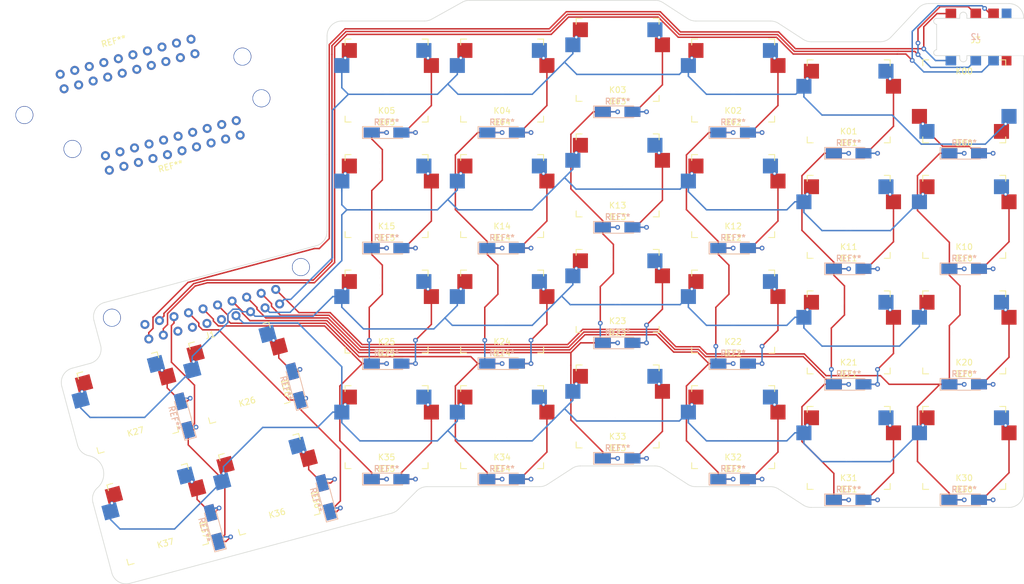
<source format=kicad_pcb>
(kicad_pcb (version 20171130) (host pcbnew "(5.1.4)-1")
  (layers (0 F.Cu signal) (31 B.Cu signal) (34 B.Paste user) (35 F.Paste user) (36 B.SilkS user) (37 F.SilkS user) (38 B.Mask user) (39 F.Mask user) (44 Edge.Cuts user))
  (net 0 "")
  (net 1 "Net-(D10-Pad2)")
  (net 2 "Net-(D11-Pad2)")
  (net 3 "Net-(D12-Pad2)")
  (net 4 "Net-(D13-Pad2)")
  (net 5 "Net-(D14-Pad2)")
  (net 6 "Net-(D15-Pad2)")
  (net 7 "Net-(D20-Pad2)")
  (net 8 "Net-(D21-Pad2)")
  (net 9 "Net-(D22-Pad2)")
  (net 10 "Net-(D23-Pad2)")
  (net 11 "Net-(D24-Pad2)")
  (net 12 "Net-(D25-Pad2)")
  (net 13 "Net-(D26-Pad2)")
  (net 14 "Net-(D27-Pad2)")
  (net 15 "Net-(D30-Pad2)")
  (net 16 "Net-(D31-Pad2)")
  (net 17 "Net-(D32-Pad2)")
  (net 18 "Net-(D33-Pad2)")
  (net 19 "Net-(D34-Pad2)")
  (net 20 "Net-(D35-Pad2)")
  (net 21 "Net-(D36-Pad2)")
  (net 22 "Net-(D37-Pad2)")
  (net 23 "Net-(D00-Pad2)")
  (net 24 "Net-(D01-Pad2)")
  (net 25 "Net-(D02-Pad2)")
  (net 26 "Net-(D03-Pad2)")
  (net 27 "Net-(D04-Pad2)")
  (net 28 "Net-(D05-Pad2)")
  (net 29 /Col0)
  (net 30 /Col1)
  (net 31 /Col2)
  (net 32 /Col3)
  (net 33 /Col4)
  (net 34 /Col5)
  (net 35 /Col6)
  (net 36 /Col7)
  (net 37 /Row0)
  (net 38 /Row1)
  (net 39 /Row2)
  (net 40 /Row3)
  (net 41 "Net-(J1-Pad11)")
  (net 42 /SDA)
  (net 43 /SCL)
  (net 44 VCC)
  (net 45 /Row7)
  (net 46 /Row6)
  (net 47 /Row5)
  (net 48 /Row4)
  (net 49 "Net-(J2-Pad1)")
  (net 50 "Net-(J3-Pad1)")
  (module SVastaCustomParts:Backplane_Connector_Hirose_PCN_20pos_Receptacle (layer F.Cu) (at 291.694012 211.950581 195)
    (fp_text reference J1 (at 1.27 0.5 15) (layer F.SilkS))
    (fp_text value Conn_02x10_Counter_Clockwise hide)
    (pad "" np_thru_hole circle (at -16.51 7.62 195) (size 3 3) (drill 2.8) (layers *.Cu *.Mask))
    (pad "" np_thru_hole circle (at 16.51 7.62 195) (size 3 3) (drill 2.8) (layers *.Cu *.Mask))
    (pad 20 thru_hole circle (at -11.43 5.08 195) (size 1.524 1.524) (drill 0.8) (layers *.Cu *.Mask) (net 29 /Col0))
    (pad 19 thru_hole circle (at -8.89 5.08 195) (size 1.524 1.524) (drill 0.8) (layers *.Cu *.Mask) (net 30 /Col1))
    (pad 18 thru_hole circle (at -6.35 5.08 195) (size 1.524 1.524) (drill 0.8) (layers *.Cu *.Mask) (net 31 /Col2))
    (pad 17 thru_hole circle (at -3.81 5.08 195) (size 1.524 1.524) (drill 0.8) (layers *.Cu *.Mask) (net 32 /Col3))
    (pad 16 thru_hole circle (at -1.27 5.08 195) (size 1.524 1.524) (drill 0.8) (layers *.Cu *.Mask) (net 33 /Col4))
    (pad 15 thru_hole circle (at 1.27 5.08 195) (size 1.524 1.524) (drill 0.8) (layers *.Cu *.Mask) (net 34 /Col5))
    (pad 14 thru_hole circle (at 3.81 5.08 195) (size 1.524 1.524) (drill 0.8) (layers *.Cu *.Mask) (net 35 /Col6))
    (pad 13 thru_hole circle (at 6.35 5.08 195) (size 1.524 1.524) (drill 0.8) (layers *.Cu *.Mask) (net 36 /Col7))
    (pad 12 thru_hole circle (at 8.89 5.08 195) (size 1.524 1.524) (drill 0.8) (layers *.Cu *.Mask) (net 42 /SDA))
    (pad 11 thru_hole circle (at 11.43 5.08 195) (size 1.524 1.524) (drill 0.8) (layers *.Cu *.Mask) (net 41 "Net-(J1-Pad11)"))
    (pad 10 thru_hole circle (at 11.43 2.54 195) (size 1.524 1.524) (drill 0.8) (layers *.Cu *.Mask) (net 43 /SCL))
    (pad 9 thru_hole circle (at 8.89 2.54 195) (size 1.524 1.524) (drill 0.8) (layers *.Cu *.Mask) (net 44 VCC))
    (pad 8 thru_hole circle (at 6.35 2.54 195) (size 1.524 1.524) (drill 0.8) (layers *.Cu *.Mask) (net 45 /Row7))
    (pad 7 thru_hole circle (at 3.81 2.54 195) (size 1.524 1.524) (drill 0.8) (layers *.Cu *.Mask) (net 46 /Row6))
    (pad 6 thru_hole circle (at 1.27 2.54 195) (size 1.524 1.524) (drill 0.8) (layers *.Cu *.Mask) (net 47 /Row5))
    (pad 5 thru_hole circle (at -1.27 2.54 195) (size 1.524 1.524) (drill 0.8) (layers *.Cu *.Mask) (net 48 /Row4))
    (pad 4 thru_hole circle (at -3.81 2.54 195) (size 1.524 1.524) (drill 0.8) (layers *.Cu *.Mask) (net 40 /Row3))
    (pad 3 thru_hole circle (at -6.35 2.54 195) (size 1.524 1.524) (drill 0.8) (layers *.Cu *.Mask) (net 39 /Row2))
    (pad 2 thru_hole circle (at -8.89 2.54 195) (size 1.524 1.524) (drill 0.8) (layers *.Cu *.Mask) (net 38 /Row1))
    (pad 1 thru_hole circle (at -11.43 2.54 195) (size 1.524 1.524) (drill 0.8) (layers *.Cu *.Mask) (net 37 /Row0))
  )
  (module SVastaCustomParts:Backplane_Connector_Hirose_PCN_20pos_Plug (layer F.Cu) (at 275.4265 162.359335 195)
    (fp_text reference REF** (at 1.27 0.5 15) (layer F.SilkS))
    (fp_text value Backplane_Connector_Hirose_PCN_20pos_Plug hide)
    (pad 20 thru_hole circle (at -11.43 -5.08 15) (size 1.524 1.524) (drill 0.8) (layers *.Cu *.Mask))
    (pad 19 thru_hole circle (at -8.89 -5.08 15) (size 1.524 1.524) (drill 0.8) (layers *.Cu *.Mask))
    (pad 18 thru_hole circle (at -6.35 -5.08 15) (size 1.524 1.524) (drill 0.8) (layers *.Cu *.Mask))
    (pad 17 thru_hole circle (at -3.81 -5.08 15) (size 1.524 1.524) (drill 0.8) (layers *.Cu *.Mask))
    (pad 16 thru_hole circle (at -1.27 -5.08 15) (size 1.524 1.524) (drill 0.8) (layers *.Cu *.Mask))
    (pad 15 thru_hole circle (at 1.27 -5.08 15) (size 1.524 1.524) (drill 0.8) (layers *.Cu *.Mask))
    (pad 14 thru_hole circle (at 3.81 -5.08 15) (size 1.524 1.524) (drill 0.8) (layers *.Cu *.Mask))
    (pad 13 thru_hole circle (at 6.35 -5.08 15) (size 1.524 1.524) (drill 0.8) (layers *.Cu *.Mask))
    (pad 12 thru_hole circle (at 8.89 -5.08 15) (size 1.524 1.524) (drill 0.8) (layers *.Cu *.Mask))
    (pad 10 thru_hole circle (at 11.43 -2.54 15) (size 1.524 1.524) (drill 0.8) (layers *.Cu *.Mask))
    (pad 9 thru_hole circle (at 8.89 -2.54 15) (size 1.524 1.524) (drill 0.8) (layers *.Cu *.Mask))
    (pad 8 thru_hole circle (at 6.35 -2.54 15) (size 1.524 1.524) (drill 0.8) (layers *.Cu *.Mask))
    (pad 7 thru_hole circle (at 3.81 -2.54 15) (size 1.524 1.524) (drill 0.8) (layers *.Cu *.Mask))
    (pad 6 thru_hole circle (at 1.27 -2.54 15) (size 1.524 1.524) (drill 0.8) (layers *.Cu *.Mask))
    (pad 5 thru_hole circle (at -1.27 -2.54 15) (size 1.524 1.524) (drill 0.8) (layers *.Cu *.Mask))
    (pad 4 thru_hole circle (at -3.81 -2.54 15) (size 1.524 1.524) (drill 0.8) (layers *.Cu *.Mask))
    (pad 3 thru_hole circle (at -6.35 -2.54 15) (size 1.524 1.524) (drill 0.8) (layers *.Cu *.Mask))
    (pad 2 thru_hole circle (at -8.89 -2.54 15) (size 1.524 1.524) (drill 0.8) (layers *.Cu *.Mask))
    (pad "" np_thru_hole circle (at 19.05 -7.62 15) (size 3 3) (drill 2.8) (layers *.Cu *.Mask))
    (pad "" np_thru_hole circle (at -19.05 -7.62 15) (size 3 3) (drill 2.8) (layers *.Cu *.Mask))
    (pad 11 thru_hole circle (at 11.43 -5.08 15) (size 1.524 1.524) (drill 0.8) (layers *.Cu *.Mask))
    (pad 1 thru_hole circle (at -11.43 -2.54 15) (size 1.524 1.524) (drill 0.8) (layers *.Cu *.Mask))
  )
  (module SVastaCustomParts:Backplane_Connector_Hirose_PCN_20pos_Receptacle (layer F.Cu) (at 285.033715 183.46462 195)
    (fp_text reference REF** (at 1.27 0.5 15) (layer F.SilkS))
    (fp_text value Backplane_Connector_Hirose_PCN_20pos_Receptacle hide)
    (pad "" np_thru_hole circle (at -16.51 7.62 195) (size 3 3) (drill 2.8) (layers *.Cu *.Mask))
    (pad "" np_thru_hole circle (at 16.51 7.62 195) (size 3 3) (drill 2.8) (layers *.Cu *.Mask))
    (pad 20 thru_hole circle (at -11.43 5.08 195) (size 1.524 1.524) (drill 0.8) (layers *.Cu *.Mask))
    (pad 19 thru_hole circle (at -8.89 5.08 195) (size 1.524 1.524) (drill 0.8) (layers *.Cu *.Mask))
    (pad 18 thru_hole circle (at -6.35 5.08 195) (size 1.524 1.524) (drill 0.8) (layers *.Cu *.Mask))
    (pad 17 thru_hole circle (at -3.81 5.08 195) (size 1.524 1.524) (drill 0.8) (layers *.Cu *.Mask))
    (pad 16 thru_hole circle (at -1.27 5.08 195) (size 1.524 1.524) (drill 0.8) (layers *.Cu *.Mask))
    (pad 15 thru_hole circle (at 1.27 5.08 195) (size 1.524 1.524) (drill 0.8) (layers *.Cu *.Mask))
    (pad 14 thru_hole circle (at 3.81 5.08 195) (size 1.524 1.524) (drill 0.8) (layers *.Cu *.Mask))
    (pad 13 thru_hole circle (at 6.35 5.08 195) (size 1.524 1.524) (drill 0.8) (layers *.Cu *.Mask))
    (pad 12 thru_hole circle (at 8.89 5.08 195) (size 1.524 1.524) (drill 0.8) (layers *.Cu *.Mask))
    (pad 11 thru_hole circle (at 11.43 5.08 195) (size 1.524 1.524) (drill 0.8) (layers *.Cu *.Mask))
    (pad 10 thru_hole circle (at 11.43 2.54 195) (size 1.524 1.524) (drill 0.8) (layers *.Cu *.Mask))
    (pad 9 thru_hole circle (at 8.89 2.54 195) (size 1.524 1.524) (drill 0.8) (layers *.Cu *.Mask))
    (pad 8 thru_hole circle (at 6.35 2.54 195) (size 1.524 1.524) (drill 0.8) (layers *.Cu *.Mask))
    (pad 7 thru_hole circle (at 3.81 2.54 195) (size 1.524 1.524) (drill 0.8) (layers *.Cu *.Mask))
    (pad 6 thru_hole circle (at 1.27 2.54 195) (size 1.524 1.524) (drill 0.8) (layers *.Cu *.Mask))
    (pad 5 thru_hole circle (at -1.27 2.54 195) (size 1.524 1.524) (drill 0.8) (layers *.Cu *.Mask))
    (pad 4 thru_hole circle (at -3.81 2.54 195) (size 1.524 1.524) (drill 0.8) (layers *.Cu *.Mask))
    (pad 3 thru_hole circle (at -6.35 2.54 195) (size 1.524 1.524) (drill 0.8) (layers *.Cu *.Mask))
    (pad 2 thru_hole circle (at -8.89 2.54 195) (size 1.524 1.524) (drill 0.8) (layers *.Cu *.Mask))
    (pad 1 thru_hole circle (at -11.43 2.54 195) (size 1.524 1.524) (drill 0.8) (layers *.Cu *.Mask))
  )
  (module SVastaCustomParts:3.5mm_Cut_out (layer F.Cu) (at 419.583715 161.50712 180)
    (fp_text reference J3 (at 0 -0.5 180) (layer F.SilkS))
    (fp_text value TRRS_SJ1-42514 hide)
    (pad 4 smd rect (at -3 4 180) (size 1.8 1.65) (layers F.Cu F.Paste F.Mask) (net 44 VCC))
    (pad 3 smd rect (at 0 4 180) (size 1.8 1.65) (layers F.Cu F.Paste F.Mask) (net 42 /SDA))
    (pad 2 smd rect (at 4.2 3.999999 180) (size 1.8 1.65) (layers F.Cu F.Paste F.Mask) (net 43 /SCL))
    (pad 1 smd rect (at -5.2 -3.95 180) (size 1.65 1.65) (layers F.Cu F.Paste F.Mask) (net 50 "Net-(J3-Pad1)"))
  )
  (module SVastaCustomParts:3.5mm_Cut_out (layer B.Cu) (at 419.583715 161.45712 180)
    (fp_text reference J2 (at 0 0 180) (layer B.SilkS) (effects (justify mirror)))
    (fp_text value TRRS_SJ1-42514 hide)
    (fp_arc (start 6.6 2.625) (end 6.6 2.125) (angle 180) (layer Edge.Cuts) (width 0.1))
    (fp_arc (start 2.1 -3.625) (end 1.499999 -3.625) (angle 180.0000163) (layer Edge.Cuts) (width 0.1))
    (fp_line (start 1.499999 -3.175) (end -6 -3.175) (layer Edge.Cuts) (width 0.1))
    (fp_line (start 2.7 -3.175) (end 6.6 -3.174999) (layer Edge.Cuts) (width 0.1))
    (fp_line (start 2.7 -3.625) (end 2.7 -3.175) (layer Edge.Cuts) (width 0.1))
    (fp_arc (start 6.6 -2.675) (end 6.6 -3.175) (angle 180) (layer Edge.Cuts) (width 0.1))
    (fp_arc (start 2.1 3.575) (end 2.7 3.574999) (angle 180.0000163) (layer Edge.Cuts) (width 0.1))
    (fp_line (start 2.7 3.125) (end 6.6 3.124999) (layer Edge.Cuts) (width 0.1))
    (fp_line (start 2.7 3.575) (end 2.7 3.125) (layer Edge.Cuts) (width 0.1))
    (fp_line (start 1.499999 -3.624999) (end 1.499999 -3.175) (layer Edge.Cuts) (width 0.1))
    (fp_line (start 6.6 2.125) (end 6.6 -2.175) (layer Edge.Cuts) (width 0.1))
    (fp_line (start 1.5 3.574999) (end 1.499999 3.125) (layer Edge.Cuts) (width 0.1))
    (fp_line (start 1.499999 3.125) (end -6 3.125) (layer Edge.Cuts) (width 0.1))
    (pad 4 smd rect (at -3 -4 180) (size 1.8 1.65) (layers B.Cu B.Paste B.Mask) (net 44 VCC))
    (pad 3 smd rect (at 0 -4 180) (size 1.8 1.65) (layers B.Cu B.Paste B.Mask) (net 42 /SDA))
    (pad 2 smd rect (at 4.2 -3.999999 180) (size 1.8 1.65) (layers B.Cu B.Paste B.Mask) (net 43 /SCL))
    (pad 1 smd rect (at -5.2 3.95 180) (size 1.65 1.65) (layers B.Cu B.Paste B.Mask) (net 49 "Net-(J2-Pad1)"))
  )
  (module SVastaCustomParts:Kailh_socket_reversible (layer F.Cu) (at 359.135857 204.335781)
    (fp_text reference K23 (at 0 5.08) (layer F.SilkS))
    (fp_text value KEYSW)
    (pad 1 thru_hole circle (at 6.985 -3.81) (size 0.6 0.6) (drill 0.4) (layers *.Cu *.Mask) (net 10 "Net-(D23-Pad2)"))
    (pad 2 thru_hole circle (at -6.985 -3.81 180) (size 0.6 0.6) (drill 0.4) (layers *.Cu *.Mask) (net 39 /Row2))
    (pad 1 smd rect (at 7.56 -2.54 180) (size 2.55 2.5) (layers F.Cu F.Paste F.Mask) (net 10 "Net-(D23-Pad2)"))
    (pad 2 smd rect (at -6.29 -5.08 180) (size 2.55 2.5) (layers F.Cu F.Paste F.Mask) (net 39 /Row2))
    (pad "" np_thru_hole circle (at 3.81 -2.54 180) (size 3 3) (drill 3) (layers *.Cu *.Mask))
    (pad "" np_thru_hole circle (at -2.54 -5.08 180) (size 3 3) (drill 3) (layers *.Cu *.Mask))
    (pad 2 smd rect (at -7.56 -2.54) (size 2.55 2.5) (layers B.Cu B.Paste B.Mask) (net 39 /Row2))
    (pad "" np_thru_hole circle (at -5.08 0) (size 1.7018 1.7018) (drill 1.7018) (layers *.Cu *.Mask))
    (pad "" np_thru_hole circle (at 5.08 0) (size 1.7018 1.7018) (drill 1.7018) (layers *.Cu *.Mask))
    (pad "" np_thru_hole circle (at 0 0) (size 3.9878 3.9878) (drill 3.9878) (layers *.Cu *.Mask))
    (pad "" np_thru_hole circle (at -3.81 -2.54) (size 3 3) (drill 3) (layers *.Cu *.Mask))
    (pad "" np_thru_hole circle (at 2.54 -5.08) (size 3 3) (drill 3) (layers *.Cu *.Mask))
    (pad 1 smd rect (at 6.29 -5.08) (size 2.55 2.5) (layers B.Cu B.Paste B.Mask) (net 10 "Net-(D23-Pad2)"))
  )
  (module SVastaCustomParts:Kailh_socket_reversible (layer F.Cu) (at 339.635858 227.33578)
    (fp_text reference K34 (at 0 5.08) (layer F.SilkS))
    (fp_text value KEYSW)
    (pad 1 thru_hole circle (at 6.985 -3.81) (size 0.6 0.6) (drill 0.4) (layers *.Cu *.Mask) (net 19 "Net-(D34-Pad2)"))
    (pad 2 thru_hole circle (at -6.985 -3.81 180) (size 0.6 0.6) (drill 0.4) (layers *.Cu *.Mask) (net 40 /Row3))
    (pad 1 smd rect (at 7.56 -2.54 180) (size 2.55 2.5) (layers F.Cu F.Paste F.Mask) (net 19 "Net-(D34-Pad2)"))
    (pad 2 smd rect (at -6.29 -5.08 180) (size 2.55 2.5) (layers F.Cu F.Paste F.Mask) (net 40 /Row3))
    (pad "" np_thru_hole circle (at 3.81 -2.54 180) (size 3 3) (drill 3) (layers *.Cu *.Mask))
    (pad "" np_thru_hole circle (at -2.54 -5.08 180) (size 3 3) (drill 3) (layers *.Cu *.Mask))
    (pad 2 smd rect (at -7.56 -2.54) (size 2.55 2.5) (layers B.Cu B.Paste B.Mask) (net 40 /Row3))
    (pad "" np_thru_hole circle (at -5.08 0) (size 1.7018 1.7018) (drill 1.7018) (layers *.Cu *.Mask))
    (pad "" np_thru_hole circle (at 5.08 0) (size 1.7018 1.7018) (drill 1.7018) (layers *.Cu *.Mask))
    (pad "" np_thru_hole circle (at 0 0) (size 3.9878 3.9878) (drill 3.9878) (layers *.Cu *.Mask))
    (pad "" np_thru_hole circle (at -3.81 -2.54) (size 3 3) (drill 3) (layers *.Cu *.Mask))
    (pad "" np_thru_hole circle (at 2.54 -5.08) (size 3 3) (drill 3) (layers *.Cu *.Mask))
    (pad 1 smd rect (at 6.29 -5.08) (size 2.55 2.5) (layers B.Cu B.Paste B.Mask) (net 19 "Net-(D34-Pad2)"))
  )
  (module SVastaCustomParts:D_MiniMELF_Handsoldering_Shorter_Pads_DoubleSided (layer F.Cu) (at 291.060629 244.219427 105)
    (fp_text reference D37 (at 0 -1.75 105) (layer F.SilkS))
    (fp_text value D)
    (fp_text user REF** (at 0 -1.75 105) (layer B.SilkS))
    (fp_text user REF** (at 0 -1.75 105) (layer F.SilkS))
    (pad 1 smd rect (at -2.5 0 105) (size 2.7 1.7) (layers F.Cu F.Paste F.Mask) (net 36 /Col7))
    (pad 2 smd rect (at 2.5 0 105) (size 2.7 1.7) (layers F.Cu F.Paste F.Mask) (net 22 "Net-(D37-Pad2)"))
    (pad 2 smd rect (at 2.5 0 105) (size 2.7 1.7) (layers B.Cu B.Paste B.Mask) (net 22 "Net-(D37-Pad2)"))
    (pad 1 smd rect (at -2.5 0 105) (size 2.7 1.7) (layers B.Cu B.Paste B.Mask) (net 36 /Col7))
  )
  (module SVastaCustomParts:D_MiniMELF_Handsoldering_Shorter_Pads_DoubleSided (layer F.Cu) (at 309.896183 239.172456 105)
    (fp_text reference D36 (at 0 -1.75 105) (layer F.SilkS))
    (fp_text value D)
    (fp_text user REF** (at 0 -1.75 105) (layer B.SilkS))
    (fp_text user REF** (at 0 -1.75 105) (layer F.SilkS))
    (pad 1 smd rect (at -2.5 0 105) (size 2.7 1.7) (layers F.Cu F.Paste F.Mask) (net 35 /Col6))
    (pad 2 smd rect (at 2.5 0 105) (size 2.7 1.7) (layers F.Cu F.Paste F.Mask) (net 21 "Net-(D36-Pad2)"))
    (pad 2 smd rect (at 2.5 0 105) (size 2.7 1.7) (layers B.Cu B.Paste B.Mask) (net 21 "Net-(D36-Pad2)"))
    (pad 1 smd rect (at -2.5 0 105) (size 2.7 1.7) (layers B.Cu B.Paste B.Mask) (net 35 /Col6))
  )
  (module SVastaCustomParts:D_MiniMELF_Handsoldering_Shorter_Pads_DoubleSided (layer F.Cu) (at 320.132203 236.106686)
    (fp_text reference D35 (at 0 -1.75) (layer F.SilkS))
    (fp_text value D)
    (fp_text user REF** (at 0 -1.75) (layer B.SilkS))
    (fp_text user REF** (at 0 -1.75) (layer F.SilkS))
    (pad 1 smd rect (at -2.5 0) (size 2.7 1.7) (layers F.Cu F.Paste F.Mask) (net 34 /Col5))
    (pad 2 smd rect (at 2.5 0) (size 2.7 1.7) (layers F.Cu F.Paste F.Mask) (net 20 "Net-(D35-Pad2)"))
    (pad 2 smd rect (at 2.5 0) (size 2.7 1.7) (layers B.Cu B.Paste B.Mask) (net 20 "Net-(D35-Pad2)"))
    (pad 1 smd rect (at -2.5 0) (size 2.7 1.7) (layers B.Cu B.Paste B.Mask) (net 34 /Col5))
  )
  (module SVastaCustomParts:D_MiniMELF_Handsoldering_Shorter_Pads_DoubleSided (layer F.Cu) (at 339.632204 236.106686)
    (fp_text reference D34 (at 0 -1.75) (layer F.SilkS))
    (fp_text value D)
    (fp_text user REF** (at 0 -1.75) (layer B.SilkS))
    (fp_text user REF** (at 0 -1.75) (layer F.SilkS))
    (pad 1 smd rect (at -2.5 0) (size 2.7 1.7) (layers F.Cu F.Paste F.Mask) (net 33 /Col4))
    (pad 2 smd rect (at 2.5 0) (size 2.7 1.7) (layers F.Cu F.Paste F.Mask) (net 19 "Net-(D34-Pad2)"))
    (pad 2 smd rect (at 2.5 0) (size 2.7 1.7) (layers B.Cu B.Paste B.Mask) (net 19 "Net-(D34-Pad2)"))
    (pad 1 smd rect (at -2.5 0) (size 2.7 1.7) (layers B.Cu B.Paste B.Mask) (net 33 /Col4))
  )
  (module SVastaCustomParts:D_MiniMELF_Handsoldering_Shorter_Pads_DoubleSided (layer F.Cu) (at 359.132204 232.606686)
    (fp_text reference D33 (at 0 -1.75) (layer F.SilkS))
    (fp_text value D)
    (fp_text user REF** (at 0 -1.75) (layer B.SilkS))
    (fp_text user REF** (at 0 -1.75) (layer F.SilkS))
    (pad 1 smd rect (at -2.5 0) (size 2.7 1.7) (layers F.Cu F.Paste F.Mask) (net 32 /Col3))
    (pad 2 smd rect (at 2.5 0) (size 2.7 1.7) (layers F.Cu F.Paste F.Mask) (net 18 "Net-(D33-Pad2)"))
    (pad 2 smd rect (at 2.5 0) (size 2.7 1.7) (layers B.Cu B.Paste B.Mask) (net 18 "Net-(D33-Pad2)"))
    (pad 1 smd rect (at -2.5 0) (size 2.7 1.7) (layers B.Cu B.Paste B.Mask) (net 32 /Col3))
  )
  (module SVastaCustomParts:D_MiniMELF_Handsoldering_Shorter_Pads_DoubleSided (layer F.Cu) (at 378.632203 236.106687)
    (fp_text reference D32 (at 0 -1.75) (layer F.SilkS))
    (fp_text value D)
    (fp_text user REF** (at 0 -1.75) (layer B.SilkS))
    (fp_text user REF** (at 0 -1.75) (layer F.SilkS))
    (pad 1 smd rect (at -2.5 0) (size 2.7 1.7) (layers F.Cu F.Paste F.Mask) (net 31 /Col2))
    (pad 2 smd rect (at 2.5 0) (size 2.7 1.7) (layers F.Cu F.Paste F.Mask) (net 17 "Net-(D32-Pad2)"))
    (pad 2 smd rect (at 2.5 0) (size 2.7 1.7) (layers B.Cu B.Paste B.Mask) (net 17 "Net-(D32-Pad2)"))
    (pad 1 smd rect (at -2.5 0) (size 2.7 1.7) (layers B.Cu B.Paste B.Mask) (net 31 /Col2))
  )
  (module SVastaCustomParts:D_MiniMELF_Handsoldering_Shorter_Pads_DoubleSided (layer F.Cu) (at 398.132203 239.606686)
    (fp_text reference D31 (at 0 -1.75) (layer F.SilkS))
    (fp_text value D)
    (fp_text user REF** (at 0 -1.75) (layer B.SilkS))
    (fp_text user REF** (at 0 -1.75) (layer F.SilkS))
    (pad 1 smd rect (at -2.5 0) (size 2.7 1.7) (layers F.Cu F.Paste F.Mask) (net 30 /Col1))
    (pad 2 smd rect (at 2.5 0) (size 2.7 1.7) (layers F.Cu F.Paste F.Mask) (net 16 "Net-(D31-Pad2)"))
    (pad 2 smd rect (at 2.5 0) (size 2.7 1.7) (layers B.Cu B.Paste B.Mask) (net 16 "Net-(D31-Pad2)"))
    (pad 1 smd rect (at -2.5 0) (size 2.7 1.7) (layers B.Cu B.Paste B.Mask) (net 30 /Col1))
  )
  (module SVastaCustomParts:D_MiniMELF_Handsoldering_Shorter_Pads_DoubleSided (layer F.Cu) (at 417.632203 239.606686)
    (fp_text reference D30 (at 0 -1.75) (layer F.SilkS))
    (fp_text value D)
    (fp_text user REF** (at 0 -1.75) (layer B.SilkS))
    (fp_text user REF** (at 0 -1.75) (layer F.SilkS))
    (pad 1 smd rect (at -2.5 0) (size 2.7 1.7) (layers F.Cu F.Paste F.Mask) (net 29 /Col0))
    (pad 2 smd rect (at 2.5 0) (size 2.7 1.7) (layers F.Cu F.Paste F.Mask) (net 15 "Net-(D30-Pad2)"))
    (pad 2 smd rect (at 2.5 0) (size 2.7 1.7) (layers B.Cu B.Paste B.Mask) (net 15 "Net-(D30-Pad2)"))
    (pad 1 smd rect (at -2.5 0) (size 2.7 1.7) (layers B.Cu B.Paste B.Mask) (net 29 /Col0))
  )
  (module SVastaCustomParts:D_MiniMELF_Handsoldering_Shorter_Pads_DoubleSided (layer F.Cu) (at 286.008715 225.38462 105)
    (fp_text reference D27 hide)
    (fp_text value D)
    (fp_text user REF** (at 0 -1.75 105) (layer B.SilkS))
    (fp_text user REF** (at 0 -1.75 105) (layer F.SilkS))
    (pad 1 smd rect (at -2.5 0 105) (size 2.7 1.7) (layers F.Cu F.Paste F.Mask) (net 36 /Col7))
    (pad 2 smd rect (at 2.5 0 105) (size 2.7 1.7) (layers F.Cu F.Paste F.Mask) (net 14 "Net-(D27-Pad2)"))
    (pad 2 smd rect (at 2.5 0 105) (size 2.7 1.7) (layers B.Cu B.Paste B.Mask) (net 14 "Net-(D27-Pad2)"))
    (pad 1 smd rect (at -2.5 0 105) (size 2.7 1.7) (layers B.Cu B.Paste B.Mask) (net 36 /Col7))
  )
  (module SVastaCustomParts:D_MiniMELF_Handsoldering_Shorter_Pads_DoubleSided (layer F.Cu) (at 304.849212 220.336903 105)
    (fp_text reference D26 (at 0 -1.75 105) (layer F.SilkS))
    (fp_text value D)
    (fp_text user REF** (at 0 -1.75 105) (layer B.SilkS))
    (fp_text user REF** (at 0 -1.75 105) (layer F.SilkS))
    (pad 1 smd rect (at -2.5 0 105) (size 2.7 1.7) (layers F.Cu F.Paste F.Mask) (net 35 /Col6))
    (pad 2 smd rect (at 2.5 0 105) (size 2.7 1.7) (layers F.Cu F.Paste F.Mask) (net 13 "Net-(D26-Pad2)"))
    (pad 2 smd rect (at 2.5 0 105) (size 2.7 1.7) (layers B.Cu B.Paste B.Mask) (net 13 "Net-(D26-Pad2)"))
    (pad 1 smd rect (at -2.5 0 105) (size 2.7 1.7) (layers B.Cu B.Paste B.Mask) (net 35 /Col6))
  )
  (module SVastaCustomParts:D_MiniMELF_Handsoldering_Shorter_Pads_DoubleSided (layer F.Cu) (at 320.132203 216.606686)
    (fp_text reference D25 (at 0 -1.75) (layer F.SilkS))
    (fp_text value D)
    (fp_text user REF** (at 0 -1.75) (layer B.SilkS))
    (fp_text user REF** (at 0 -1.75) (layer F.SilkS))
    (pad 1 smd rect (at -2.5 0) (size 2.7 1.7) (layers F.Cu F.Paste F.Mask) (net 34 /Col5))
    (pad 2 smd rect (at 2.5 0) (size 2.7 1.7) (layers F.Cu F.Paste F.Mask) (net 12 "Net-(D25-Pad2)"))
    (pad 2 smd rect (at 2.5 0) (size 2.7 1.7) (layers B.Cu B.Paste B.Mask) (net 12 "Net-(D25-Pad2)"))
    (pad 1 smd rect (at -2.5 0) (size 2.7 1.7) (layers B.Cu B.Paste B.Mask) (net 34 /Col5))
  )
  (module SVastaCustomParts:D_MiniMELF_Handsoldering_Shorter_Pads_DoubleSided (layer F.Cu) (at 339.632204 216.606686)
    (fp_text reference D24 (at 0 -1.75) (layer F.SilkS))
    (fp_text value D)
    (fp_text user REF** (at 0 -1.75) (layer B.SilkS))
    (fp_text user REF** (at 0 -1.75) (layer F.SilkS))
    (pad 1 smd rect (at -2.5 0) (size 2.7 1.7) (layers F.Cu F.Paste F.Mask) (net 33 /Col4))
    (pad 2 smd rect (at 2.5 0) (size 2.7 1.7) (layers F.Cu F.Paste F.Mask) (net 11 "Net-(D24-Pad2)"))
    (pad 2 smd rect (at 2.5 0) (size 2.7 1.7) (layers B.Cu B.Paste B.Mask) (net 11 "Net-(D24-Pad2)"))
    (pad 1 smd rect (at -2.5 0) (size 2.7 1.7) (layers B.Cu B.Paste B.Mask) (net 33 /Col4))
  )
  (module SVastaCustomParts:D_MiniMELF_Handsoldering_Shorter_Pads_DoubleSided (layer F.Cu) (at 359.132204 213.106687)
    (fp_text reference D23 (at 0 -1.75) (layer F.SilkS))
    (fp_text value D)
    (fp_text user REF** (at 0 -1.75) (layer B.SilkS))
    (fp_text user REF** (at 0 -1.75) (layer F.SilkS))
    (pad 1 smd rect (at -2.5 0) (size 2.7 1.7) (layers F.Cu F.Paste F.Mask) (net 32 /Col3))
    (pad 2 smd rect (at 2.5 0) (size 2.7 1.7) (layers F.Cu F.Paste F.Mask) (net 10 "Net-(D23-Pad2)"))
    (pad 2 smd rect (at 2.5 0) (size 2.7 1.7) (layers B.Cu B.Paste B.Mask) (net 10 "Net-(D23-Pad2)"))
    (pad 1 smd rect (at -2.5 0) (size 2.7 1.7) (layers B.Cu B.Paste B.Mask) (net 32 /Col3))
  )
  (module SVastaCustomParts:D_MiniMELF_Handsoldering_Shorter_Pads_DoubleSided (layer F.Cu) (at 378.632204 216.606686)
    (fp_text reference D22 (at 0 -1.75) (layer F.SilkS))
    (fp_text value D)
    (fp_text user REF** (at 0 -1.75) (layer B.SilkS))
    (fp_text user REF** (at 0 -1.75) (layer F.SilkS))
    (pad 1 smd rect (at -2.5 0) (size 2.7 1.7) (layers F.Cu F.Paste F.Mask) (net 31 /Col2))
    (pad 2 smd rect (at 2.5 0) (size 2.7 1.7) (layers F.Cu F.Paste F.Mask) (net 9 "Net-(D22-Pad2)"))
    (pad 2 smd rect (at 2.5 0) (size 2.7 1.7) (layers B.Cu B.Paste B.Mask) (net 9 "Net-(D22-Pad2)"))
    (pad 1 smd rect (at -2.5 0) (size 2.7 1.7) (layers B.Cu B.Paste B.Mask) (net 31 /Col2))
  )
  (module SVastaCustomParts:D_MiniMELF_Handsoldering_Shorter_Pads_DoubleSided (layer F.Cu) (at 398.132203 220.106686)
    (fp_text reference D21 (at 0 -1.75) (layer F.SilkS))
    (fp_text value D)
    (fp_text user REF** (at 0 -1.75) (layer B.SilkS))
    (fp_text user REF** (at 0 -1.75) (layer F.SilkS))
    (pad 1 smd rect (at -2.5 0) (size 2.7 1.7) (layers F.Cu F.Paste F.Mask) (net 30 /Col1))
    (pad 2 smd rect (at 2.5 0) (size 2.7 1.7) (layers F.Cu F.Paste F.Mask) (net 8 "Net-(D21-Pad2)"))
    (pad 2 smd rect (at 2.5 0) (size 2.7 1.7) (layers B.Cu B.Paste B.Mask) (net 8 "Net-(D21-Pad2)"))
    (pad 1 smd rect (at -2.5 0) (size 2.7 1.7) (layers B.Cu B.Paste B.Mask) (net 30 /Col1))
  )
  (module SVastaCustomParts:D_MiniMELF_Handsoldering_Shorter_Pads_DoubleSided (layer F.Cu) (at 417.632203 220.106686)
    (fp_text reference D20 (at 0 -1.75) (layer F.SilkS))
    (fp_text value D)
    (fp_text user REF** (at 0 -1.75) (layer B.SilkS))
    (fp_text user REF** (at 0 -1.75) (layer F.SilkS))
    (pad 1 smd rect (at -2.5 0) (size 2.7 1.7) (layers F.Cu F.Paste F.Mask) (net 29 /Col0))
    (pad 2 smd rect (at 2.5 0) (size 2.7 1.7) (layers F.Cu F.Paste F.Mask) (net 7 "Net-(D20-Pad2)"))
    (pad 2 smd rect (at 2.5 0) (size 2.7 1.7) (layers B.Cu B.Paste B.Mask) (net 7 "Net-(D20-Pad2)"))
    (pad 1 smd rect (at -2.5 0) (size 2.7 1.7) (layers B.Cu B.Paste B.Mask) (net 29 /Col0))
  )
  (module SVastaCustomParts:D_MiniMELF_Handsoldering_Shorter_Pads_DoubleSided (layer F.Cu) (at 320.132203 197.106686)
    (fp_text reference D15 (at 0 -1.75) (layer F.SilkS))
    (fp_text value D)
    (fp_text user REF** (at 0 -1.75) (layer B.SilkS))
    (fp_text user REF** (at 0 -1.75) (layer F.SilkS))
    (pad 1 smd rect (at -2.5 0) (size 2.7 1.7) (layers F.Cu F.Paste F.Mask) (net 34 /Col5))
    (pad 2 smd rect (at 2.5 0) (size 2.7 1.7) (layers F.Cu F.Paste F.Mask) (net 6 "Net-(D15-Pad2)"))
    (pad 2 smd rect (at 2.5 0) (size 2.7 1.7) (layers B.Cu B.Paste B.Mask) (net 6 "Net-(D15-Pad2)"))
    (pad 1 smd rect (at -2.5 0) (size 2.7 1.7) (layers B.Cu B.Paste B.Mask) (net 34 /Col5))
  )
  (module SVastaCustomParts:D_MiniMELF_Handsoldering_Shorter_Pads_DoubleSided (layer F.Cu) (at 339.632204 197.106686)
    (fp_text reference D14 (at 0 -1.75) (layer F.SilkS))
    (fp_text value D)
    (fp_text user REF** (at 0 -1.75) (layer B.SilkS))
    (fp_text user REF** (at 0 -1.75) (layer F.SilkS))
    (pad 1 smd rect (at -2.5 0) (size 2.7 1.7) (layers F.Cu F.Paste F.Mask) (net 33 /Col4))
    (pad 2 smd rect (at 2.5 0) (size 2.7 1.7) (layers F.Cu F.Paste F.Mask) (net 5 "Net-(D14-Pad2)"))
    (pad 2 smd rect (at 2.5 0) (size 2.7 1.7) (layers B.Cu B.Paste B.Mask) (net 5 "Net-(D14-Pad2)"))
    (pad 1 smd rect (at -2.5 0) (size 2.7 1.7) (layers B.Cu B.Paste B.Mask) (net 33 /Col4))
  )
  (module SVastaCustomParts:D_MiniMELF_Handsoldering_Shorter_Pads_DoubleSided (layer F.Cu) (at 359.132204 193.606687)
    (fp_text reference D13 (at 0 -1.75) (layer F.SilkS))
    (fp_text value D)
    (fp_text user REF** (at 0 -1.75) (layer B.SilkS))
    (fp_text user REF** (at 0 -1.75) (layer F.SilkS))
    (pad 1 smd rect (at -2.5 0) (size 2.7 1.7) (layers F.Cu F.Paste F.Mask) (net 32 /Col3))
    (pad 2 smd rect (at 2.5 0) (size 2.7 1.7) (layers F.Cu F.Paste F.Mask) (net 4 "Net-(D13-Pad2)"))
    (pad 2 smd rect (at 2.5 0) (size 2.7 1.7) (layers B.Cu B.Paste B.Mask) (net 4 "Net-(D13-Pad2)"))
    (pad 1 smd rect (at -2.5 0) (size 2.7 1.7) (layers B.Cu B.Paste B.Mask) (net 32 /Col3))
  )
  (module SVastaCustomParts:D_MiniMELF_Handsoldering_Shorter_Pads_DoubleSided (layer F.Cu) (at 378.632204 197.106686)
    (fp_text reference D12 (at 0 -1.75) (layer F.SilkS))
    (fp_text value D)
    (fp_text user REF** (at 0 -1.75) (layer B.SilkS))
    (fp_text user REF** (at 0 -1.75) (layer F.SilkS))
    (pad 1 smd rect (at -2.5 0) (size 2.7 1.7) (layers F.Cu F.Paste F.Mask) (net 31 /Col2))
    (pad 2 smd rect (at 2.5 0) (size 2.7 1.7) (layers F.Cu F.Paste F.Mask) (net 3 "Net-(D12-Pad2)"))
    (pad 2 smd rect (at 2.5 0) (size 2.7 1.7) (layers B.Cu B.Paste B.Mask) (net 3 "Net-(D12-Pad2)"))
    (pad 1 smd rect (at -2.5 0) (size 2.7 1.7) (layers B.Cu B.Paste B.Mask) (net 31 /Col2))
  )
  (module SVastaCustomParts:D_MiniMELF_Handsoldering_Shorter_Pads_DoubleSided (layer F.Cu) (at 398.132203 200.606686)
    (fp_text reference D11 (at 0 -1.75) (layer F.SilkS))
    (fp_text value D)
    (fp_text user REF** (at 0 -1.75) (layer B.SilkS))
    (fp_text user REF** (at 0 -1.75) (layer F.SilkS))
    (pad 1 smd rect (at -2.5 0) (size 2.7 1.7) (layers F.Cu F.Paste F.Mask) (net 30 /Col1))
    (pad 2 smd rect (at 2.5 0) (size 2.7 1.7) (layers F.Cu F.Paste F.Mask) (net 2 "Net-(D11-Pad2)"))
    (pad 2 smd rect (at 2.5 0) (size 2.7 1.7) (layers B.Cu B.Paste B.Mask) (net 2 "Net-(D11-Pad2)"))
    (pad 1 smd rect (at -2.5 0) (size 2.7 1.7) (layers B.Cu B.Paste B.Mask) (net 30 /Col1))
  )
  (module SVastaCustomParts:D_MiniMELF_Handsoldering_Shorter_Pads_DoubleSided (layer F.Cu) (at 417.632203 200.606686)
    (fp_text reference D10 (at 0 -1.75) (layer F.SilkS))
    (fp_text value D)
    (fp_text user REF** (at 0 -1.75) (layer B.SilkS))
    (fp_text user REF** (at 0 -1.75) (layer F.SilkS))
    (pad 1 smd rect (at -2.5 0) (size 2.7 1.7) (layers F.Cu F.Paste F.Mask) (net 29 /Col0))
    (pad 2 smd rect (at 2.5 0) (size 2.7 1.7) (layers F.Cu F.Paste F.Mask) (net 1 "Net-(D10-Pad2)"))
    (pad 2 smd rect (at 2.5 0) (size 2.7 1.7) (layers B.Cu B.Paste B.Mask) (net 1 "Net-(D10-Pad2)"))
    (pad 1 smd rect (at -2.5 0) (size 2.7 1.7) (layers B.Cu B.Paste B.Mask) (net 29 /Col0))
  )
  (module SVastaCustomParts:D_MiniMELF_Handsoldering_Shorter_Pads_DoubleSided (layer F.Cu) (at 320.132203 177.606686)
    (fp_text reference D05 (at 0 -1.75) (layer F.SilkS))
    (fp_text value D)
    (fp_text user REF** (at 0 -1.75) (layer B.SilkS))
    (fp_text user REF** (at 0 -1.75) (layer F.SilkS))
    (pad 1 smd rect (at -2.5 0) (size 2.7 1.7) (layers F.Cu F.Paste F.Mask) (net 34 /Col5))
    (pad 2 smd rect (at 2.5 0) (size 2.7 1.7) (layers F.Cu F.Paste F.Mask) (net 28 "Net-(D05-Pad2)"))
    (pad 2 smd rect (at 2.5 0) (size 2.7 1.7) (layers B.Cu B.Paste B.Mask) (net 28 "Net-(D05-Pad2)"))
    (pad 1 smd rect (at -2.5 0) (size 2.7 1.7) (layers B.Cu B.Paste B.Mask) (net 34 /Col5))
  )
  (module SVastaCustomParts:D_MiniMELF_Handsoldering_Shorter_Pads_DoubleSided (layer F.Cu) (at 339.632204 177.606686)
    (fp_text reference D04 (at 0 -1.75) (layer F.SilkS))
    (fp_text value D)
    (fp_text user REF** (at 0 -1.75) (layer B.SilkS))
    (fp_text user REF** (at 0 -1.75) (layer F.SilkS))
    (pad 1 smd rect (at -2.5 0) (size 2.7 1.7) (layers F.Cu F.Paste F.Mask) (net 33 /Col4))
    (pad 2 smd rect (at 2.5 0) (size 2.7 1.7) (layers F.Cu F.Paste F.Mask) (net 27 "Net-(D04-Pad2)"))
    (pad 2 smd rect (at 2.5 0) (size 2.7 1.7) (layers B.Cu B.Paste B.Mask) (net 27 "Net-(D04-Pad2)"))
    (pad 1 smd rect (at -2.5 0) (size 2.7 1.7) (layers B.Cu B.Paste B.Mask) (net 33 /Col4))
  )
  (module SVastaCustomParts:D_MiniMELF_Handsoldering_Shorter_Pads_DoubleSided (layer F.Cu) (at 359.132204 174.106686)
    (fp_text reference D03 (at 0 -1.75) (layer F.SilkS))
    (fp_text value D)
    (fp_text user REF** (at 0 -1.75) (layer B.SilkS))
    (fp_text user REF** (at 0 -1.75) (layer F.SilkS))
    (pad 1 smd rect (at -2.5 0) (size 2.7 1.7) (layers F.Cu F.Paste F.Mask) (net 32 /Col3))
    (pad 2 smd rect (at 2.5 0) (size 2.7 1.7) (layers F.Cu F.Paste F.Mask) (net 26 "Net-(D03-Pad2)"))
    (pad 2 smd rect (at 2.5 0) (size 2.7 1.7) (layers B.Cu B.Paste B.Mask) (net 26 "Net-(D03-Pad2)"))
    (pad 1 smd rect (at -2.5 0) (size 2.7 1.7) (layers B.Cu B.Paste B.Mask) (net 32 /Col3))
  )
  (module SVastaCustomParts:D_MiniMELF_Handsoldering_Shorter_Pads_DoubleSided (layer F.Cu) (at 378.632203 177.606686)
    (fp_text reference D02 (at 0 -1.75) (layer F.SilkS))
    (fp_text value D)
    (fp_text user REF** (at 0 -1.75) (layer B.SilkS))
    (fp_text user REF** (at 0 -1.75) (layer F.SilkS))
    (pad 1 smd rect (at -2.5 0) (size 2.7 1.7) (layers F.Cu F.Paste F.Mask) (net 31 /Col2))
    (pad 2 smd rect (at 2.5 0) (size 2.7 1.7) (layers F.Cu F.Paste F.Mask) (net 25 "Net-(D02-Pad2)"))
    (pad 2 smd rect (at 2.5 0) (size 2.7 1.7) (layers B.Cu B.Paste B.Mask) (net 25 "Net-(D02-Pad2)"))
    (pad 1 smd rect (at -2.5 0) (size 2.7 1.7) (layers B.Cu B.Paste B.Mask) (net 31 /Col2))
  )
  (module SVastaCustomParts:D_MiniMELF_Handsoldering_Shorter_Pads_DoubleSided (layer F.Cu) (at 398.132203 181.106687)
    (fp_text reference D01 (at 0 -1.75) (layer F.SilkS))
    (fp_text value D)
    (fp_text user REF** (at 0 -1.75) (layer B.SilkS))
    (fp_text user REF** (at 0 -1.75) (layer F.SilkS))
    (pad 1 smd rect (at -2.5 0) (size 2.7 1.7) (layers F.Cu F.Paste F.Mask) (net 30 /Col1))
    (pad 2 smd rect (at 2.5 0) (size 2.7 1.7) (layers F.Cu F.Paste F.Mask) (net 24 "Net-(D01-Pad2)"))
    (pad 2 smd rect (at 2.5 0) (size 2.7 1.7) (layers B.Cu B.Paste B.Mask) (net 24 "Net-(D01-Pad2)"))
    (pad 1 smd rect (at -2.5 0) (size 2.7 1.7) (layers B.Cu B.Paste B.Mask) (net 30 /Col1))
  )
  (module SVastaCustomParts:D_MiniMELF_Handsoldering_Shorter_Pads_DoubleSided (layer F.Cu) (at 417.632203 181.106687)
    (fp_text reference D00 (at 0 -1.75) (layer F.SilkS))
    (fp_text value D)
    (fp_text user REF** (at 0 -1.75) (layer B.SilkS))
    (fp_text user REF** (at 0 -1.75) (layer F.SilkS))
    (pad 1 smd rect (at -2.5 0) (size 2.7 1.7) (layers F.Cu F.Paste F.Mask) (net 29 /Col0))
    (pad 2 smd rect (at 2.5 0) (size 2.7 1.7) (layers F.Cu F.Paste F.Mask) (net 23 "Net-(D00-Pad2)"))
    (pad 2 smd rect (at 2.5 0) (size 2.7 1.7) (layers B.Cu B.Paste B.Mask) (net 23 "Net-(D00-Pad2)"))
    (pad 1 smd rect (at -2.5 0) (size 2.7 1.7) (layers B.Cu B.Paste B.Mask) (net 29 /Col0))
  )
  (module SVastaCustomParts:Kailh_socket_reversible (layer F.Cu) (at 281.500629 242.039427 15)
    (fp_text reference K37 (at 0 5.08 15) (layer F.SilkS))
    (fp_text value KEYSW)
    (pad 1 thru_hole circle (at 6.985 -3.81 15) (size 0.6 0.6) (drill 0.4) (layers *.Cu *.Mask) (net 22 "Net-(D37-Pad2)"))
    (pad 2 thru_hole circle (at -6.985 -3.81 195) (size 0.6 0.6) (drill 0.4) (layers *.Cu *.Mask) (net 40 /Row3))
    (pad 1 smd rect (at 7.56 -2.54 195) (size 2.55 2.5) (layers F.Cu F.Paste F.Mask) (net 22 "Net-(D37-Pad2)"))
    (pad 2 smd rect (at -6.29 -5.08 195) (size 2.55 2.5) (layers F.Cu F.Paste F.Mask) (net 40 /Row3))
    (pad "" np_thru_hole circle (at 3.81 -2.54 195) (size 3 3) (drill 3) (layers *.Cu *.Mask))
    (pad "" np_thru_hole circle (at -2.54 -5.08 195) (size 3 3) (drill 3) (layers *.Cu *.Mask))
    (pad 2 smd rect (at -7.56 -2.54 15) (size 2.55 2.5) (layers B.Cu B.Paste B.Mask) (net 40 /Row3))
    (pad "" np_thru_hole circle (at -5.08 0 15) (size 1.7018 1.7018) (drill 1.7018) (layers *.Cu *.Mask))
    (pad "" np_thru_hole circle (at 5.08 0 15) (size 1.7018 1.7018) (drill 1.7018) (layers *.Cu *.Mask))
    (pad "" np_thru_hole circle (at 0 0 15) (size 3.9878 3.9878) (drill 3.9878) (layers *.Cu *.Mask))
    (pad "" np_thru_hole circle (at -3.81 -2.54 15) (size 3 3) (drill 3) (layers *.Cu *.Mask))
    (pad "" np_thru_hole circle (at 2.54 -5.08 15) (size 3 3) (drill 3) (layers *.Cu *.Mask))
    (pad 1 smd rect (at 6.29 -5.08 15) (size 2.55 2.5) (layers B.Cu B.Paste B.Mask) (net 22 "Net-(D37-Pad2)"))
  )
  (module SVastaCustomParts:Kailh_socket_reversible (layer F.Cu) (at 300.336183 236.992456 15)
    (fp_text reference K36 (at 0 5.08 15) (layer F.SilkS))
    (fp_text value KEYSW)
    (pad 1 thru_hole circle (at 6.985 -3.81 15) (size 0.6 0.6) (drill 0.4) (layers *.Cu *.Mask) (net 21 "Net-(D36-Pad2)"))
    (pad 2 thru_hole circle (at -6.985 -3.81 195) (size 0.6 0.6) (drill 0.4) (layers *.Cu *.Mask) (net 40 /Row3))
    (pad 1 smd rect (at 7.56 -2.54 195) (size 2.55 2.5) (layers F.Cu F.Paste F.Mask) (net 21 "Net-(D36-Pad2)"))
    (pad 2 smd rect (at -6.29 -5.08 195) (size 2.55 2.5) (layers F.Cu F.Paste F.Mask) (net 40 /Row3))
    (pad "" np_thru_hole circle (at 3.81 -2.54 195) (size 3 3) (drill 3) (layers *.Cu *.Mask))
    (pad "" np_thru_hole circle (at -2.54 -5.08 195) (size 3 3) (drill 3) (layers *.Cu *.Mask))
    (pad 2 smd rect (at -7.56 -2.54 15) (size 2.55 2.5) (layers B.Cu B.Paste B.Mask) (net 40 /Row3))
    (pad "" np_thru_hole circle (at -5.08 0 15) (size 1.7018 1.7018) (drill 1.7018) (layers *.Cu *.Mask))
    (pad "" np_thru_hole circle (at 5.08 0 15) (size 1.7018 1.7018) (drill 1.7018) (layers *.Cu *.Mask))
    (pad "" np_thru_hole circle (at 0 0 15) (size 3.9878 3.9878) (drill 3.9878) (layers *.Cu *.Mask))
    (pad "" np_thru_hole circle (at -3.81 -2.54 15) (size 3 3) (drill 3) (layers *.Cu *.Mask))
    (pad "" np_thru_hole circle (at 2.54 -5.08 15) (size 3 3) (drill 3) (layers *.Cu *.Mask))
    (pad 1 smd rect (at 6.29 -5.08 15) (size 2.55 2.5) (layers B.Cu B.Paste B.Mask) (net 21 "Net-(D36-Pad2)"))
  )
  (module SVastaCustomParts:Kailh_socket_reversible (layer F.Cu) (at 320.135857 227.33578)
    (fp_text reference K35 (at 0 5.08) (layer F.SilkS))
    (fp_text value KEYSW)
    (pad 1 thru_hole circle (at 6.985 -3.81) (size 0.6 0.6) (drill 0.4) (layers *.Cu *.Mask) (net 20 "Net-(D35-Pad2)"))
    (pad 2 thru_hole circle (at -6.985 -3.81 180) (size 0.6 0.6) (drill 0.4) (layers *.Cu *.Mask) (net 40 /Row3))
    (pad 1 smd rect (at 7.56 -2.54 180) (size 2.55 2.5) (layers F.Cu F.Paste F.Mask) (net 20 "Net-(D35-Pad2)"))
    (pad 2 smd rect (at -6.29 -5.08 180) (size 2.55 2.5) (layers F.Cu F.Paste F.Mask) (net 40 /Row3))
    (pad "" np_thru_hole circle (at 3.81 -2.54 180) (size 3 3) (drill 3) (layers *.Cu *.Mask))
    (pad "" np_thru_hole circle (at -2.54 -5.08 180) (size 3 3) (drill 3) (layers *.Cu *.Mask))
    (pad 2 smd rect (at -7.56 -2.54) (size 2.55 2.5) (layers B.Cu B.Paste B.Mask) (net 40 /Row3))
    (pad "" np_thru_hole circle (at -5.08 0) (size 1.7018 1.7018) (drill 1.7018) (layers *.Cu *.Mask))
    (pad "" np_thru_hole circle (at 5.08 0) (size 1.7018 1.7018) (drill 1.7018) (layers *.Cu *.Mask))
    (pad "" np_thru_hole circle (at 0 0) (size 3.9878 3.9878) (drill 3.9878) (layers *.Cu *.Mask))
    (pad "" np_thru_hole circle (at -3.81 -2.54) (size 3 3) (drill 3) (layers *.Cu *.Mask))
    (pad "" np_thru_hole circle (at 2.54 -5.08) (size 3 3) (drill 3) (layers *.Cu *.Mask))
    (pad 1 smd rect (at 6.29 -5.08) (size 2.55 2.5) (layers B.Cu B.Paste B.Mask) (net 20 "Net-(D35-Pad2)"))
  )
  (module SVastaCustomParts:Kailh_socket_reversible (layer F.Cu) (at 359.135857 223.835781)
    (fp_text reference K33 (at 0 5.08) (layer F.SilkS))
    (fp_text value KEYSW)
    (pad 1 thru_hole circle (at 6.985 -3.81) (size 0.6 0.6) (drill 0.4) (layers *.Cu *.Mask) (net 18 "Net-(D33-Pad2)"))
    (pad 2 thru_hole circle (at -6.985 -3.81 180) (size 0.6 0.6) (drill 0.4) (layers *.Cu *.Mask) (net 40 /Row3))
    (pad 1 smd rect (at 7.56 -2.54 180) (size 2.55 2.5) (layers F.Cu F.Paste F.Mask) (net 18 "Net-(D33-Pad2)"))
    (pad 2 smd rect (at -6.29 -5.08 180) (size 2.55 2.5) (layers F.Cu F.Paste F.Mask) (net 40 /Row3))
    (pad "" np_thru_hole circle (at 3.81 -2.54 180) (size 3 3) (drill 3) (layers *.Cu *.Mask))
    (pad "" np_thru_hole circle (at -2.54 -5.08 180) (size 3 3) (drill 3) (layers *.Cu *.Mask))
    (pad 2 smd rect (at -7.56 -2.54) (size 2.55 2.5) (layers B.Cu B.Paste B.Mask) (net 40 /Row3))
    (pad "" np_thru_hole circle (at -5.08 0) (size 1.7018 1.7018) (drill 1.7018) (layers *.Cu *.Mask))
    (pad "" np_thru_hole circle (at 5.08 0) (size 1.7018 1.7018) (drill 1.7018) (layers *.Cu *.Mask))
    (pad "" np_thru_hole circle (at 0 0) (size 3.9878 3.9878) (drill 3.9878) (layers *.Cu *.Mask))
    (pad "" np_thru_hole circle (at -3.81 -2.54) (size 3 3) (drill 3) (layers *.Cu *.Mask))
    (pad "" np_thru_hole circle (at 2.54 -5.08) (size 3 3) (drill 3) (layers *.Cu *.Mask))
    (pad 1 smd rect (at 6.29 -5.08) (size 2.55 2.5) (layers B.Cu B.Paste B.Mask) (net 18 "Net-(D33-Pad2)"))
  )
  (module SVastaCustomParts:Kailh_socket_reversible (layer F.Cu) (at 378.635857 227.335781)
    (fp_text reference K32 (at 0 5.08) (layer F.SilkS))
    (fp_text value KEYSW)
    (pad 1 thru_hole circle (at 6.985 -3.81) (size 0.6 0.6) (drill 0.4) (layers *.Cu *.Mask) (net 17 "Net-(D32-Pad2)"))
    (pad 2 thru_hole circle (at -6.985 -3.81 180) (size 0.6 0.6) (drill 0.4) (layers *.Cu *.Mask) (net 40 /Row3))
    (pad 1 smd rect (at 7.56 -2.54 180) (size 2.55 2.5) (layers F.Cu F.Paste F.Mask) (net 17 "Net-(D32-Pad2)"))
    (pad 2 smd rect (at -6.29 -5.08 180) (size 2.55 2.5) (layers F.Cu F.Paste F.Mask) (net 40 /Row3))
    (pad "" np_thru_hole circle (at 3.81 -2.54 180) (size 3 3) (drill 3) (layers *.Cu *.Mask))
    (pad "" np_thru_hole circle (at -2.54 -5.08 180) (size 3 3) (drill 3) (layers *.Cu *.Mask))
    (pad 2 smd rect (at -7.56 -2.54) (size 2.55 2.5) (layers B.Cu B.Paste B.Mask) (net 40 /Row3))
    (pad "" np_thru_hole circle (at -5.08 0) (size 1.7018 1.7018) (drill 1.7018) (layers *.Cu *.Mask))
    (pad "" np_thru_hole circle (at 5.08 0) (size 1.7018 1.7018) (drill 1.7018) (layers *.Cu *.Mask))
    (pad "" np_thru_hole circle (at 0 0) (size 3.9878 3.9878) (drill 3.9878) (layers *.Cu *.Mask))
    (pad "" np_thru_hole circle (at -3.81 -2.54) (size 3 3) (drill 3) (layers *.Cu *.Mask))
    (pad "" np_thru_hole circle (at 2.54 -5.08) (size 3 3) (drill 3) (layers *.Cu *.Mask))
    (pad 1 smd rect (at 6.29 -5.08) (size 2.55 2.5) (layers B.Cu B.Paste B.Mask) (net 17 "Net-(D32-Pad2)"))
  )
  (module SVastaCustomParts:Kailh_socket_reversible (layer F.Cu) (at 398.135857 230.83578)
    (fp_text reference K31 (at 0 5.08) (layer F.SilkS))
    (fp_text value KEYSW)
    (pad 1 thru_hole circle (at 6.985 -3.81) (size 0.6 0.6) (drill 0.4) (layers *.Cu *.Mask) (net 16 "Net-(D31-Pad2)"))
    (pad 2 thru_hole circle (at -6.985 -3.81 180) (size 0.6 0.6) (drill 0.4) (layers *.Cu *.Mask) (net 40 /Row3))
    (pad 1 smd rect (at 7.56 -2.54 180) (size 2.55 2.5) (layers F.Cu F.Paste F.Mask) (net 16 "Net-(D31-Pad2)"))
    (pad 2 smd rect (at -6.29 -5.08 180) (size 2.55 2.5) (layers F.Cu F.Paste F.Mask) (net 40 /Row3))
    (pad "" np_thru_hole circle (at 3.81 -2.54 180) (size 3 3) (drill 3) (layers *.Cu *.Mask))
    (pad "" np_thru_hole circle (at -2.54 -5.08 180) (size 3 3) (drill 3) (layers *.Cu *.Mask))
    (pad 2 smd rect (at -7.56 -2.54) (size 2.55 2.5) (layers B.Cu B.Paste B.Mask) (net 40 /Row3))
    (pad "" np_thru_hole circle (at -5.08 0) (size 1.7018 1.7018) (drill 1.7018) (layers *.Cu *.Mask))
    (pad "" np_thru_hole circle (at 5.08 0) (size 1.7018 1.7018) (drill 1.7018) (layers *.Cu *.Mask))
    (pad "" np_thru_hole circle (at 0 0) (size 3.9878 3.9878) (drill 3.9878) (layers *.Cu *.Mask))
    (pad "" np_thru_hole circle (at -3.81 -2.54) (size 3 3) (drill 3) (layers *.Cu *.Mask))
    (pad "" np_thru_hole circle (at 2.54 -5.08) (size 3 3) (drill 3) (layers *.Cu *.Mask))
    (pad 1 smd rect (at 6.29 -5.08) (size 2.55 2.5) (layers B.Cu B.Paste B.Mask) (net 16 "Net-(D31-Pad2)"))
  )
  (module SVastaCustomParts:Kailh_socket_reversible (layer F.Cu) (at 417.635857 230.83578)
    (fp_text reference K30 (at 0 5.08) (layer F.SilkS))
    (fp_text value KEYSW)
    (pad 1 thru_hole circle (at 6.985 -3.81) (size 0.6 0.6) (drill 0.4) (layers *.Cu *.Mask) (net 15 "Net-(D30-Pad2)"))
    (pad 2 thru_hole circle (at -6.985 -3.81 180) (size 0.6 0.6) (drill 0.4) (layers *.Cu *.Mask) (net 40 /Row3))
    (pad 1 smd rect (at 7.56 -2.54 180) (size 2.55 2.5) (layers F.Cu F.Paste F.Mask) (net 15 "Net-(D30-Pad2)"))
    (pad 2 smd rect (at -6.29 -5.08 180) (size 2.55 2.5) (layers F.Cu F.Paste F.Mask) (net 40 /Row3))
    (pad "" np_thru_hole circle (at 3.81 -2.54 180) (size 3 3) (drill 3) (layers *.Cu *.Mask))
    (pad "" np_thru_hole circle (at -2.54 -5.08 180) (size 3 3) (drill 3) (layers *.Cu *.Mask))
    (pad 2 smd rect (at -7.56 -2.54) (size 2.55 2.5) (layers B.Cu B.Paste B.Mask) (net 40 /Row3))
    (pad "" np_thru_hole circle (at -5.08 0) (size 1.7018 1.7018) (drill 1.7018) (layers *.Cu *.Mask))
    (pad "" np_thru_hole circle (at 5.08 0) (size 1.7018 1.7018) (drill 1.7018) (layers *.Cu *.Mask))
    (pad "" np_thru_hole circle (at 0 0) (size 3.9878 3.9878) (drill 3.9878) (layers *.Cu *.Mask))
    (pad "" np_thru_hole circle (at -3.81 -2.54) (size 3 3) (drill 3) (layers *.Cu *.Mask))
    (pad "" np_thru_hole circle (at 2.54 -5.08) (size 3 3) (drill 3) (layers *.Cu *.Mask))
    (pad 1 smd rect (at 6.29 -5.08) (size 2.55 2.5) (layers B.Cu B.Paste B.Mask) (net 15 "Net-(D30-Pad2)"))
  )
  (module SVastaCustomParts:Kailh_socket_reversible (layer F.Cu) (at 276.453659 223.203874 15)
    (fp_text reference K27 (at 0 5.08 15) (layer F.SilkS))
    (fp_text value KEYSW)
    (pad 1 thru_hole circle (at 6.985 -3.81 15) (size 0.6 0.6) (drill 0.4) (layers *.Cu *.Mask) (net 14 "Net-(D27-Pad2)"))
    (pad 2 thru_hole circle (at -6.985 -3.81 195) (size 0.6 0.6) (drill 0.4) (layers *.Cu *.Mask) (net 39 /Row2))
    (pad 1 smd rect (at 7.56 -2.54 195) (size 2.55 2.5) (layers F.Cu F.Paste F.Mask) (net 14 "Net-(D27-Pad2)"))
    (pad 2 smd rect (at -6.29 -5.08 195) (size 2.55 2.5) (layers F.Cu F.Paste F.Mask) (net 39 /Row2))
    (pad "" np_thru_hole circle (at 3.81 -2.54 195) (size 3 3) (drill 3) (layers *.Cu *.Mask))
    (pad "" np_thru_hole circle (at -2.54 -5.08 195) (size 3 3) (drill 3) (layers *.Cu *.Mask))
    (pad 2 smd rect (at -7.56 -2.54 15) (size 2.55 2.5) (layers B.Cu B.Paste B.Mask) (net 39 /Row2))
    (pad "" np_thru_hole circle (at -5.08 0 15) (size 1.7018 1.7018) (drill 1.7018) (layers *.Cu *.Mask))
    (pad "" np_thru_hole circle (at 5.08 0 15) (size 1.7018 1.7018) (drill 1.7018) (layers *.Cu *.Mask))
    (pad "" np_thru_hole circle (at 0 0 15) (size 3.9878 3.9878) (drill 3.9878) (layers *.Cu *.Mask))
    (pad "" np_thru_hole circle (at -3.81 -2.54 15) (size 3 3) (drill 3) (layers *.Cu *.Mask))
    (pad "" np_thru_hole circle (at 2.54 -5.08 15) (size 3 3) (drill 3) (layers *.Cu *.Mask))
    (pad 1 smd rect (at 6.29 -5.08 15) (size 2.55 2.5) (layers B.Cu B.Paste B.Mask) (net 14 "Net-(D27-Pad2)"))
  )
  (module SVastaCustomParts:Kailh_socket_reversible (layer F.Cu) (at 295.289212 218.156903 15)
    (fp_text reference K26 (at 0 5.08 15) (layer F.SilkS))
    (fp_text value KEYSW)
    (pad 1 thru_hole circle (at 6.985 -3.81 15) (size 0.6 0.6) (drill 0.4) (layers *.Cu *.Mask) (net 13 "Net-(D26-Pad2)"))
    (pad 2 thru_hole circle (at -6.985 -3.81 195) (size 0.6 0.6) (drill 0.4) (layers *.Cu *.Mask) (net 39 /Row2))
    (pad 1 smd rect (at 7.56 -2.54 195) (size 2.55 2.5) (layers F.Cu F.Paste F.Mask) (net 13 "Net-(D26-Pad2)"))
    (pad 2 smd rect (at -6.29 -5.08 195) (size 2.55 2.5) (layers F.Cu F.Paste F.Mask) (net 39 /Row2))
    (pad "" np_thru_hole circle (at 3.81 -2.54 195) (size 3 3) (drill 3) (layers *.Cu *.Mask))
    (pad "" np_thru_hole circle (at -2.54 -5.08 195) (size 3 3) (drill 3) (layers *.Cu *.Mask))
    (pad 2 smd rect (at -7.56 -2.54 15) (size 2.55 2.5) (layers B.Cu B.Paste B.Mask) (net 39 /Row2))
    (pad "" np_thru_hole circle (at -5.08 0 15) (size 1.7018 1.7018) (drill 1.7018) (layers *.Cu *.Mask))
    (pad "" np_thru_hole circle (at 5.08 0 15) (size 1.7018 1.7018) (drill 1.7018) (layers *.Cu *.Mask))
    (pad "" np_thru_hole circle (at 0 0 15) (size 3.9878 3.9878) (drill 3.9878) (layers *.Cu *.Mask))
    (pad "" np_thru_hole circle (at -3.81 -2.54 15) (size 3 3) (drill 3) (layers *.Cu *.Mask))
    (pad "" np_thru_hole circle (at 2.54 -5.08 15) (size 3 3) (drill 3) (layers *.Cu *.Mask))
    (pad 1 smd rect (at 6.29 -5.08 15) (size 2.55 2.5) (layers B.Cu B.Paste B.Mask) (net 13 "Net-(D26-Pad2)"))
  )
  (module SVastaCustomParts:Kailh_socket_reversible (layer F.Cu) (at 320.135857 207.83578)
    (fp_text reference K25 (at 0 5.08) (layer F.SilkS))
    (fp_text value KEYSW)
    (pad 1 thru_hole circle (at 6.985 -3.81) (size 0.6 0.6) (drill 0.4) (layers *.Cu *.Mask) (net 12 "Net-(D25-Pad2)"))
    (pad 2 thru_hole circle (at -6.985 -3.81 180) (size 0.6 0.6) (drill 0.4) (layers *.Cu *.Mask) (net 39 /Row2))
    (pad 1 smd rect (at 7.56 -2.54 180) (size 2.55 2.5) (layers F.Cu F.Paste F.Mask) (net 12 "Net-(D25-Pad2)"))
    (pad 2 smd rect (at -6.29 -5.08 180) (size 2.55 2.5) (layers F.Cu F.Paste F.Mask) (net 39 /Row2))
    (pad "" np_thru_hole circle (at 3.81 -2.54 180) (size 3 3) (drill 3) (layers *.Cu *.Mask))
    (pad "" np_thru_hole circle (at -2.54 -5.08 180) (size 3 3) (drill 3) (layers *.Cu *.Mask))
    (pad 2 smd rect (at -7.56 -2.54) (size 2.55 2.5) (layers B.Cu B.Paste B.Mask) (net 39 /Row2))
    (pad "" np_thru_hole circle (at -5.08 0) (size 1.7018 1.7018) (drill 1.7018) (layers *.Cu *.Mask))
    (pad "" np_thru_hole circle (at 5.08 0) (size 1.7018 1.7018) (drill 1.7018) (layers *.Cu *.Mask))
    (pad "" np_thru_hole circle (at 0 0) (size 3.9878 3.9878) (drill 3.9878) (layers *.Cu *.Mask))
    (pad "" np_thru_hole circle (at -3.81 -2.54) (size 3 3) (drill 3) (layers *.Cu *.Mask))
    (pad "" np_thru_hole circle (at 2.54 -5.08) (size 3 3) (drill 3) (layers *.Cu *.Mask))
    (pad 1 smd rect (at 6.29 -5.08) (size 2.55 2.5) (layers B.Cu B.Paste B.Mask) (net 12 "Net-(D25-Pad2)"))
  )
  (module SVastaCustomParts:Kailh_socket_reversible (layer F.Cu) (at 339.635858 207.83578)
    (fp_text reference K24 (at 0 5.08) (layer F.SilkS))
    (fp_text value KEYSW)
    (pad 1 thru_hole circle (at 6.985 -3.81) (size 0.6 0.6) (drill 0.4) (layers *.Cu *.Mask) (net 11 "Net-(D24-Pad2)"))
    (pad 2 thru_hole circle (at -6.985 -3.81 180) (size 0.6 0.6) (drill 0.4) (layers *.Cu *.Mask) (net 39 /Row2))
    (pad 1 smd rect (at 7.56 -2.54 180) (size 2.55 2.5) (layers F.Cu F.Paste F.Mask) (net 11 "Net-(D24-Pad2)"))
    (pad 2 smd rect (at -6.29 -5.08 180) (size 2.55 2.5) (layers F.Cu F.Paste F.Mask) (net 39 /Row2))
    (pad "" np_thru_hole circle (at 3.81 -2.54 180) (size 3 3) (drill 3) (layers *.Cu *.Mask))
    (pad "" np_thru_hole circle (at -2.54 -5.08 180) (size 3 3) (drill 3) (layers *.Cu *.Mask))
    (pad 2 smd rect (at -7.56 -2.54) (size 2.55 2.5) (layers B.Cu B.Paste B.Mask) (net 39 /Row2))
    (pad "" np_thru_hole circle (at -5.08 0) (size 1.7018 1.7018) (drill 1.7018) (layers *.Cu *.Mask))
    (pad "" np_thru_hole circle (at 5.08 0) (size 1.7018 1.7018) (drill 1.7018) (layers *.Cu *.Mask))
    (pad "" np_thru_hole circle (at 0 0) (size 3.9878 3.9878) (drill 3.9878) (layers *.Cu *.Mask))
    (pad "" np_thru_hole circle (at -3.81 -2.54) (size 3 3) (drill 3) (layers *.Cu *.Mask))
    (pad "" np_thru_hole circle (at 2.54 -5.08) (size 3 3) (drill 3) (layers *.Cu *.Mask))
    (pad 1 smd rect (at 6.29 -5.08) (size 2.55 2.5) (layers B.Cu B.Paste B.Mask) (net 11 "Net-(D24-Pad2)"))
  )
  (module SVastaCustomParts:Kailh_socket_reversible (layer F.Cu) (at 378.635857 207.83578)
    (fp_text reference K22 (at 0 5.08) (layer F.SilkS))
    (fp_text value KEYSW)
    (pad 1 thru_hole circle (at 6.985 -3.81) (size 0.6 0.6) (drill 0.4) (layers *.Cu *.Mask) (net 9 "Net-(D22-Pad2)"))
    (pad 2 thru_hole circle (at -6.985 -3.81 180) (size 0.6 0.6) (drill 0.4) (layers *.Cu *.Mask) (net 39 /Row2))
    (pad 1 smd rect (at 7.56 -2.54 180) (size 2.55 2.5) (layers F.Cu F.Paste F.Mask) (net 9 "Net-(D22-Pad2)"))
    (pad 2 smd rect (at -6.29 -5.08 180) (size 2.55 2.5) (layers F.Cu F.Paste F.Mask) (net 39 /Row2))
    (pad "" np_thru_hole circle (at 3.81 -2.54 180) (size 3 3) (drill 3) (layers *.Cu *.Mask))
    (pad "" np_thru_hole circle (at -2.54 -5.08 180) (size 3 3) (drill 3) (layers *.Cu *.Mask))
    (pad 2 smd rect (at -7.56 -2.54) (size 2.55 2.5) (layers B.Cu B.Paste B.Mask) (net 39 /Row2))
    (pad "" np_thru_hole circle (at -5.08 0) (size 1.7018 1.7018) (drill 1.7018) (layers *.Cu *.Mask))
    (pad "" np_thru_hole circle (at 5.08 0) (size 1.7018 1.7018) (drill 1.7018) (layers *.Cu *.Mask))
    (pad "" np_thru_hole circle (at 0 0) (size 3.9878 3.9878) (drill 3.9878) (layers *.Cu *.Mask))
    (pad "" np_thru_hole circle (at -3.81 -2.54) (size 3 3) (drill 3) (layers *.Cu *.Mask))
    (pad "" np_thru_hole circle (at 2.54 -5.08) (size 3 3) (drill 3) (layers *.Cu *.Mask))
    (pad 1 smd rect (at 6.29 -5.08) (size 2.55 2.5) (layers B.Cu B.Paste B.Mask) (net 9 "Net-(D22-Pad2)"))
  )
  (module SVastaCustomParts:Kailh_socket_reversible (layer F.Cu) (at 398.135857 211.335781)
    (fp_text reference K21 (at 0 5.08) (layer F.SilkS))
    (fp_text value KEYSW)
    (pad 1 thru_hole circle (at 6.985 -3.81) (size 0.6 0.6) (drill 0.4) (layers *.Cu *.Mask) (net 8 "Net-(D21-Pad2)"))
    (pad 2 thru_hole circle (at -6.985 -3.81 180) (size 0.6 0.6) (drill 0.4) (layers *.Cu *.Mask) (net 39 /Row2))
    (pad 1 smd rect (at 7.56 -2.54 180) (size 2.55 2.5) (layers F.Cu F.Paste F.Mask) (net 8 "Net-(D21-Pad2)"))
    (pad 2 smd rect (at -6.29 -5.08 180) (size 2.55 2.5) (layers F.Cu F.Paste F.Mask) (net 39 /Row2))
    (pad "" np_thru_hole circle (at 3.81 -2.54 180) (size 3 3) (drill 3) (layers *.Cu *.Mask))
    (pad "" np_thru_hole circle (at -2.54 -5.08 180) (size 3 3) (drill 3) (layers *.Cu *.Mask))
    (pad 2 smd rect (at -7.56 -2.54) (size 2.55 2.5) (layers B.Cu B.Paste B.Mask) (net 39 /Row2))
    (pad "" np_thru_hole circle (at -5.08 0) (size 1.7018 1.7018) (drill 1.7018) (layers *.Cu *.Mask))
    (pad "" np_thru_hole circle (at 5.08 0) (size 1.7018 1.7018) (drill 1.7018) (layers *.Cu *.Mask))
    (pad "" np_thru_hole circle (at 0 0) (size 3.9878 3.9878) (drill 3.9878) (layers *.Cu *.Mask))
    (pad "" np_thru_hole circle (at -3.81 -2.54) (size 3 3) (drill 3) (layers *.Cu *.Mask))
    (pad "" np_thru_hole circle (at 2.54 -5.08) (size 3 3) (drill 3) (layers *.Cu *.Mask))
    (pad 1 smd rect (at 6.29 -5.08) (size 2.55 2.5) (layers B.Cu B.Paste B.Mask) (net 8 "Net-(D21-Pad2)"))
  )
  (module SVastaCustomParts:Kailh_socket_reversible (layer F.Cu) (at 417.635857 211.33578)
    (fp_text reference K20 (at 0 5.08) (layer F.SilkS))
    (fp_text value KEYSW)
    (pad 1 thru_hole circle (at 6.985 -3.81) (size 0.6 0.6) (drill 0.4) (layers *.Cu *.Mask) (net 7 "Net-(D20-Pad2)"))
    (pad 2 thru_hole circle (at -6.985 -3.81 180) (size 0.6 0.6) (drill 0.4) (layers *.Cu *.Mask) (net 39 /Row2))
    (pad 1 smd rect (at 7.56 -2.54 180) (size 2.55 2.5) (layers F.Cu F.Paste F.Mask) (net 7 "Net-(D20-Pad2)"))
    (pad 2 smd rect (at -6.29 -5.08 180) (size 2.55 2.5) (layers F.Cu F.Paste F.Mask) (net 39 /Row2))
    (pad "" np_thru_hole circle (at 3.81 -2.54 180) (size 3 3) (drill 3) (layers *.Cu *.Mask))
    (pad "" np_thru_hole circle (at -2.54 -5.08 180) (size 3 3) (drill 3) (layers *.Cu *.Mask))
    (pad 2 smd rect (at -7.56 -2.54) (size 2.55 2.5) (layers B.Cu B.Paste B.Mask) (net 39 /Row2))
    (pad "" np_thru_hole circle (at -5.08 0) (size 1.7018 1.7018) (drill 1.7018) (layers *.Cu *.Mask))
    (pad "" np_thru_hole circle (at 5.08 0) (size 1.7018 1.7018) (drill 1.7018) (layers *.Cu *.Mask))
    (pad "" np_thru_hole circle (at 0 0) (size 3.9878 3.9878) (drill 3.9878) (layers *.Cu *.Mask))
    (pad "" np_thru_hole circle (at -3.81 -2.54) (size 3 3) (drill 3) (layers *.Cu *.Mask))
    (pad "" np_thru_hole circle (at 2.54 -5.08) (size 3 3) (drill 3) (layers *.Cu *.Mask))
    (pad 1 smd rect (at 6.29 -5.08) (size 2.55 2.5) (layers B.Cu B.Paste B.Mask) (net 7 "Net-(D20-Pad2)"))
  )
  (module SVastaCustomParts:Kailh_socket_reversible (layer F.Cu) (at 320.135857 188.33578)
    (fp_text reference K15 (at 0 5.08) (layer F.SilkS))
    (fp_text value KEYSW)
    (pad 1 thru_hole circle (at 6.985 -3.81) (size 0.6 0.6) (drill 0.4) (layers *.Cu *.Mask) (net 6 "Net-(D15-Pad2)"))
    (pad 2 thru_hole circle (at -6.985 -3.81 180) (size 0.6 0.6) (drill 0.4) (layers *.Cu *.Mask) (net 38 /Row1))
    (pad 1 smd rect (at 7.56 -2.54 180) (size 2.55 2.5) (layers F.Cu F.Paste F.Mask) (net 6 "Net-(D15-Pad2)"))
    (pad 2 smd rect (at -6.29 -5.08 180) (size 2.55 2.5) (layers F.Cu F.Paste F.Mask) (net 38 /Row1))
    (pad "" np_thru_hole circle (at 3.81 -2.54 180) (size 3 3) (drill 3) (layers *.Cu *.Mask))
    (pad "" np_thru_hole circle (at -2.54 -5.08 180) (size 3 3) (drill 3) (layers *.Cu *.Mask))
    (pad 2 smd rect (at -7.56 -2.54) (size 2.55 2.5) (layers B.Cu B.Paste B.Mask) (net 38 /Row1))
    (pad "" np_thru_hole circle (at -5.08 0) (size 1.7018 1.7018) (drill 1.7018) (layers *.Cu *.Mask))
    (pad "" np_thru_hole circle (at 5.08 0) (size 1.7018 1.7018) (drill 1.7018) (layers *.Cu *.Mask))
    (pad "" np_thru_hole circle (at 0 0) (size 3.9878 3.9878) (drill 3.9878) (layers *.Cu *.Mask))
    (pad "" np_thru_hole circle (at -3.81 -2.54) (size 3 3) (drill 3) (layers *.Cu *.Mask))
    (pad "" np_thru_hole circle (at 2.54 -5.08) (size 3 3) (drill 3) (layers *.Cu *.Mask))
    (pad 1 smd rect (at 6.29 -5.08) (size 2.55 2.5) (layers B.Cu B.Paste B.Mask) (net 6 "Net-(D15-Pad2)"))
  )
  (module SVastaCustomParts:Kailh_socket_reversible (layer F.Cu) (at 339.635858 188.335781)
    (fp_text reference K14 (at 0 5.08) (layer F.SilkS))
    (fp_text value KEYSW)
    (pad 1 thru_hole circle (at 6.985 -3.81) (size 0.6 0.6) (drill 0.4) (layers *.Cu *.Mask) (net 5 "Net-(D14-Pad2)"))
    (pad 2 thru_hole circle (at -6.985 -3.81 180) (size 0.6 0.6) (drill 0.4) (layers *.Cu *.Mask) (net 38 /Row1))
    (pad 1 smd rect (at 7.56 -2.54 180) (size 2.55 2.5) (layers F.Cu F.Paste F.Mask) (net 5 "Net-(D14-Pad2)"))
    (pad 2 smd rect (at -6.29 -5.08 180) (size 2.55 2.5) (layers F.Cu F.Paste F.Mask) (net 38 /Row1))
    (pad "" np_thru_hole circle (at 3.81 -2.54 180) (size 3 3) (drill 3) (layers *.Cu *.Mask))
    (pad "" np_thru_hole circle (at -2.54 -5.08 180) (size 3 3) (drill 3) (layers *.Cu *.Mask))
    (pad 2 smd rect (at -7.56 -2.54) (size 2.55 2.5) (layers B.Cu B.Paste B.Mask) (net 38 /Row1))
    (pad "" np_thru_hole circle (at -5.08 0) (size 1.7018 1.7018) (drill 1.7018) (layers *.Cu *.Mask))
    (pad "" np_thru_hole circle (at 5.08 0) (size 1.7018 1.7018) (drill 1.7018) (layers *.Cu *.Mask))
    (pad "" np_thru_hole circle (at 0 0) (size 3.9878 3.9878) (drill 3.9878) (layers *.Cu *.Mask))
    (pad "" np_thru_hole circle (at -3.81 -2.54) (size 3 3) (drill 3) (layers *.Cu *.Mask))
    (pad "" np_thru_hole circle (at 2.54 -5.08) (size 3 3) (drill 3) (layers *.Cu *.Mask))
    (pad 1 smd rect (at 6.29 -5.08) (size 2.55 2.5) (layers B.Cu B.Paste B.Mask) (net 5 "Net-(D14-Pad2)"))
  )
  (module SVastaCustomParts:Kailh_socket_reversible (layer F.Cu) (at 359.135857 184.835781)
    (fp_text reference K13 (at 0 5.08) (layer F.SilkS))
    (fp_text value KEYSW)
    (pad 1 thru_hole circle (at 6.985 -3.81) (size 0.6 0.6) (drill 0.4) (layers *.Cu *.Mask) (net 4 "Net-(D13-Pad2)"))
    (pad 2 thru_hole circle (at -6.985 -3.81 180) (size 0.6 0.6) (drill 0.4) (layers *.Cu *.Mask) (net 38 /Row1))
    (pad 1 smd rect (at 7.56 -2.54 180) (size 2.55 2.5) (layers F.Cu F.Paste F.Mask) (net 4 "Net-(D13-Pad2)"))
    (pad 2 smd rect (at -6.29 -5.08 180) (size 2.55 2.5) (layers F.Cu F.Paste F.Mask) (net 38 /Row1))
    (pad "" np_thru_hole circle (at 3.81 -2.54 180) (size 3 3) (drill 3) (layers *.Cu *.Mask))
    (pad "" np_thru_hole circle (at -2.54 -5.08 180) (size 3 3) (drill 3) (layers *.Cu *.Mask))
    (pad 2 smd rect (at -7.56 -2.54) (size 2.55 2.5) (layers B.Cu B.Paste B.Mask) (net 38 /Row1))
    (pad "" np_thru_hole circle (at -5.08 0) (size 1.7018 1.7018) (drill 1.7018) (layers *.Cu *.Mask))
    (pad "" np_thru_hole circle (at 5.08 0) (size 1.7018 1.7018) (drill 1.7018) (layers *.Cu *.Mask))
    (pad "" np_thru_hole circle (at 0 0) (size 3.9878 3.9878) (drill 3.9878) (layers *.Cu *.Mask))
    (pad "" np_thru_hole circle (at -3.81 -2.54) (size 3 3) (drill 3) (layers *.Cu *.Mask))
    (pad "" np_thru_hole circle (at 2.54 -5.08) (size 3 3) (drill 3) (layers *.Cu *.Mask))
    (pad 1 smd rect (at 6.29 -5.08) (size 2.55 2.5) (layers B.Cu B.Paste B.Mask) (net 4 "Net-(D13-Pad2)"))
  )
  (module SVastaCustomParts:Kailh_socket_reversible (layer F.Cu) (at 378.635857 188.33578)
    (fp_text reference K12 (at 0 5.08) (layer F.SilkS))
    (fp_text value KEYSW)
    (pad 1 thru_hole circle (at 6.985 -3.81) (size 0.6 0.6) (drill 0.4) (layers *.Cu *.Mask) (net 3 "Net-(D12-Pad2)"))
    (pad 2 thru_hole circle (at -6.985 -3.81 180) (size 0.6 0.6) (drill 0.4) (layers *.Cu *.Mask) (net 38 /Row1))
    (pad 1 smd rect (at 7.56 -2.54 180) (size 2.55 2.5) (layers F.Cu F.Paste F.Mask) (net 3 "Net-(D12-Pad2)"))
    (pad 2 smd rect (at -6.29 -5.08 180) (size 2.55 2.5) (layers F.Cu F.Paste F.Mask) (net 38 /Row1))
    (pad "" np_thru_hole circle (at 3.81 -2.54 180) (size 3 3) (drill 3) (layers *.Cu *.Mask))
    (pad "" np_thru_hole circle (at -2.54 -5.08 180) (size 3 3) (drill 3) (layers *.Cu *.Mask))
    (pad 2 smd rect (at -7.56 -2.54) (size 2.55 2.5) (layers B.Cu B.Paste B.Mask) (net 38 /Row1))
    (pad "" np_thru_hole circle (at -5.08 0) (size 1.7018 1.7018) (drill 1.7018) (layers *.Cu *.Mask))
    (pad "" np_thru_hole circle (at 5.08 0) (size 1.7018 1.7018) (drill 1.7018) (layers *.Cu *.Mask))
    (pad "" np_thru_hole circle (at 0 0) (size 3.9878 3.9878) (drill 3.9878) (layers *.Cu *.Mask))
    (pad "" np_thru_hole circle (at -3.81 -2.54) (size 3 3) (drill 3) (layers *.Cu *.Mask))
    (pad "" np_thru_hole circle (at 2.54 -5.08) (size 3 3) (drill 3) (layers *.Cu *.Mask))
    (pad 1 smd rect (at 6.29 -5.08) (size 2.55 2.5) (layers B.Cu B.Paste B.Mask) (net 3 "Net-(D12-Pad2)"))
  )
  (module SVastaCustomParts:Kailh_socket_reversible (layer F.Cu) (at 398.135857 191.835781)
    (fp_text reference K11 (at 0 5.08) (layer F.SilkS))
    (fp_text value KEYSW)
    (pad 1 thru_hole circle (at 6.985 -3.81) (size 0.6 0.6) (drill 0.4) (layers *.Cu *.Mask) (net 2 "Net-(D11-Pad2)"))
    (pad 2 thru_hole circle (at -6.985 -3.81 180) (size 0.6 0.6) (drill 0.4) (layers *.Cu *.Mask) (net 38 /Row1))
    (pad 1 smd rect (at 7.56 -2.54 180) (size 2.55 2.5) (layers F.Cu F.Paste F.Mask) (net 2 "Net-(D11-Pad2)"))
    (pad 2 smd rect (at -6.29 -5.08 180) (size 2.55 2.5) (layers F.Cu F.Paste F.Mask) (net 38 /Row1))
    (pad "" np_thru_hole circle (at 3.81 -2.54 180) (size 3 3) (drill 3) (layers *.Cu *.Mask))
    (pad "" np_thru_hole circle (at -2.54 -5.08 180) (size 3 3) (drill 3) (layers *.Cu *.Mask))
    (pad 2 smd rect (at -7.56 -2.54) (size 2.55 2.5) (layers B.Cu B.Paste B.Mask) (net 38 /Row1))
    (pad "" np_thru_hole circle (at -5.08 0) (size 1.7018 1.7018) (drill 1.7018) (layers *.Cu *.Mask))
    (pad "" np_thru_hole circle (at 5.08 0) (size 1.7018 1.7018) (drill 1.7018) (layers *.Cu *.Mask))
    (pad "" np_thru_hole circle (at 0 0) (size 3.9878 3.9878) (drill 3.9878) (layers *.Cu *.Mask))
    (pad "" np_thru_hole circle (at -3.81 -2.54) (size 3 3) (drill 3) (layers *.Cu *.Mask))
    (pad "" np_thru_hole circle (at 2.54 -5.08) (size 3 3) (drill 3) (layers *.Cu *.Mask))
    (pad 1 smd rect (at 6.29 -5.08) (size 2.55 2.5) (layers B.Cu B.Paste B.Mask) (net 2 "Net-(D11-Pad2)"))
  )
  (module SVastaCustomParts:Kailh_socket_reversible (layer F.Cu) (at 417.635857 191.835781)
    (fp_text reference K10 (at 0 5.08) (layer F.SilkS))
    (fp_text value KEYSW)
    (pad 1 thru_hole circle (at 6.985 -3.81) (size 0.6 0.6) (drill 0.4) (layers *.Cu *.Mask) (net 1 "Net-(D10-Pad2)"))
    (pad 2 thru_hole circle (at -6.985 -3.81 180) (size 0.6 0.6) (drill 0.4) (layers *.Cu *.Mask) (net 38 /Row1))
    (pad 1 smd rect (at 7.56 -2.54 180) (size 2.55 2.5) (layers F.Cu F.Paste F.Mask) (net 1 "Net-(D10-Pad2)"))
    (pad 2 smd rect (at -6.29 -5.08 180) (size 2.55 2.5) (layers F.Cu F.Paste F.Mask) (net 38 /Row1))
    (pad "" np_thru_hole circle (at 3.81 -2.54 180) (size 3 3) (drill 3) (layers *.Cu *.Mask))
    (pad "" np_thru_hole circle (at -2.54 -5.08 180) (size 3 3) (drill 3) (layers *.Cu *.Mask))
    (pad 2 smd rect (at -7.56 -2.54) (size 2.55 2.5) (layers B.Cu B.Paste B.Mask) (net 38 /Row1))
    (pad "" np_thru_hole circle (at -5.08 0) (size 1.7018 1.7018) (drill 1.7018) (layers *.Cu *.Mask))
    (pad "" np_thru_hole circle (at 5.08 0) (size 1.7018 1.7018) (drill 1.7018) (layers *.Cu *.Mask))
    (pad "" np_thru_hole circle (at 0 0) (size 3.9878 3.9878) (drill 3.9878) (layers *.Cu *.Mask))
    (pad "" np_thru_hole circle (at -3.81 -2.54) (size 3 3) (drill 3) (layers *.Cu *.Mask))
    (pad "" np_thru_hole circle (at 2.54 -5.08) (size 3 3) (drill 3) (layers *.Cu *.Mask))
    (pad 1 smd rect (at 6.29 -5.08) (size 2.55 2.5) (layers B.Cu B.Paste B.Mask) (net 1 "Net-(D10-Pad2)"))
  )
  (module SVastaCustomParts:Kailh_socket_reversible (layer F.Cu) (at 320.135857 168.835781)
    (fp_text reference K05 (at 0 5.08) (layer F.SilkS))
    (fp_text value KEYSW)
    (pad 1 thru_hole circle (at 6.985 -3.81) (size 0.6 0.6) (drill 0.4) (layers *.Cu *.Mask) (net 28 "Net-(D05-Pad2)"))
    (pad 2 thru_hole circle (at -6.985 -3.81 180) (size 0.6 0.6) (drill 0.4) (layers *.Cu *.Mask) (net 37 /Row0))
    (pad 1 smd rect (at 7.56 -2.54 180) (size 2.55 2.5) (layers F.Cu F.Paste F.Mask) (net 28 "Net-(D05-Pad2)"))
    (pad 2 smd rect (at -6.29 -5.08 180) (size 2.55 2.5) (layers F.Cu F.Paste F.Mask) (net 37 /Row0))
    (pad "" np_thru_hole circle (at 3.81 -2.54 180) (size 3 3) (drill 3) (layers *.Cu *.Mask))
    (pad "" np_thru_hole circle (at -2.54 -5.08 180) (size 3 3) (drill 3) (layers *.Cu *.Mask))
    (pad 2 smd rect (at -7.56 -2.54) (size 2.55 2.5) (layers B.Cu B.Paste B.Mask) (net 37 /Row0))
    (pad "" np_thru_hole circle (at -5.08 0) (size 1.7018 1.7018) (drill 1.7018) (layers *.Cu *.Mask))
    (pad "" np_thru_hole circle (at 5.08 0) (size 1.7018 1.7018) (drill 1.7018) (layers *.Cu *.Mask))
    (pad "" np_thru_hole circle (at 0 0) (size 3.9878 3.9878) (drill 3.9878) (layers *.Cu *.Mask))
    (pad "" np_thru_hole circle (at -3.81 -2.54) (size 3 3) (drill 3) (layers *.Cu *.Mask))
    (pad "" np_thru_hole circle (at 2.54 -5.08) (size 3 3) (drill 3) (layers *.Cu *.Mask))
    (pad 1 smd rect (at 6.29 -5.08) (size 2.55 2.5) (layers B.Cu B.Paste B.Mask) (net 28 "Net-(D05-Pad2)"))
  )
  (module SVastaCustomParts:Kailh_socket_reversible (layer F.Cu) (at 339.635858 168.835781)
    (fp_text reference K04 (at 0 5.08) (layer F.SilkS))
    (fp_text value KEYSW)
    (pad 1 thru_hole circle (at 6.985 -3.81) (size 0.6 0.6) (drill 0.4) (layers *.Cu *.Mask) (net 27 "Net-(D04-Pad2)"))
    (pad 2 thru_hole circle (at -6.985 -3.81 180) (size 0.6 0.6) (drill 0.4) (layers *.Cu *.Mask) (net 37 /Row0))
    (pad 1 smd rect (at 7.56 -2.54 180) (size 2.55 2.5) (layers F.Cu F.Paste F.Mask) (net 27 "Net-(D04-Pad2)"))
    (pad 2 smd rect (at -6.29 -5.08 180) (size 2.55 2.5) (layers F.Cu F.Paste F.Mask) (net 37 /Row0))
    (pad "" np_thru_hole circle (at 3.81 -2.54 180) (size 3 3) (drill 3) (layers *.Cu *.Mask))
    (pad "" np_thru_hole circle (at -2.54 -5.08 180) (size 3 3) (drill 3) (layers *.Cu *.Mask))
    (pad 2 smd rect (at -7.56 -2.54) (size 2.55 2.5) (layers B.Cu B.Paste B.Mask) (net 37 /Row0))
    (pad "" np_thru_hole circle (at -5.08 0) (size 1.7018 1.7018) (drill 1.7018) (layers *.Cu *.Mask))
    (pad "" np_thru_hole circle (at 5.08 0) (size 1.7018 1.7018) (drill 1.7018) (layers *.Cu *.Mask))
    (pad "" np_thru_hole circle (at 0 0) (size 3.9878 3.9878) (drill 3.9878) (layers *.Cu *.Mask))
    (pad "" np_thru_hole circle (at -3.81 -2.54) (size 3 3) (drill 3) (layers *.Cu *.Mask))
    (pad "" np_thru_hole circle (at 2.54 -5.08) (size 3 3) (drill 3) (layers *.Cu *.Mask))
    (pad 1 smd rect (at 6.29 -5.08) (size 2.55 2.5) (layers B.Cu B.Paste B.Mask) (net 27 "Net-(D04-Pad2)"))
  )
  (module SVastaCustomParts:Kailh_socket_reversible (layer F.Cu) (at 359.135857 165.33578)
    (fp_text reference K03 (at 0 5.08) (layer F.SilkS))
    (fp_text value KEYSW)
    (pad 1 thru_hole circle (at 6.985 -3.81) (size 0.6 0.6) (drill 0.4) (layers *.Cu *.Mask) (net 26 "Net-(D03-Pad2)"))
    (pad 2 thru_hole circle (at -6.985 -3.81 180) (size 0.6 0.6) (drill 0.4) (layers *.Cu *.Mask) (net 37 /Row0))
    (pad 1 smd rect (at 7.56 -2.54 180) (size 2.55 2.5) (layers F.Cu F.Paste F.Mask) (net 26 "Net-(D03-Pad2)"))
    (pad 2 smd rect (at -6.29 -5.08 180) (size 2.55 2.5) (layers F.Cu F.Paste F.Mask) (net 37 /Row0))
    (pad "" np_thru_hole circle (at 3.81 -2.54 180) (size 3 3) (drill 3) (layers *.Cu *.Mask))
    (pad "" np_thru_hole circle (at -2.54 -5.08 180) (size 3 3) (drill 3) (layers *.Cu *.Mask))
    (pad 2 smd rect (at -7.56 -2.54) (size 2.55 2.5) (layers B.Cu B.Paste B.Mask) (net 37 /Row0))
    (pad "" np_thru_hole circle (at -5.08 0) (size 1.7018 1.7018) (drill 1.7018) (layers *.Cu *.Mask))
    (pad "" np_thru_hole circle (at 5.08 0) (size 1.7018 1.7018) (drill 1.7018) (layers *.Cu *.Mask))
    (pad "" np_thru_hole circle (at 0 0) (size 3.9878 3.9878) (drill 3.9878) (layers *.Cu *.Mask))
    (pad "" np_thru_hole circle (at -3.81 -2.54) (size 3 3) (drill 3) (layers *.Cu *.Mask))
    (pad "" np_thru_hole circle (at 2.54 -5.08) (size 3 3) (drill 3) (layers *.Cu *.Mask))
    (pad 1 smd rect (at 6.29 -5.08) (size 2.55 2.5) (layers B.Cu B.Paste B.Mask) (net 26 "Net-(D03-Pad2)"))
  )
  (module SVastaCustomParts:Kailh_socket_reversible (layer F.Cu) (at 378.635857 168.835781)
    (fp_text reference K02 (at 0 5.08) (layer F.SilkS))
    (fp_text value KEYSW)
    (pad 1 thru_hole circle (at 6.985 -3.81) (size 0.6 0.6) (drill 0.4) (layers *.Cu *.Mask) (net 25 "Net-(D02-Pad2)"))
    (pad 2 thru_hole circle (at -6.985 -3.81 180) (size 0.6 0.6) (drill 0.4) (layers *.Cu *.Mask) (net 37 /Row0))
    (pad 1 smd rect (at 7.56 -2.54 180) (size 2.55 2.5) (layers F.Cu F.Paste F.Mask) (net 25 "Net-(D02-Pad2)"))
    (pad 2 smd rect (at -6.29 -5.08 180) (size 2.55 2.5) (layers F.Cu F.Paste F.Mask) (net 37 /Row0))
    (pad "" np_thru_hole circle (at 3.81 -2.54 180) (size 3 3) (drill 3) (layers *.Cu *.Mask))
    (pad "" np_thru_hole circle (at -2.54 -5.08 180) (size 3 3) (drill 3) (layers *.Cu *.Mask))
    (pad 2 smd rect (at -7.56 -2.54) (size 2.55 2.5) (layers B.Cu B.Paste B.Mask) (net 37 /Row0))
    (pad "" np_thru_hole circle (at -5.08 0) (size 1.7018 1.7018) (drill 1.7018) (layers *.Cu *.Mask))
    (pad "" np_thru_hole circle (at 5.08 0) (size 1.7018 1.7018) (drill 1.7018) (layers *.Cu *.Mask))
    (pad "" np_thru_hole circle (at 0 0) (size 3.9878 3.9878) (drill 3.9878) (layers *.Cu *.Mask))
    (pad "" np_thru_hole circle (at -3.81 -2.54) (size 3 3) (drill 3) (layers *.Cu *.Mask))
    (pad "" np_thru_hole circle (at 2.54 -5.08) (size 3 3) (drill 3) (layers *.Cu *.Mask))
    (pad 1 smd rect (at 6.29 -5.08) (size 2.55 2.5) (layers B.Cu B.Paste B.Mask) (net 25 "Net-(D02-Pad2)"))
  )
  (module SVastaCustomParts:Kailh_socket_reversible (layer F.Cu) (at 398.135857 172.335781)
    (fp_text reference K01 (at 0 5.08) (layer F.SilkS))
    (fp_text value KEYSW)
    (pad 1 thru_hole circle (at 6.985 -3.81) (size 0.6 0.6) (drill 0.4) (layers *.Cu *.Mask) (net 24 "Net-(D01-Pad2)"))
    (pad 2 thru_hole circle (at -6.985 -3.81 180) (size 0.6 0.6) (drill 0.4) (layers *.Cu *.Mask) (net 37 /Row0))
    (pad 1 smd rect (at 7.56 -2.54 180) (size 2.55 2.5) (layers F.Cu F.Paste F.Mask) (net 24 "Net-(D01-Pad2)"))
    (pad 2 smd rect (at -6.29 -5.08 180) (size 2.55 2.5) (layers F.Cu F.Paste F.Mask) (net 37 /Row0))
    (pad "" np_thru_hole circle (at 3.81 -2.54 180) (size 3 3) (drill 3) (layers *.Cu *.Mask))
    (pad "" np_thru_hole circle (at -2.54 -5.08 180) (size 3 3) (drill 3) (layers *.Cu *.Mask))
    (pad 2 smd rect (at -7.56 -2.54) (size 2.55 2.5) (layers B.Cu B.Paste B.Mask) (net 37 /Row0))
    (pad "" np_thru_hole circle (at -5.08 0) (size 1.7018 1.7018) (drill 1.7018) (layers *.Cu *.Mask))
    (pad "" np_thru_hole circle (at 5.08 0) (size 1.7018 1.7018) (drill 1.7018) (layers *.Cu *.Mask))
    (pad "" np_thru_hole circle (at 0 0) (size 3.9878 3.9878) (drill 3.9878) (layers *.Cu *.Mask))
    (pad "" np_thru_hole circle (at -3.81 -2.54) (size 3 3) (drill 3) (layers *.Cu *.Mask))
    (pad "" np_thru_hole circle (at 2.54 -5.08) (size 3 3) (drill 3) (layers *.Cu *.Mask))
    (pad 1 smd rect (at 6.29 -5.08) (size 2.55 2.5) (layers B.Cu B.Paste B.Mask) (net 24 "Net-(D01-Pad2)"))
  )
  (module SVastaCustomParts:Kailh_socket_reversible (layer F.Cu) (at 417.635857 172.335781 180)
    (fp_text reference K00 (at 0 5.08) (layer F.SilkS))
    (fp_text value KEYSW)
    (pad 1 thru_hole circle (at 6.985 -3.81 180) (size 0.6 0.6) (drill 0.4) (layers *.Cu *.Mask) (net 23 "Net-(D00-Pad2)"))
    (pad 2 thru_hole circle (at -6.985 -3.81) (size 0.6 0.6) (drill 0.4) (layers *.Cu *.Mask) (net 37 /Row0))
    (pad 1 smd rect (at 7.56 -2.54) (size 2.55 2.5) (layers F.Cu F.Paste F.Mask) (net 23 "Net-(D00-Pad2)"))
    (pad 2 smd rect (at -6.29 -5.08) (size 2.55 2.5) (layers F.Cu F.Paste F.Mask) (net 37 /Row0))
    (pad "" np_thru_hole circle (at 3.81 -2.54) (size 3 3) (drill 3) (layers *.Cu *.Mask))
    (pad "" np_thru_hole circle (at -2.54 -5.08) (size 3 3) (drill 3) (layers *.Cu *.Mask))
    (pad 2 smd rect (at -7.56 -2.54 180) (size 2.55 2.5) (layers B.Cu B.Paste B.Mask) (net 37 /Row0))
    (pad "" np_thru_hole circle (at -5.08 0 180) (size 1.7018 1.7018) (drill 1.7018) (layers *.Cu *.Mask))
    (pad "" np_thru_hole circle (at 5.08 0 180) (size 1.7018 1.7018) (drill 1.7018) (layers *.Cu *.Mask))
    (pad "" np_thru_hole circle (at 0 0 180) (size 3.9878 3.9878) (drill 3.9878) (layers *.Cu *.Mask))
    (pad "" np_thru_hole circle (at -3.81 -2.54 180) (size 3 3) (drill 3) (layers *.Cu *.Mask))
    (pad "" np_thru_hole circle (at 2.54 -5.08 180) (size 3 3) (drill 3) (layers *.Cu *.Mask))
    (pad 1 smd rect (at 6.29 -5.08 180) (size 2.55 2.5) (layers B.Cu B.Paste B.Mask) (net 23 "Net-(D00-Pad2)"))
  )
  (gr_line (start 425.583715 158.33212) (end 427.683715 158.33212) (layer Edge.Cuts) (width 0.05))
  (gr_line (start 427.683715 164.63212) (end 425.583715 164.63212) (layer Edge.Cuts) (width 0.05))
  (gr_arc (start 391.825188 238.385779) (end 390.46545 240.483662) (angle -32.94919654) (layer Edge.Cuts) (width 0.1))
  (gr_line (start 386.306266 237.787896) (end 390.46545 240.483662) (layer Edge.Cuts) (width 0.1))
  (gr_arc (start 365.446525 157.78578) (end 366.806263 155.687898) (angle -32.9491997) (layer Edge.Cuts) (width 0.1))
  (gr_arc (start 320.34639 239.447072) (end 320.993437 241.861887) (angle -30) (layer Edge.Cuts) (width 0.1))
  (gr_arc (start 384.946524 161.28578) (end 386.306262 159.187898) (angle -32.94919854) (layer Edge.Cuts) (width 0.1))
  (gr_arc (start 425.185856 238.385779) (end 425.185856 240.885779) (angle -90) (layer Edge.Cuts) (width 0.1))
  (gr_line (start 391.825188 240.885779) (end 425.185856 240.885779) (layer Edge.Cuts) (width 0.1))
  (gr_line (start 325.210983 238.118012) (end 322.114157 241.214839) (layer Edge.Cuts) (width 0.1))
  (gr_arc (start 326.97875 239.885779) (end 326.97875 237.385779) (angle -45) (layer Edge.Cuts) (width 0.1))
  (gr_line (start 326.97875 237.385779) (end 345.946531 237.385779) (layer Edge.Cuts) (width 0.1))
  (gr_line (start 310.085857 175.88578) (end 310.085857 181.28578) (layer Edge.Cuts) (width 0.1))
  (gr_line (start 310.085857 175.88578) (end 310.085857 161.28578) (layer Edge.Cuts) (width 0.1))
  (gr_arc (start 269.444069 214.159924) (end 270.091116 216.574738) (angle -90) (layer Edge.Cuts) (width 0.1))
  (gr_arc (start 269.269589 235.222782) (end 271.33569 237.567319) (angle -127.2244001) (layer Edge.Cuts) (width 0.1))
  (gr_arc (start 312.585857 161.28578) (end 312.585857 158.78578) (angle -90) (layer Edge.Cuts) (width 0.1))
  (gr_arc (start 272.98857 239.442949) (end 271.33569 237.567319) (angle -63.61220004) (layer Edge.Cuts) (width 0.1))
  (gr_line (start 270.573755 240.089996) (end 273.747158 251.933298) (layer Edge.Cuts) (width 0.1))
  (gr_arc (start 372.325185 156.28578) (end 370.965447 158.383663) (angle -32.9491997) (layer Edge.Cuts) (width 0.1))
  (gr_line (start 384.946524 158.78578) (end 372.325185 158.78578) (layer Edge.Cuts) (width 0.1))
  (gr_arc (start 270.380238 229.70852) (end 267.965423 230.355568) (angle -63.61220004) (layer Edge.Cuts) (width 0.1))
  (gr_line (start 370.965447 158.383663) (end 366.806263 155.687898) (layer Edge.Cuts) (width 0.1))
  (gr_line (start 276.809021 253.701066) (end 320.993437 241.861887) (layer Edge.Cuts) (width 0.1))
  (gr_arc (start 276.161973 251.286251) (end 273.747159 251.933299) (angle -90) (layer Edge.Cuts) (width 0.1))
  (gr_arc (start 352.825186 236.385779) (end 352.825186 233.885779) (angle -32.94922991) (layer Edge.Cuts) (width 0.1))
  (gr_arc (start 372.325188 234.885779) (end 370.96545 236.983662) (angle -32.94919873) (layer Edge.Cuts) (width 0.1))
  (gr_line (start 366.806266 234.287897) (end 370.96545 236.983662) (layer Edge.Cuts) (width 0.1))
  (gr_line (start 352.825186 233.885779) (end 365.446528 233.885779) (layer Edge.Cuts) (width 0.1))
  (gr_line (start 347.30627 236.983661) (end 351.465447 234.287897) (layer Edge.Cuts) (width 0.1))
  (gr_arc (start 345.946531 234.885779) (end 345.946531 237.385779) (angle -32.94922991) (layer Edge.Cuts) (width 0.1))
  (gr_arc (start 384.946528 239.885779) (end 386.306266 237.787896) (angle -32.94919654) (layer Edge.Cuts) (width 0.1))
  (gr_line (start 372.325188 237.385779) (end 384.946528 237.385779) (layer Edge.Cuts) (width 0.1))
  (gr_arc (start 365.446528 236.385779) (end 366.806266 234.287897) (angle -32.94919873) (layer Edge.Cuts) (width 0.1))
  (gr_line (start 270.745961 209.359395) (end 271.858883 213.512876) (layer Edge.Cuts) (width 0.1))
  (gr_arc (start 267.724472 219.797069) (end 267.077425 217.382255) (angle -90) (layer Edge.Cuts) (width 0.1))
  (gr_arc (start 273.160776 208.712348) (end 272.513728 206.297533) (angle -90) (layer Edge.Cuts) (width 0.1))
  (gr_line (start 267.965423 230.355568) (end 265.309658 220.444117) (layer Edge.Cuts) (width 0.1))
  (gr_line (start 267.077425 217.382255) (end 270.091116 216.574738) (layer Edge.Cuts) (width 0.1))
  (gr_arc (start 307.585857 194.311795) (end 308.232905 196.726609) (angle -75) (layer Edge.Cuts) (width 0.1))
  (gr_line (start 272.513728 206.297533) (end 308.232905 196.726609) (layer Edge.Cuts) (width 0.1))
  (gr_line (start 427.685856 238.385779) (end 427.683715 164.63212) (layer Edge.Cuts) (width 0.1))
  (gr_arc (start 391.825185 159.78578) (end 390.465447 161.883663) (angle -32.94919854) (layer Edge.Cuts) (width 0.1))
  (gr_line (start 390.465447 161.883663) (end 386.306262 159.187898) (layer Edge.Cuts) (width 0.1))
  (gr_line (start 310.085857 194.311795) (end 310.085857 181.28578) (layer Edge.Cuts) (width 0.1))
  (gr_line (start 312.585857 158.78578) (end 326.538042 158.78578) (layer Edge.Cuts) (width 0.1))
  (gr_line (start 327.752149 158.471174) (end 332.919565 155.600387) (layer Edge.Cuts) (width 0.1))
  (gr_line (start 409.845111 156.625786) (end 405.278787 161.495775) (layer Edge.Cuts) (width 0.1))
  (gr_arc (start 411.668821 158.33578) (end 411.668821 155.83578) (angle -46.84316614) (layer Edge.Cuts) (width 0.1))
  (gr_arc (start 425.185856 158.33578) (end 427.683715 158.33212) (angle -89.91604714) (layer Edge.Cuts) (width 0.1))
  (gr_arc (start 334.133672 157.78578) (end 334.133672 155.28578) (angle -29.0546041) (layer Edge.Cuts) (width 0.1))
  (gr_line (start 391.825185 162.28578) (end 403.455076 162.28578) (layer Edge.Cuts) (width 0.1))
  (gr_arc (start 403.455076 159.78578) (end 403.455076 162.28578) (angle -46.84316614) (layer Edge.Cuts) (width 0.1))
  (gr_arc (start 326.538042 156.28578) (end 326.538042 158.78578) (angle -29.0546041) (layer Edge.Cuts) (width 0.1))
  (gr_line (start 365.446525 155.28578) (end 334.133672 155.28578) (layer Edge.Cuts) (width 0.1))
  (gr_line (start 411.668821 155.83578) (end 425.185856 155.83578) (layer Edge.Cuts) (width 0.1))
  (segment (start 420.632203 200.606686) (end 420.132203 200.606686) (width 0.25) (layer F.Cu) (net 1))
  (segment (start 425.195857 196.043032) (end 420.632203 200.606686) (width 0.25) (layer F.Cu) (net 1))
  (segment (start 425.195857 189.295781) (end 425.195857 196.043032) (width 0.25) (layer F.Cu) (net 1))
  (via (at 422.508715 200.60962) (size 0.8) (drill 0.4) (layers F.Cu B.Cu) (net 1))
  (segment (start 420.132203 200.606686) (end 422.505781 200.606686) (width 0.25) (layer F.Cu) (net 1))
  (segment (start 422.505781 200.606686) (end 422.508715 200.60962) (width 0.25) (layer F.Cu) (net 1))
  (segment (start 420.135137 200.60962) (end 420.132203 200.606686) (width 0.25) (layer B.Cu) (net 1))
  (segment (start 422.508715 200.60962) (end 420.135137 200.60962) (width 0.25) (layer B.Cu) (net 1))
  (segment (start 423.925857 187.330781) (end 424.620857 188.025781) (width 0.25) (layer B.Cu) (net 1))
  (segment (start 423.925857 186.755781) (end 423.925857 187.330781) (width 0.25) (layer B.Cu) (net 1))
  (segment (start 424.620857 188.720781) (end 425.195857 189.295781) (width 0.25) (layer F.Cu) (net 1))
  (segment (start 424.620857 188.025781) (end 424.620857 188.720781) (width 0.25) (layer F.Cu) (net 1))
  (segment (start 401.132203 200.606686) (end 400.632203 200.606686) (width 0.25) (layer F.Cu) (net 2))
  (segment (start 405.695857 196.043032) (end 401.132203 200.606686) (width 0.25) (layer F.Cu) (net 2))
  (segment (start 405.695857 189.295781) (end 405.695857 196.043032) (width 0.25) (layer F.Cu) (net 2))
  (via (at 403.008715 200.60962) (size 0.8) (drill 0.4) (layers F.Cu B.Cu) (net 2))
  (segment (start 400.632203 200.606686) (end 403.005781 200.606686) (width 0.25) (layer F.Cu) (net 2))
  (segment (start 403.005781 200.606686) (end 403.008715 200.60962) (width 0.25) (layer F.Cu) (net 2))
  (segment (start 400.635137 200.60962) (end 400.632203 200.606686) (width 0.25) (layer B.Cu) (net 2))
  (segment (start 403.008715 200.60962) (end 400.635137 200.60962) (width 0.25) (layer B.Cu) (net 2))
  (segment (start 404.425857 187.330781) (end 405.120857 188.025781) (width 0.25) (layer B.Cu) (net 2))
  (segment (start 404.425857 186.755781) (end 404.425857 187.330781) (width 0.25) (layer B.Cu) (net 2))
  (segment (start 405.695857 188.600781) (end 405.120857 188.025781) (width 0.25) (layer F.Cu) (net 2))
  (segment (start 405.695857 189.295781) (end 405.695857 188.600781) (width 0.25) (layer F.Cu) (net 2))
  (segment (start 381.632204 197.106686) (end 381.132204 197.106686) (width 0.25) (layer F.Cu) (net 3))
  (segment (start 386.195857 192.543033) (end 381.632204 197.106686) (width 0.25) (layer F.Cu) (net 3))
  (segment (start 386.195857 185.79578) (end 386.195857 192.543033) (width 0.25) (layer F.Cu) (net 3))
  (via (at 383.508715 197.10962) (size 0.8) (drill 0.4) (layers F.Cu B.Cu) (net 3))
  (segment (start 381.132204 197.106686) (end 383.505781 197.106686) (width 0.25) (layer F.Cu) (net 3))
  (segment (start 383.505781 197.106686) (end 383.508715 197.10962) (width 0.25) (layer F.Cu) (net 3))
  (segment (start 381.135138 197.10962) (end 381.132204 197.106686) (width 0.25) (layer B.Cu) (net 3))
  (segment (start 383.508715 197.10962) (end 381.135138 197.10962) (width 0.25) (layer B.Cu) (net 3))
  (segment (start 385.620857 183.95078) (end 384.925857 183.25578) (width 0.25) (layer B.Cu) (net 3))
  (segment (start 385.620857 184.52578) (end 385.620857 183.95078) (width 0.25) (layer B.Cu) (net 3))
  (segment (start 386.195857 185.10078) (end 385.620857 184.52578) (width 0.25) (layer F.Cu) (net 3))
  (segment (start 386.195857 185.79578) (end 386.195857 185.10078) (width 0.25) (layer F.Cu) (net 3))
  (segment (start 362.132204 193.606687) (end 361.632204 193.606687) (width 0.25) (layer F.Cu) (net 4))
  (segment (start 366.695857 189.043034) (end 362.132204 193.606687) (width 0.25) (layer F.Cu) (net 4))
  (segment (start 366.695857 182.295781) (end 366.695857 189.043034) (width 0.25) (layer F.Cu) (net 4))
  (via (at 364.008715 193.60462) (size 0.8) (drill 0.4) (layers F.Cu B.Cu) (net 4))
  (segment (start 361.632204 193.606687) (end 364.006648 193.606687) (width 0.25) (layer F.Cu) (net 4))
  (segment (start 364.006648 193.606687) (end 364.008715 193.60462) (width 0.25) (layer F.Cu) (net 4))
  (segment (start 361.634271 193.60462) (end 361.632204 193.606687) (width 0.25) (layer B.Cu) (net 4))
  (segment (start 364.008715 193.60462) (end 361.634271 193.60462) (width 0.25) (layer B.Cu) (net 4))
  (segment (start 365.425857 180.330781) (end 366.120857 181.025781) (width 0.25) (layer B.Cu) (net 4))
  (segment (start 365.425857 179.755781) (end 365.425857 180.330781) (width 0.25) (layer B.Cu) (net 4))
  (segment (start 366.695857 181.600781) (end 366.120857 181.025781) (width 0.25) (layer F.Cu) (net 4))
  (segment (start 366.695857 182.295781) (end 366.695857 181.600781) (width 0.25) (layer F.Cu) (net 4))
  (segment (start 347.195858 185.795781) (end 347.195858 192.543032) (width 0.25) (layer F.Cu) (net 5))
  (segment (start 346.620858 183.950781) (end 345.925858 183.255781) (width 0.25) (layer B.Cu) (net 5))
  (segment (start 346.620858 184.525781) (end 346.620858 183.950781) (width 0.25) (layer B.Cu) (net 5))
  (segment (start 346.620858 185.220781) (end 347.195858 185.795781) (width 0.25) (layer F.Cu) (net 5))
  (segment (start 346.620858 184.525781) (end 346.620858 185.220781) (width 0.25) (layer F.Cu) (net 5))
  (segment (start 342.632204 197.106686) (end 342.132204 197.106686) (width 0.25) (layer F.Cu) (net 5))
  (segment (start 347.195858 192.543032) (end 342.632204 197.106686) (width 0.25) (layer F.Cu) (net 5))
  (via (at 344.508715 197.11462) (size 0.8) (drill 0.4) (layers F.Cu B.Cu) (net 5))
  (segment (start 342.132204 197.106686) (end 344.500781 197.106686) (width 0.25) (layer F.Cu) (net 5))
  (segment (start 344.500781 197.106686) (end 344.508715 197.11462) (width 0.25) (layer F.Cu) (net 5))
  (segment (start 342.140138 197.11462) (end 342.132204 197.106686) (width 0.25) (layer B.Cu) (net 5))
  (segment (start 344.508715 197.11462) (end 342.140138 197.11462) (width 0.25) (layer B.Cu) (net 5))
  (segment (start 323.132203 197.106686) (end 322.632203 197.106686) (width 0.25) (layer F.Cu) (net 6))
  (segment (start 327.695857 192.543032) (end 323.132203 197.106686) (width 0.25) (layer F.Cu) (net 6))
  (segment (start 327.695857 185.79578) (end 327.695857 192.543032) (width 0.25) (layer F.Cu) (net 6))
  (via (at 325.008715 197.10962) (size 0.8) (drill 0.4) (layers F.Cu B.Cu) (net 6))
  (segment (start 322.632203 197.106686) (end 325.005781 197.106686) (width 0.25) (layer F.Cu) (net 6))
  (segment (start 325.005781 197.106686) (end 325.008715 197.10962) (width 0.25) (layer F.Cu) (net 6))
  (segment (start 322.635137 197.10962) (end 322.632203 197.106686) (width 0.25) (layer B.Cu) (net 6))
  (segment (start 325.008715 197.10962) (end 322.635137 197.10962) (width 0.25) (layer B.Cu) (net 6))
  (segment (start 326.425857 183.83078) (end 327.120857 184.52578) (width 0.25) (layer B.Cu) (net 6))
  (segment (start 326.425857 183.25578) (end 326.425857 183.83078) (width 0.25) (layer B.Cu) (net 6))
  (segment (start 327.695857 185.10078) (end 327.120857 184.52578) (width 0.25) (layer F.Cu) (net 6))
  (segment (start 327.695857 185.79578) (end 327.695857 185.10078) (width 0.25) (layer F.Cu) (net 6))
  (segment (start 420.632203 220.106686) (end 420.132203 220.106686) (width 0.25) (layer F.Cu) (net 7))
  (segment (start 425.195857 215.543032) (end 420.632203 220.106686) (width 0.25) (layer F.Cu) (net 7))
  (segment (start 425.195857 208.79578) (end 425.195857 215.543032) (width 0.25) (layer F.Cu) (net 7))
  (via (at 422.508715 220.10962) (size 0.8) (drill 0.4) (layers F.Cu B.Cu) (net 7))
  (segment (start 420.132203 220.106686) (end 422.505781 220.106686) (width 0.25) (layer F.Cu) (net 7))
  (segment (start 422.505781 220.106686) (end 422.508715 220.10962) (width 0.25) (layer F.Cu) (net 7))
  (segment (start 420.135137 220.10962) (end 420.132203 220.106686) (width 0.25) (layer B.Cu) (net 7))
  (segment (start 422.508715 220.10962) (end 420.135137 220.10962) (width 0.25) (layer B.Cu) (net 7))
  (segment (start 423.925857 206.83078) (end 424.620857 207.52578) (width 0.25) (layer B.Cu) (net 7))
  (segment (start 423.925857 206.25578) (end 423.925857 206.83078) (width 0.25) (layer B.Cu) (net 7))
  (segment (start 424.620857 208.22078) (end 425.195857 208.79578) (width 0.25) (layer F.Cu) (net 7))
  (segment (start 424.620857 207.52578) (end 424.620857 208.22078) (width 0.25) (layer F.Cu) (net 7))
  (via (at 403.008715 220.10962) (size 0.8) (drill 0.4) (layers F.Cu B.Cu) (net 8))
  (segment (start 400.632203 220.106686) (end 403.005781 220.106686) (width 0.25) (layer F.Cu) (net 8))
  (segment (start 403.005781 220.106686) (end 403.008715 220.10962) (width 0.25) (layer F.Cu) (net 8))
  (segment (start 400.635137 220.10962) (end 400.632203 220.106686) (width 0.25) (layer B.Cu) (net 8))
  (segment (start 403.008715 220.10962) (end 400.635137 220.10962) (width 0.25) (layer B.Cu) (net 8))
  (via (at 403.008715 217.58962) (size 0.8) (drill 0.4) (layers F.Cu B.Cu) (net 8))
  (segment (start 403.008715 220.10962) (end 403.008715 217.58962) (width 0.25) (layer B.Cu) (net 8))
  (segment (start 405.695857 214.902478) (end 405.695857 208.795781) (width 0.25) (layer F.Cu) (net 8))
  (segment (start 403.008715 217.58962) (end 405.695857 214.902478) (width 0.25) (layer F.Cu) (net 8))
  (segment (start 404.425857 206.830781) (end 405.120857 207.525781) (width 0.25) (layer B.Cu) (net 8))
  (segment (start 404.425857 206.255781) (end 404.425857 206.830781) (width 0.25) (layer B.Cu) (net 8))
  (segment (start 405.120857 208.220781) (end 405.695857 208.795781) (width 0.25) (layer F.Cu) (net 8))
  (segment (start 405.120857 207.525781) (end 405.120857 208.220781) (width 0.25) (layer F.Cu) (net 8))
  (via (at 383.508715 216.60962) (size 0.8) (drill 0.4) (layers F.Cu B.Cu) (net 9))
  (segment (start 381.132204 216.606686) (end 383.505781 216.606686) (width 0.25) (layer B.Cu) (net 9))
  (segment (start 383.505781 216.606686) (end 383.508715 216.60962) (width 0.25) (layer B.Cu) (net 9))
  (segment (start 381.135138 216.60962) (end 381.132204 216.606686) (width 0.25) (layer F.Cu) (net 9))
  (segment (start 383.508715 216.60962) (end 381.135138 216.60962) (width 0.25) (layer F.Cu) (net 9))
  (via (at 383.508715 213.68462) (size 0.8) (drill 0.4) (layers F.Cu B.Cu) (net 9))
  (segment (start 383.508715 216.60962) (end 383.508715 213.68462) (width 0.25) (layer B.Cu) (net 9))
  (segment (start 386.195857 210.997478) (end 386.195857 205.29578) (width 0.25) (layer F.Cu) (net 9))
  (segment (start 383.508715 213.68462) (end 386.195857 210.997478) (width 0.25) (layer F.Cu) (net 9))
  (segment (start 384.925857 203.33078) (end 385.620857 204.02578) (width 0.25) (layer B.Cu) (net 9))
  (segment (start 384.925857 202.75578) (end 384.925857 203.33078) (width 0.25) (layer B.Cu) (net 9))
  (segment (start 385.620857 204.72078) (end 386.195857 205.29578) (width 0.25) (layer F.Cu) (net 9))
  (segment (start 385.620857 204.02578) (end 385.620857 204.72078) (width 0.25) (layer F.Cu) (net 9))
  (via (at 364.008715 213.10462) (size 0.8) (drill 0.4) (layers F.Cu B.Cu) (net 10))
  (segment (start 361.632204 213.106687) (end 364.006648 213.106687) (width 0.25) (layer F.Cu) (net 10))
  (segment (start 364.006648 213.106687) (end 364.008715 213.10462) (width 0.25) (layer F.Cu) (net 10))
  (segment (start 361.634271 213.10462) (end 361.632204 213.106687) (width 0.25) (layer B.Cu) (net 10))
  (segment (start 364.008715 213.10462) (end 361.634271 213.10462) (width 0.25) (layer B.Cu) (net 10))
  (via (at 364.008715 210.109601) (size 0.8) (drill 0.4) (layers F.Cu B.Cu) (net 10))
  (segment (start 364.008715 213.10462) (end 364.008715 210.109601) (width 0.25) (layer B.Cu) (net 10))
  (segment (start 366.695857 207.422459) (end 366.695857 201.795781) (width 0.25) (layer F.Cu) (net 10))
  (segment (start 364.008715 210.109601) (end 366.695857 207.422459) (width 0.25) (layer F.Cu) (net 10))
  (segment (start 365.425857 199.830781) (end 366.120857 200.525781) (width 0.25) (layer B.Cu) (net 10))
  (segment (start 365.425857 199.255781) (end 365.425857 199.830781) (width 0.25) (layer B.Cu) (net 10))
  (segment (start 366.695857 201.100781) (end 366.120857 200.525781) (width 0.25) (layer F.Cu) (net 10))
  (segment (start 366.695857 201.795781) (end 366.695857 201.100781) (width 0.25) (layer F.Cu) (net 10))
  (via (at 344.508715 216.60962) (size 0.8) (drill 0.4) (layers F.Cu B.Cu) (net 11))
  (segment (start 342.132204 216.606686) (end 344.505781 216.606686) (width 0.25) (layer F.Cu) (net 11))
  (segment (start 344.505781 216.606686) (end 344.508715 216.60962) (width 0.25) (layer F.Cu) (net 11))
  (segment (start 342.135138 216.60962) (end 342.132204 216.606686) (width 0.25) (layer B.Cu) (net 11))
  (segment (start 344.508715 216.60962) (end 342.135138 216.60962) (width 0.25) (layer B.Cu) (net 11))
  (via (at 344.508715 212.672449) (size 0.8) (drill 0.4) (layers F.Cu B.Cu) (net 11))
  (segment (start 344.508715 216.60962) (end 344.508715 212.672449) (width 0.25) (layer B.Cu) (net 11))
  (segment (start 347.195858 209.985306) (end 347.195858 205.29578) (width 0.25) (layer F.Cu) (net 11))
  (segment (start 344.508715 212.672449) (end 347.195858 209.985306) (width 0.25) (layer F.Cu) (net 11))
  (segment (start 345.925858 203.33078) (end 346.620858 204.02578) (width 0.25) (layer B.Cu) (net 11))
  (segment (start 345.925858 202.75578) (end 345.925858 203.33078) (width 0.25) (layer B.Cu) (net 11))
  (segment (start 346.620858 204.72078) (end 347.195858 205.29578) (width 0.25) (layer F.Cu) (net 11))
  (segment (start 346.620858 204.02578) (end 346.620858 204.72078) (width 0.25) (layer F.Cu) (net 11))
  (via (at 325.008715 216.60962) (size 0.8) (drill 0.4) (layers F.Cu B.Cu) (net 12))
  (segment (start 322.632203 216.606686) (end 325.005781 216.606686) (width 0.25) (layer F.Cu) (net 12))
  (segment (start 325.005781 216.606686) (end 325.008715 216.60962) (width 0.25) (layer F.Cu) (net 12))
  (segment (start 322.635137 216.60962) (end 322.632203 216.606686) (width 0.25) (layer B.Cu) (net 12))
  (segment (start 325.008715 216.60962) (end 322.635137 216.60962) (width 0.25) (layer B.Cu) (net 12))
  (via (at 325.008715 212.672449) (size 0.8) (drill 0.4) (layers F.Cu B.Cu) (net 12))
  (segment (start 325.008715 216.60962) (end 325.008715 212.672449) (width 0.25) (layer B.Cu) (net 12))
  (segment (start 327.695857 209.985307) (end 327.695857 205.29578) (width 0.25) (layer F.Cu) (net 12))
  (segment (start 325.008715 212.672449) (end 327.695857 209.985307) (width 0.25) (layer F.Cu) (net 12))
  (segment (start 326.425857 203.33078) (end 327.120857 204.02578) (width 0.25) (layer B.Cu) (net 12))
  (segment (start 326.425857 202.75578) (end 326.425857 203.33078) (width 0.25) (layer B.Cu) (net 12))
  (segment (start 327.120857 204.72078) (end 327.695857 205.29578) (width 0.25) (layer F.Cu) (net 12))
  (segment (start 327.120857 204.02578) (end 327.120857 204.72078) (width 0.25) (layer F.Cu) (net 12))
  (segment (start 301.934211 215.654135) (end 304.202164 217.922088) (width 0.25) (layer F.Cu) (net 13))
  (segment (start 301.934211 213.746779) (end 301.934211 215.654135) (width 0.25) (layer F.Cu) (net 13))
  (via (at 305.508715 217.58462) (size 0.8) (drill 0.4) (layers F.Cu B.Cu) (net 13))
  (segment (start 304.202164 217.922088) (end 305.171247 217.922088) (width 0.25) (layer F.Cu) (net 13))
  (segment (start 305.171247 217.922088) (end 305.508715 217.58462) (width 0.25) (layer F.Cu) (net 13))
  (segment (start 304.539632 217.58462) (end 304.202164 217.922088) (width 0.25) (layer B.Cu) (net 13))
  (segment (start 305.508715 217.58462) (end 304.539632 217.58462) (width 0.25) (layer B.Cu) (net 13))
  (segment (start 301.050103 212.622046) (end 300.050085 211.622028) (width 0.25) (layer B.Cu) (net 13))
  (segment (start 301.050103 212.668875) (end 301.050103 212.622046) (width 0.25) (layer B.Cu) (net 13))
  (segment (start 301.050103 212.862671) (end 301.934211 213.746779) (width 0.25) (layer F.Cu) (net 13))
  (segment (start 301.050103 212.668875) (end 301.050103 212.862671) (width 0.25) (layer F.Cu) (net 13))
  (segment (start 283.098658 220.706796) (end 285.361667 222.969805) (width 0.25) (layer F.Cu) (net 14))
  (segment (start 283.098658 218.79375) (end 283.098658 220.706796) (width 0.25) (layer F.Cu) (net 14))
  (via (at 286.983715 222.45962) (size 0.8) (drill 0.4) (layers F.Cu B.Cu) (net 14))
  (segment (start 285.361667 222.969805) (end 286.47353 222.969805) (width 0.25) (layer F.Cu) (net 14))
  (segment (start 286.47353 222.969805) (end 286.983715 222.45962) (width 0.25) (layer F.Cu) (net 14))
  (segment (start 285.871852 222.45962) (end 285.361667 222.969805) (width 0.25) (layer B.Cu) (net 14))
  (segment (start 286.983715 222.45962) (end 285.871852 222.45962) (width 0.25) (layer B.Cu) (net 14))
  (segment (start 282.21455 217.909642) (end 283.098658 218.79375) (width 0.25) (layer F.Cu) (net 14))
  (segment (start 282.21455 217.715846) (end 282.21455 217.909642) (width 0.25) (layer F.Cu) (net 14))
  (segment (start 282.21455 217.669017) (end 281.214532 216.668999) (width 0.25) (layer B.Cu) (net 14))
  (segment (start 282.21455 217.715846) (end 282.21455 217.669017) (width 0.25) (layer B.Cu) (net 14))
  (segment (start 420.632203 239.606686) (end 420.132203 239.606686) (width 0.25) (layer F.Cu) (net 15))
  (segment (start 425.195857 235.043032) (end 420.632203 239.606686) (width 0.25) (layer F.Cu) (net 15))
  (segment (start 425.195857 228.29578) (end 425.195857 235.043032) (width 0.25) (layer F.Cu) (net 15))
  (via (at 422.508715 239.60962) (size 0.8) (drill 0.4) (layers F.Cu B.Cu) (net 15))
  (segment (start 420.132203 239.606686) (end 422.505781 239.606686) (width 0.25) (layer F.Cu) (net 15))
  (segment (start 422.505781 239.606686) (end 422.508715 239.60962) (width 0.25) (layer F.Cu) (net 15))
  (segment (start 420.135137 239.60962) (end 420.132203 239.606686) (width 0.25) (layer B.Cu) (net 15))
  (segment (start 422.508715 239.60962) (end 420.135137 239.60962) (width 0.25) (layer B.Cu) (net 15))
  (segment (start 423.925857 226.33078) (end 424.620857 227.02578) (width 0.25) (layer B.Cu) (net 15))
  (segment (start 423.925857 225.75578) (end 423.925857 226.33078) (width 0.25) (layer B.Cu) (net 15))
  (segment (start 425.195857 227.60078) (end 424.620857 227.02578) (width 0.25) (layer F.Cu) (net 15))
  (segment (start 425.195857 228.29578) (end 425.195857 227.60078) (width 0.25) (layer F.Cu) (net 15))
  (segment (start 401.132203 239.606686) (end 400.632203 239.606686) (width 0.25) (layer F.Cu) (net 16))
  (segment (start 405.695857 235.043032) (end 401.132203 239.606686) (width 0.25) (layer F.Cu) (net 16))
  (segment (start 405.695857 228.29578) (end 405.695857 235.043032) (width 0.25) (layer F.Cu) (net 16))
  (via (at 403.008715 239.60962) (size 0.8) (drill 0.4) (layers F.Cu B.Cu) (net 16))
  (segment (start 400.632203 239.606686) (end 403.005781 239.606686) (width 0.25) (layer F.Cu) (net 16))
  (segment (start 403.005781 239.606686) (end 403.008715 239.60962) (width 0.25) (layer F.Cu) (net 16))
  (segment (start 400.635137 239.60962) (end 400.632203 239.606686) (width 0.25) (layer B.Cu) (net 16))
  (segment (start 403.008715 239.60962) (end 400.635137 239.60962) (width 0.25) (layer B.Cu) (net 16))
  (segment (start 404.425857 226.33078) (end 405.120857 227.02578) (width 0.25) (layer B.Cu) (net 16))
  (segment (start 404.425857 225.75578) (end 404.425857 226.33078) (width 0.25) (layer B.Cu) (net 16))
  (segment (start 405.120857 227.72078) (end 405.695857 228.29578) (width 0.25) (layer F.Cu) (net 16))
  (segment (start 405.120857 227.02578) (end 405.120857 227.72078) (width 0.25) (layer F.Cu) (net 16))
  (segment (start 381.632203 236.106687) (end 381.132203 236.106687) (width 0.25) (layer F.Cu) (net 17))
  (segment (start 386.195857 231.543033) (end 381.632203 236.106687) (width 0.25) (layer F.Cu) (net 17))
  (segment (start 386.195857 224.795781) (end 386.195857 231.543033) (width 0.25) (layer F.Cu) (net 17))
  (via (at 383.508715 236.10962) (size 0.8) (drill 0.4) (layers F.Cu B.Cu) (net 17))
  (segment (start 381.132203 236.106687) (end 383.505782 236.106687) (width 0.25) (layer B.Cu) (net 17))
  (segment (start 383.505782 236.106687) (end 383.508715 236.10962) (width 0.25) (layer B.Cu) (net 17))
  (segment (start 381.135136 236.10962) (end 381.132203 236.106687) (width 0.25) (layer F.Cu) (net 17))
  (segment (start 383.508715 236.10962) (end 381.135136 236.10962) (width 0.25) (layer F.Cu) (net 17))
  (segment (start 384.925857 222.830781) (end 385.620857 223.525781) (width 0.25) (layer B.Cu) (net 17))
  (segment (start 384.925857 222.255781) (end 384.925857 222.830781) (width 0.25) (layer B.Cu) (net 17))
  (segment (start 386.195857 224.100781) (end 385.620857 223.525781) (width 0.25) (layer F.Cu) (net 17))
  (segment (start 386.195857 224.795781) (end 386.195857 224.100781) (width 0.25) (layer F.Cu) (net 17))
  (segment (start 362.132204 232.606686) (end 361.632204 232.606686) (width 0.25) (layer F.Cu) (net 18))
  (segment (start 366.695857 228.043033) (end 362.132204 232.606686) (width 0.25) (layer F.Cu) (net 18))
  (segment (start 366.695857 221.295781) (end 366.695857 228.043033) (width 0.25) (layer F.Cu) (net 18))
  (via (at 364.008715 232.60462) (size 0.8) (drill 0.4) (layers F.Cu B.Cu) (net 18))
  (segment (start 361.632204 232.606686) (end 364.006649 232.606686) (width 0.25) (layer B.Cu) (net 18))
  (segment (start 364.006649 232.606686) (end 364.008715 232.60462) (width 0.25) (layer B.Cu) (net 18))
  (segment (start 361.63427 232.60462) (end 361.632204 232.606686) (width 0.25) (layer F.Cu) (net 18))
  (segment (start 364.008715 232.60462) (end 361.63427 232.60462) (width 0.25) (layer F.Cu) (net 18))
  (segment (start 365.425857 219.330781) (end 366.120857 220.025781) (width 0.25) (layer B.Cu) (net 18))
  (segment (start 365.425857 218.755781) (end 365.425857 219.330781) (width 0.25) (layer B.Cu) (net 18))
  (segment (start 366.120857 220.720781) (end 366.695857 221.295781) (width 0.25) (layer F.Cu) (net 18))
  (segment (start 366.120857 220.025781) (end 366.120857 220.720781) (width 0.25) (layer F.Cu) (net 18))
  (segment (start 342.632204 236.106686) (end 342.132204 236.106686) (width 0.25) (layer F.Cu) (net 19))
  (segment (start 347.195858 231.543032) (end 342.632204 236.106686) (width 0.25) (layer F.Cu) (net 19))
  (segment (start 347.195858 224.79578) (end 347.195858 231.543032) (width 0.25) (layer F.Cu) (net 19))
  (via (at 344.508715 236.10962) (size 0.8) (drill 0.4) (layers F.Cu B.Cu) (net 19))
  (segment (start 342.132204 236.106686) (end 344.505781 236.106686) (width 0.25) (layer B.Cu) (net 19))
  (segment (start 344.505781 236.106686) (end 344.508715 236.10962) (width 0.25) (layer B.Cu) (net 19))
  (segment (start 342.135138 236.10962) (end 342.132204 236.106686) (width 0.25) (layer F.Cu) (net 19))
  (segment (start 344.508715 236.10962) (end 342.135138 236.10962) (width 0.25) (layer F.Cu) (net 19))
  (segment (start 345.925858 222.83078) (end 346.620858 223.52578) (width 0.25) (layer B.Cu) (net 19))
  (segment (start 345.925858 222.25578) (end 345.925858 222.83078) (width 0.25) (layer B.Cu) (net 19))
  (segment (start 346.620858 224.22078) (end 347.195858 224.79578) (width 0.25) (layer F.Cu) (net 19))
  (segment (start 346.620858 223.52578) (end 346.620858 224.22078) (width 0.25) (layer F.Cu) (net 19))
  (via (at 325.008715 236.10962) (size 0.8) (drill 0.4) (layers F.Cu B.Cu) (net 20))
  (segment (start 322.632203 236.106686) (end 325.005781 236.106686) (width 0.25) (layer B.Cu) (net 20))
  (segment (start 325.005781 236.106686) (end 325.008715 236.10962) (width 0.25) (layer B.Cu) (net 20))
  (segment (start 322.635137 236.10962) (end 322.632203 236.106686) (width 0.25) (layer F.Cu) (net 20))
  (segment (start 325.008715 236.10962) (end 322.635137 236.10962) (width 0.25) (layer F.Cu) (net 20))
  (segment (start 327.695857 226.29578) (end 327.695857 224.79578) (width 0.25) (layer F.Cu) (net 20))
  (segment (start 327.695857 229.943032) (end 327.695857 226.29578) (width 0.25) (layer F.Cu) (net 20))
  (segment (start 322.632203 235.006686) (end 327.695857 229.943032) (width 0.25) (layer F.Cu) (net 20))
  (segment (start 322.632203 236.106686) (end 322.632203 235.006686) (width 0.25) (layer F.Cu) (net 20))
  (segment (start 326.425857 222.83078) (end 327.120857 223.52578) (width 0.25) (layer B.Cu) (net 20))
  (segment (start 326.425857 222.25578) (end 326.425857 222.83078) (width 0.25) (layer B.Cu) (net 20))
  (segment (start 327.120857 224.22078) (end 327.695857 224.79578) (width 0.25) (layer F.Cu) (net 20))
  (segment (start 327.120857 223.52578) (end 327.120857 224.22078) (width 0.25) (layer F.Cu) (net 20))
  (segment (start 306.981182 234.489688) (end 309.249135 236.757641) (width 0.25) (layer F.Cu) (net 21))
  (segment (start 306.981182 232.582332) (end 306.981182 234.489688) (width 0.25) (layer F.Cu) (net 21))
  (via (at 311.358715 236.10962) (size 0.8) (drill 0.4) (layers F.Cu B.Cu) (net 21))
  (segment (start 309.249135 236.757641) (end 310.710694 236.757641) (width 0.25) (layer F.Cu) (net 21))
  (segment (start 310.710694 236.757641) (end 311.358715 236.10962) (width 0.25) (layer F.Cu) (net 21))
  (segment (start 309.897156 236.10962) (end 309.249135 236.757641) (width 0.25) (layer B.Cu) (net 21))
  (segment (start 311.358715 236.10962) (end 309.897156 236.10962) (width 0.25) (layer B.Cu) (net 21))
  (segment (start 306.097074 231.457599) (end 305.097056 230.457581) (width 0.25) (layer B.Cu) (net 21))
  (segment (start 306.097074 231.504428) (end 306.097074 231.457599) (width 0.25) (layer B.Cu) (net 21))
  (segment (start 306.097074 231.698224) (end 306.981182 232.582332) (width 0.25) (layer F.Cu) (net 21))
  (segment (start 306.097074 231.504428) (end 306.097074 231.698224) (width 0.25) (layer F.Cu) (net 21))
  (segment (start 288.145628 237.629303) (end 288.145628 239.536659) (width 0.25) (layer F.Cu) (net 22))
  (via (at 291.858715 240.98462) (size 0.8) (drill 0.4) (layers F.Cu B.Cu) (net 22))
  (segment (start 290.413581 241.804612) (end 291.038723 241.804612) (width 0.25) (layer F.Cu) (net 22))
  (segment (start 291.038723 241.804612) (end 291.858715 240.98462) (width 0.25) (layer F.Cu) (net 22))
  (segment (start 291.233573 240.98462) (end 290.413581 241.804612) (width 0.25) (layer B.Cu) (net 22))
  (segment (start 291.858715 240.98462) (end 291.233573 240.98462) (width 0.25) (layer B.Cu) (net 22))
  (segment (start 288.145628 239.536659) (end 290.413581 241.804612) (width 0.25) (layer F.Cu) (net 22))
  (segment (start 286.261502 235.551381) (end 287.26152 236.551399) (width 0.25) (layer B.Cu) (net 22))
  (segment (start 286.261502 235.504552) (end 286.261502 235.551381) (width 0.25) (layer B.Cu) (net 22))
  (segment (start 288.145628 237.435507) (end 287.26152 236.551399) (width 0.25) (layer F.Cu) (net 22))
  (segment (start 288.145628 237.629303) (end 288.145628 237.435507) (width 0.25) (layer F.Cu) (net 22))
  (via (at 422.508715 181.10962) (size 0.8) (drill 0.4) (layers F.Cu B.Cu) (net 23))
  (segment (start 420.132203 181.106687) (end 422.505782 181.106687) (width 0.25) (layer F.Cu) (net 23))
  (segment (start 422.505782 181.106687) (end 422.508715 181.10962) (width 0.25) (layer F.Cu) (net 23))
  (segment (start 420.135136 181.10962) (end 420.132203 181.106687) (width 0.25) (layer B.Cu) (net 23))
  (segment (start 422.508715 181.10962) (end 420.135136 181.10962) (width 0.25) (layer B.Cu) (net 23))
  (segment (start 411.345857 176.840781) (end 410.650857 176.145781) (width 0.25) (layer B.Cu) (net 23))
  (segment (start 411.345857 177.415781) (end 411.345857 176.840781) (width 0.25) (layer B.Cu) (net 23))
  (segment (start 410.075857 175.570781) (end 410.650857 176.145781) (width 0.25) (layer F.Cu) (net 23))
  (segment (start 410.075857 174.875781) (end 410.075857 175.570781) (width 0.25) (layer F.Cu) (net 23))
  (segment (start 419.632203 181.106687) (end 420.132203 181.106687) (width 0.25) (layer F.Cu) (net 23))
  (segment (start 418.457202 179.931686) (end 419.632203 181.106687) (width 0.25) (layer F.Cu) (net 23))
  (segment (start 414.012498 179.931686) (end 418.457202 179.931686) (width 0.25) (layer F.Cu) (net 23))
  (segment (start 410.650857 176.570045) (end 414.012498 179.931686) (width 0.25) (layer F.Cu) (net 23))
  (segment (start 410.650857 176.145781) (end 410.650857 176.570045) (width 0.25) (layer F.Cu) (net 23))
  (segment (start 401.132203 181.106687) (end 400.632203 181.106687) (width 0.25) (layer F.Cu) (net 24))
  (segment (start 405.695857 176.543033) (end 401.132203 181.106687) (width 0.25) (layer F.Cu) (net 24))
  (segment (start 405.695857 169.795781) (end 405.695857 176.543033) (width 0.25) (layer F.Cu) (net 24))
  (via (at 403.008715 181.10962) (size 0.8) (drill 0.4) (layers F.Cu B.Cu) (net 24))
  (segment (start 400.632203 181.106687) (end 403.005782 181.106687) (width 0.25) (layer F.Cu) (net 24))
  (segment (start 403.005782 181.106687) (end 403.008715 181.10962) (width 0.25) (layer F.Cu) (net 24))
  (segment (start 400.635136 181.10962) (end 400.632203 181.106687) (width 0.25) (layer B.Cu) (net 24))
  (segment (start 403.008715 181.10962) (end 400.635136 181.10962) (width 0.25) (layer B.Cu) (net 24))
  (segment (start 404.425857 167.830781) (end 405.120857 168.525781) (width 0.25) (layer B.Cu) (net 24))
  (segment (start 404.425857 167.255781) (end 404.425857 167.830781) (width 0.25) (layer B.Cu) (net 24))
  (segment (start 405.695857 169.100781) (end 405.120857 168.525781) (width 0.25) (layer F.Cu) (net 24))
  (segment (start 405.695857 169.795781) (end 405.695857 169.100781) (width 0.25) (layer F.Cu) (net 24))
  (segment (start 381.632203 177.606686) (end 381.132203 177.606686) (width 0.25) (layer F.Cu) (net 25))
  (segment (start 386.195857 173.043032) (end 381.632203 177.606686) (width 0.25) (layer F.Cu) (net 25))
  (segment (start 386.195857 166.295781) (end 386.195857 173.043032) (width 0.25) (layer F.Cu) (net 25))
  (via (at 383.508715 177.60962) (size 0.8) (drill 0.4) (layers F.Cu B.Cu) (net 25))
  (segment (start 381.132203 177.606686) (end 383.505781 177.606686) (width 0.25) (layer F.Cu) (net 25))
  (segment (start 383.505781 177.606686) (end 383.508715 177.60962) (width 0.25) (layer F.Cu) (net 25))
  (segment (start 381.135137 177.60962) (end 381.132203 177.606686) (width 0.25) (layer B.Cu) (net 25))
  (segment (start 383.508715 177.60962) (end 381.135137 177.60962) (width 0.25) (layer B.Cu) (net 25))
  (segment (start 384.925857 164.330781) (end 385.620857 165.025781) (width 0.25) (layer B.Cu) (net 25))
  (segment (start 384.925857 163.755781) (end 384.925857 164.330781) (width 0.25) (layer B.Cu) (net 25))
  (segment (start 386.195857 165.600781) (end 385.620857 165.025781) (width 0.25) (layer F.Cu) (net 25))
  (segment (start 386.195857 166.295781) (end 386.195857 165.600781) (width 0.25) (layer F.Cu) (net 25))
  (segment (start 362.132204 174.106686) (end 361.632204 174.106686) (width 0.25) (layer F.Cu) (net 26))
  (segment (start 366.695857 169.543033) (end 362.132204 174.106686) (width 0.25) (layer F.Cu) (net 26))
  (segment (start 366.695857 162.79578) (end 366.695857 169.543033) (width 0.25) (layer F.Cu) (net 26))
  (via (at 364.008715 174.10462) (size 0.8) (drill 0.4) (layers F.Cu B.Cu) (net 26))
  (segment (start 361.632204 174.106686) (end 364.006649 174.106686) (width 0.25) (layer F.Cu) (net 26))
  (segment (start 364.006649 174.106686) (end 364.008715 174.10462) (width 0.25) (layer F.Cu) (net 26))
  (segment (start 361.63427 174.10462) (end 361.632204 174.106686) (width 0.25) (layer B.Cu) (net 26))
  (segment (start 364.008715 174.10462) (end 361.63427 174.10462) (width 0.25) (layer B.Cu) (net 26))
  (segment (start 365.425857 160.83078) (end 366.120857 161.52578) (width 0.25) (layer B.Cu) (net 26))
  (segment (start 365.425857 160.25578) (end 365.425857 160.83078) (width 0.25) (layer B.Cu) (net 26))
  (segment (start 366.695857 162.10078) (end 366.120857 161.52578) (width 0.25) (layer F.Cu) (net 26))
  (segment (start 366.695857 162.79578) (end 366.695857 162.10078) (width 0.25) (layer F.Cu) (net 26))
  (segment (start 342.632204 177.606686) (end 342.132204 177.606686) (width 0.25) (layer F.Cu) (net 27))
  (segment (start 347.195858 173.043032) (end 342.632204 177.606686) (width 0.25) (layer F.Cu) (net 27))
  (segment (start 347.195858 166.295781) (end 347.195858 173.043032) (width 0.25) (layer F.Cu) (net 27))
  (via (at 344.508715 177.60962) (size 0.8) (drill 0.4) (layers F.Cu B.Cu) (net 27))
  (segment (start 342.132204 177.606686) (end 344.505781 177.606686) (width 0.25) (layer B.Cu) (net 27))
  (segment (start 344.505781 177.606686) (end 344.508715 177.60962) (width 0.25) (layer B.Cu) (net 27))
  (segment (start 342.135138 177.60962) (end 342.132204 177.606686) (width 0.25) (layer F.Cu) (net 27))
  (segment (start 344.508715 177.60962) (end 342.135138 177.60962) (width 0.25) (layer F.Cu) (net 27))
  (segment (start 345.925858 164.330781) (end 346.620858 165.025781) (width 0.25) (layer B.Cu) (net 27))
  (segment (start 345.925858 163.755781) (end 345.925858 164.330781) (width 0.25) (layer B.Cu) (net 27))
  (segment (start 346.620858 165.720781) (end 347.195858 166.295781) (width 0.25) (layer F.Cu) (net 27))
  (segment (start 346.620858 165.025781) (end 346.620858 165.720781) (width 0.25) (layer F.Cu) (net 27))
  (segment (start 323.132203 177.606686) (end 322.632203 177.606686) (width 0.25) (layer F.Cu) (net 28))
  (segment (start 327.695857 173.043032) (end 323.132203 177.606686) (width 0.25) (layer F.Cu) (net 28))
  (segment (start 327.695857 166.295781) (end 327.695857 173.043032) (width 0.25) (layer F.Cu) (net 28))
  (via (at 325.008715 177.60962) (size 0.8) (drill 0.4) (layers F.Cu B.Cu) (net 28))
  (segment (start 322.632203 177.606686) (end 325.005781 177.606686) (width 0.25) (layer F.Cu) (net 28))
  (segment (start 325.005781 177.606686) (end 325.008715 177.60962) (width 0.25) (layer F.Cu) (net 28))
  (segment (start 322.635137 177.60962) (end 322.632203 177.606686) (width 0.25) (layer B.Cu) (net 28))
  (segment (start 325.008715 177.60962) (end 322.635137 177.60962) (width 0.25) (layer B.Cu) (net 28))
  (segment (start 326.425857 164.330781) (end 327.120857 165.025781) (width 0.25) (layer B.Cu) (net 28))
  (segment (start 326.425857 163.755781) (end 326.425857 164.330781) (width 0.25) (layer B.Cu) (net 28))
  (segment (start 327.695857 165.600781) (end 327.120857 165.025781) (width 0.25) (layer F.Cu) (net 28))
  (segment (start 327.695857 166.295781) (end 327.695857 165.600781) (width 0.25) (layer F.Cu) (net 28))
  (segment (start 413.532203 220.106686) (end 415.132203 220.106686) (width 0.25) (layer F.Cu) (net 29))
  (segment (start 409.745856 223.893033) (end 413.532203 220.106686) (width 0.25) (layer F.Cu) (net 29))
  (segment (start 409.745856 233.120339) (end 409.745856 223.893033) (width 0.25) (layer F.Cu) (net 29))
  (segment (start 415.132203 238.506686) (end 409.745856 233.120339) (width 0.25) (layer F.Cu) (net 29))
  (segment (start 415.132203 239.606686) (end 415.132203 238.506686) (width 0.25) (layer F.Cu) (net 29))
  (segment (start 413.532203 181.106687) (end 415.132203 181.106687) (width 0.25) (layer F.Cu) (net 29))
  (segment (start 409.745856 184.893034) (end 413.532203 181.106687) (width 0.25) (layer F.Cu) (net 29))
  (segment (start 409.745856 190.766114) (end 409.745856 184.893034) (width 0.25) (layer F.Cu) (net 29))
  (segment (start 415.132203 196.152461) (end 409.745856 190.766114) (width 0.25) (layer F.Cu) (net 29))
  (segment (start 415.132203 200.606686) (end 415.132203 196.152461) (width 0.25) (layer F.Cu) (net 29))
  (segment (start 415.132203 219.006686) (end 415.132203 220.106686) (width 0.25) (layer F.Cu) (net 29))
  (segment (start 415.132203 210.190436) (end 415.132203 219.006686) (width 0.25) (layer F.Cu) (net 29))
  (segment (start 416.920858 208.401781) (end 415.132203 210.190436) (width 0.25) (layer F.Cu) (net 29))
  (segment (start 416.920858 203.495341) (end 416.920858 208.401781) (width 0.25) (layer F.Cu) (net 29))
  (segment (start 415.132203 201.706686) (end 416.920858 203.495341) (width 0.25) (layer F.Cu) (net 29))
  (segment (start 415.132203 200.606686) (end 415.132203 201.706686) (width 0.25) (layer F.Cu) (net 29))
  (segment (start 404.961649 220.106686) (end 415.132203 220.106686) (width 0.25) (layer F.Cu) (net 29))
  (segment (start 394.315503 218.641408) (end 403.496371 218.641408) (width 0.25) (layer F.Cu) (net 29))
  (segment (start 390.65577 214.981675) (end 394.315503 218.641408) (width 0.25) (layer F.Cu) (net 29))
  (segment (start 372.964746 213.766408) (end 374.180013 214.981675) (width 0.25) (layer F.Cu) (net 29))
  (segment (start 403.496371 218.641408) (end 404.961649 220.106686) (width 0.25) (layer F.Cu) (net 29))
  (segment (start 368.965503 213.766408) (end 372.964746 213.766408) (width 0.25) (layer F.Cu) (net 29))
  (segment (start 366.033694 210.834601) (end 368.965503 213.766408) (width 0.25) (layer F.Cu) (net 29))
  (segment (start 353.249504 210.834601) (end 366.033694 210.834601) (width 0.25) (layer F.Cu) (net 29))
  (segment (start 350.686656 213.397449) (end 353.249504 210.834601) (width 0.25) (layer F.Cu) (net 29))
  (segment (start 312.762248 210.154681) (end 312.770186 210.154681) (width 0.25) (layer F.Cu) (net 29))
  (segment (start 374.180013 214.981675) (end 390.65577 214.981675) (width 0.25) (layer F.Cu) (net 29))
  (segment (start 312.770186 210.154681) (end 316.012954 213.397449) (width 0.25) (layer F.Cu) (net 29))
  (segment (start 316.012954 213.397449) (end 350.686656 213.397449) (width 0.25) (layer F.Cu) (net 29))
  (via (at 417.633715 239.60962) (size 0.8) (drill 0.4) (layers F.Cu B.Cu) (net 29))
  (segment (start 415.132203 239.606686) (end 417.630781 239.606686) (width 0.25) (layer B.Cu) (net 29))
  (segment (start 417.630781 239.606686) (end 417.633715 239.60962) (width 0.25) (layer B.Cu) (net 29))
  (segment (start 415.135137 239.60962) (end 415.132203 239.606686) (width 0.25) (layer F.Cu) (net 29))
  (segment (start 417.633715 239.60962) (end 415.135137 239.60962) (width 0.25) (layer F.Cu) (net 29))
  (via (at 417.633715 220.10962) (size 0.8) (drill 0.4) (layers F.Cu B.Cu) (net 29))
  (segment (start 415.132203 220.106686) (end 417.630781 220.106686) (width 0.25) (layer B.Cu) (net 29))
  (segment (start 417.630781 220.106686) (end 417.633715 220.10962) (width 0.25) (layer B.Cu) (net 29))
  (segment (start 415.135137 220.10962) (end 415.132203 220.106686) (width 0.25) (layer F.Cu) (net 29))
  (segment (start 417.633715 220.10962) (end 415.135137 220.10962) (width 0.25) (layer F.Cu) (net 29))
  (via (at 417.633715 200.60962) (size 0.8) (drill 0.4) (layers F.Cu B.Cu) (net 29))
  (segment (start 415.132203 200.606686) (end 417.630781 200.606686) (width 0.25) (layer B.Cu) (net 29))
  (segment (start 417.630781 200.606686) (end 417.633715 200.60962) (width 0.25) (layer B.Cu) (net 29))
  (segment (start 415.135137 200.60962) (end 415.132203 200.606686) (width 0.25) (layer F.Cu) (net 29))
  (segment (start 417.633715 200.60962) (end 415.135137 200.60962) (width 0.25) (layer F.Cu) (net 29))
  (via (at 417.633715 181.10962) (size 0.8) (drill 0.4) (layers F.Cu B.Cu) (net 29))
  (segment (start 415.132203 181.106687) (end 417.630782 181.106687) (width 0.25) (layer B.Cu) (net 29))
  (segment (start 417.630782 181.106687) (end 417.633715 181.10962) (width 0.25) (layer B.Cu) (net 29))
  (segment (start 415.135136 181.10962) (end 415.132203 181.106687) (width 0.25) (layer F.Cu) (net 29))
  (segment (start 417.633715 181.10962) (end 415.135136 181.10962) (width 0.25) (layer F.Cu) (net 29))
  (segment (start 311.390451 208.782884) (end 312.762248 210.154681) (width 0.25) (layer F.Cu) (net 29))
  (segment (start 305.339747 208.00538) (end 301.419743 204.085376) (width 0.25) (layer F.Cu) (net 29))
  (segment (start 311.390451 208.782884) (end 310.612947 208.00538) (width 0.25) (layer F.Cu) (net 29))
  (segment (start 310.612947 208.00538) (end 305.339747 208.00538) (width 0.25) (layer F.Cu) (net 29))
  (segment (start 395.632203 199.506686) (end 395.632203 200.606686) (width 0.25) (layer F.Cu) (net 30))
  (segment (start 390.245856 194.120339) (end 395.632203 199.506686) (width 0.25) (layer F.Cu) (net 30))
  (segment (start 390.245856 184.893034) (end 390.245856 194.120339) (width 0.25) (layer F.Cu) (net 30))
  (segment (start 394.032203 181.106687) (end 390.245856 184.893034) (width 0.25) (layer F.Cu) (net 30))
  (segment (start 395.632203 181.106687) (end 394.032203 181.106687) (width 0.25) (layer F.Cu) (net 30))
  (segment (start 394.032203 220.106686) (end 395.632203 220.106686) (width 0.25) (layer F.Cu) (net 30))
  (segment (start 390.245856 223.893033) (end 394.032203 220.106686) (width 0.25) (layer F.Cu) (net 30))
  (segment (start 390.245856 229.766113) (end 390.245856 223.893033) (width 0.25) (layer F.Cu) (net 30))
  (segment (start 395.632203 235.15246) (end 390.245856 229.766113) (width 0.25) (layer F.Cu) (net 30))
  (segment (start 395.632203 239.606686) (end 395.632203 235.15246) (width 0.25) (layer F.Cu) (net 30))
  (via (at 395.208715 217.58462) (size 0.8) (drill 0.4) (layers F.Cu B.Cu) (net 30))
  (segment (start 395.208715 210.613925) (end 395.208715 217.58462) (width 0.25) (layer F.Cu) (net 30))
  (segment (start 397.420858 208.401782) (end 395.208715 210.613925) (width 0.25) (layer F.Cu) (net 30))
  (segment (start 397.420858 203.495341) (end 397.420858 208.401782) (width 0.25) (layer F.Cu) (net 30))
  (segment (start 395.632203 200.606686) (end 395.632203 201.706686) (width 0.25) (layer F.Cu) (net 30))
  (segment (start 395.632203 201.706686) (end 397.420858 203.495341) (width 0.25) (layer F.Cu) (net 30))
  (segment (start 395.208715 219.683198) (end 395.632203 220.106686) (width 0.25) (layer B.Cu) (net 30))
  (segment (start 395.208715 217.58462) (end 395.208715 219.683198) (width 0.25) (layer B.Cu) (net 30))
  (via (at 398.133715 181.10962) (size 0.8) (drill 0.4) (layers F.Cu B.Cu) (net 30))
  (segment (start 395.632203 181.106687) (end 398.130782 181.106687) (width 0.25) (layer B.Cu) (net 30))
  (segment (start 398.130782 181.106687) (end 398.133715 181.10962) (width 0.25) (layer B.Cu) (net 30))
  (segment (start 395.635136 181.10962) (end 395.632203 181.106687) (width 0.25) (layer F.Cu) (net 30))
  (segment (start 398.133715 181.10962) (end 395.635136 181.10962) (width 0.25) (layer F.Cu) (net 30))
  (via (at 398.133715 200.60962) (size 0.8) (drill 0.4) (layers F.Cu B.Cu) (net 30))
  (segment (start 395.632203 200.606686) (end 398.130781 200.606686) (width 0.25) (layer B.Cu) (net 30))
  (segment (start 398.130781 200.606686) (end 398.133715 200.60962) (width 0.25) (layer B.Cu) (net 30))
  (segment (start 395.635137 200.60962) (end 395.632203 200.606686) (width 0.25) (layer F.Cu) (net 30))
  (segment (start 398.133715 200.60962) (end 395.635137 200.60962) (width 0.25) (layer F.Cu) (net 30))
  (via (at 398.133715 220.10962) (size 0.8) (drill 0.4) (layers F.Cu B.Cu) (net 30))
  (segment (start 395.632203 220.106686) (end 398.130781 220.106686) (width 0.25) (layer B.Cu) (net 30))
  (segment (start 398.130781 220.106686) (end 398.133715 220.10962) (width 0.25) (layer B.Cu) (net 30))
  (segment (start 395.635137 220.10962) (end 395.632203 220.106686) (width 0.25) (layer F.Cu) (net 30))
  (segment (start 398.133715 220.10962) (end 395.635137 220.10962) (width 0.25) (layer F.Cu) (net 30))
  (via (at 398.133715 239.60962) (size 0.8) (drill 0.4) (layers F.Cu B.Cu) (net 30))
  (segment (start 395.632203 239.606686) (end 398.130781 239.606686) (width 0.25) (layer B.Cu) (net 30))
  (segment (start 398.130781 239.606686) (end 398.133715 239.60962) (width 0.25) (layer B.Cu) (net 30))
  (segment (start 395.635137 239.60962) (end 395.632203 239.606686) (width 0.25) (layer F.Cu) (net 30))
  (segment (start 398.133715 239.60962) (end 395.635137 239.60962) (width 0.25) (layer F.Cu) (net 30))
  (segment (start 299.728291 205.504775) (end 298.966292 204.742776) (width 0.25) (layer F.Cu) (net 30))
  (segment (start 395.632203 220.106686) (end 395.132203 220.106686) (width 0.25) (layer F.Cu) (net 30))
  (segment (start 353.435905 211.28461) (end 350.873056 213.847459) (width 0.25) (layer F.Cu) (net 30))
  (segment (start 395.132203 220.106686) (end 390.457202 215.431685) (width 0.25) (layer F.Cu) (net 30))
  (segment (start 300.710693 206.487177) (end 299.728291 205.504775) (width 0.25) (layer F.Cu) (net 30))
  (segment (start 390.457202 215.431685) (end 373.993613 215.431685) (width 0.25) (layer F.Cu) (net 30))
  (segment (start 313.713715 211.73462) (end 313.705777 211.73462) (width 0.25) (layer F.Cu) (net 30))
  (segment (start 373.993613 215.431685) (end 372.778345 214.216417) (width 0.25) (layer F.Cu) (net 30))
  (segment (start 372.778345 214.216417) (end 368.779102 214.216417) (width 0.25) (layer F.Cu) (net 30))
  (segment (start 368.779102 214.216417) (end 365.847295 211.28461) (width 0.25) (layer F.Cu) (net 30))
  (segment (start 365.847295 211.28461) (end 353.435905 211.28461) (width 0.25) (layer F.Cu) (net 30))
  (segment (start 350.873056 213.847459) (end 315.826554 213.847459) (width 0.25) (layer F.Cu) (net 30))
  (segment (start 315.826554 213.847459) (end 313.713715 211.73462) (width 0.25) (layer F.Cu) (net 30))
  (segment (start 313.705777 211.73462) (end 310.426547 208.45539) (width 0.25) (layer F.Cu) (net 30))
  (segment (start 310.426547 208.45539) (end 302.224485 208.45539) (width 0.25) (layer F.Cu) (net 30))
  (segment (start 302.224485 208.45539) (end 300.710693 206.941598) (width 0.25) (layer F.Cu) (net 30))
  (segment (start 300.710693 206.941598) (end 300.710693 206.487177) (width 0.25) (layer F.Cu) (net 30))
  (segment (start 374.532204 216.606686) (end 376.132204 216.606686) (width 0.25) (layer F.Cu) (net 31))
  (segment (start 370.745856 220.393034) (end 374.532204 216.606686) (width 0.25) (layer F.Cu) (net 31))
  (segment (start 370.745856 229.62034) (end 370.745856 220.393034) (width 0.25) (layer F.Cu) (net 31))
  (segment (start 376.132203 235.006687) (end 370.745856 229.62034) (width 0.25) (layer F.Cu) (net 31))
  (segment (start 376.132203 236.106687) (end 376.132203 235.006687) (width 0.25) (layer F.Cu) (net 31))
  (segment (start 374.532203 177.606686) (end 376.132203 177.606686) (width 0.25) (layer F.Cu) (net 31))
  (segment (start 370.745856 181.393033) (end 374.532203 177.606686) (width 0.25) (layer F.Cu) (net 31))
  (segment (start 370.745856 190.620338) (end 370.745856 181.393033) (width 0.25) (layer F.Cu) (net 31))
  (segment (start 376.132204 196.006686) (end 370.745856 190.620338) (width 0.25) (layer F.Cu) (net 31))
  (segment (start 376.132204 197.106686) (end 376.132204 196.006686) (width 0.25) (layer F.Cu) (net 31))
  (via (at 375.708715 213.68462) (size 0.8) (drill 0.4) (layers F.Cu B.Cu) (net 31))
  (segment (start 375.708715 207.113924) (end 375.708715 213.68462) (width 0.25) (layer F.Cu) (net 31))
  (segment (start 377.920858 204.901781) (end 375.708715 207.113924) (width 0.25) (layer F.Cu) (net 31))
  (segment (start 377.920858 199.99534) (end 377.920858 204.901781) (width 0.25) (layer F.Cu) (net 31))
  (segment (start 376.132204 197.106686) (end 376.132204 198.206686) (width 0.25) (layer F.Cu) (net 31))
  (segment (start 376.132204 198.206686) (end 377.920858 199.99534) (width 0.25) (layer F.Cu) (net 31))
  (segment (start 375.708715 216.183197) (end 376.132204 216.606686) (width 0.25) (layer B.Cu) (net 31))
  (segment (start 375.708715 213.68462) (end 375.708715 216.183197) (width 0.25) (layer B.Cu) (net 31))
  (via (at 378.633715 236.10962) (size 0.8) (drill 0.4) (layers F.Cu B.Cu) (net 31))
  (segment (start 376.132203 236.106687) (end 378.630782 236.106687) (width 0.25) (layer F.Cu) (net 31))
  (segment (start 378.630782 236.106687) (end 378.633715 236.10962) (width 0.25) (layer F.Cu) (net 31))
  (segment (start 376.135136 236.10962) (end 376.132203 236.106687) (width 0.25) (layer B.Cu) (net 31))
  (segment (start 378.633715 236.10962) (end 376.135136 236.10962) (width 0.25) (layer B.Cu) (net 31))
  (via (at 378.633715 216.60962) (size 0.8) (drill 0.4) (layers F.Cu B.Cu) (net 31))
  (segment (start 376.132204 216.606686) (end 378.630781 216.606686) (width 0.25) (layer F.Cu) (net 31))
  (segment (start 378.630781 216.606686) (end 378.633715 216.60962) (width 0.25) (layer F.Cu) (net 31))
  (segment (start 376.135138 216.60962) (end 376.132204 216.606686) (width 0.25) (layer B.Cu) (net 31))
  (segment (start 378.633715 216.60962) (end 376.135138 216.60962) (width 0.25) (layer B.Cu) (net 31))
  (via (at 378.633715 197.10962) (size 0.8) (drill 0.4) (layers F.Cu B.Cu) (net 31))
  (segment (start 376.132204 197.106686) (end 378.630781 197.106686) (width 0.25) (layer F.Cu) (net 31))
  (segment (start 378.630781 197.106686) (end 378.633715 197.10962) (width 0.25) (layer F.Cu) (net 31))
  (segment (start 376.135138 197.10962) (end 376.132204 197.106686) (width 0.25) (layer B.Cu) (net 31))
  (segment (start 378.633715 197.10962) (end 376.135138 197.10962) (width 0.25) (layer B.Cu) (net 31))
  (via (at 378.633715 177.60962) (size 0.8) (drill 0.4) (layers F.Cu B.Cu) (net 31))
  (segment (start 376.132203 177.606686) (end 378.630781 177.606686) (width 0.25) (layer B.Cu) (net 31))
  (segment (start 378.630781 177.606686) (end 378.633715 177.60962) (width 0.25) (layer B.Cu) (net 31))
  (segment (start 376.135137 177.60962) (end 376.132203 177.606686) (width 0.25) (layer F.Cu) (net 31))
  (segment (start 378.633715 177.60962) (end 376.135137 177.60962) (width 0.25) (layer F.Cu) (net 31))
  (segment (start 297.274839 206.162176) (end 296.51284 205.400177) (width 0.25) (layer F.Cu) (net 31))
  (segment (start 298.257242 207.144579) (end 297.274839 206.162176) (width 0.25) (layer F.Cu) (net 31))
  (segment (start 298.257242 207.413147) (end 298.257242 207.144579) (width 0.25) (layer F.Cu) (net 31))
  (segment (start 310.240147 208.9054) (end 299.749495 208.9054) (width 0.25) (layer F.Cu) (net 31))
  (segment (start 315.632218 214.297469) (end 310.240147 208.9054) (width 0.25) (layer F.Cu) (net 31))
  (segment (start 299.749495 208.9054) (end 298.257242 207.413147) (width 0.25) (layer F.Cu) (net 31))
  (segment (start 374.532204 216.606686) (end 372.591945 214.666427) (width 0.25) (layer F.Cu) (net 31))
  (segment (start 372.591945 214.666427) (end 368.592701 214.666426) (width 0.25) (layer F.Cu) (net 31))
  (segment (start 368.592701 214.666426) (end 365.660895 211.73462) (width 0.25) (layer F.Cu) (net 31))
  (segment (start 365.660895 211.73462) (end 353.622305 211.73462) (width 0.25) (layer F.Cu) (net 31))
  (segment (start 353.622305 211.73462) (end 351.059456 214.297469) (width 0.25) (layer F.Cu) (net 31))
  (segment (start 351.059456 214.297469) (end 315.632218 214.297469) (width 0.25) (layer F.Cu) (net 31))
  (segment (start 355.032204 174.106686) (end 356.632204 174.106686) (width 0.25) (layer F.Cu) (net 32))
  (segment (start 351.245856 177.893034) (end 355.032204 174.106686) (width 0.25) (layer F.Cu) (net 32))
  (segment (start 351.245856 187.120339) (end 351.245856 177.893034) (width 0.25) (layer F.Cu) (net 32))
  (segment (start 356.632204 192.506687) (end 351.245856 187.120339) (width 0.25) (layer F.Cu) (net 32))
  (segment (start 356.632204 193.606687) (end 356.632204 192.506687) (width 0.25) (layer F.Cu) (net 32))
  (segment (start 351.245856 226.120338) (end 351.245856 216.893035) (width 0.25) (layer F.Cu) (net 32))
  (segment (start 356.632204 231.506686) (end 351.245856 226.120338) (width 0.25) (layer F.Cu) (net 32))
  (segment (start 356.632204 232.606686) (end 356.632204 231.506686) (width 0.25) (layer F.Cu) (net 32))
  (segment (start 352.886648 213.106687) (end 356.632204 213.106687) (width 0.25) (layer F.Cu) (net 32))
  (segment (start 351.245856 214.747479) (end 352.886648 213.106687) (width 0.25) (layer F.Cu) (net 32))
  (segment (start 351.245856 216.893035) (end 351.245856 214.747479) (width 0.25) (layer F.Cu) (net 32))
  (via (at 356.208715 209.78462) (size 0.8) (drill 0.4) (layers F.Cu B.Cu) (net 32))
  (segment (start 356.208715 203.613925) (end 356.208715 209.78462) (width 0.25) (layer F.Cu) (net 32))
  (segment (start 358.420858 201.401782) (end 356.208715 203.613925) (width 0.25) (layer F.Cu) (net 32))
  (segment (start 358.420858 196.495341) (end 358.420858 201.401782) (width 0.25) (layer F.Cu) (net 32))
  (segment (start 356.632204 193.606687) (end 356.632204 194.706687) (width 0.25) (layer F.Cu) (net 32))
  (segment (start 356.632204 194.706687) (end 358.420858 196.495341) (width 0.25) (layer F.Cu) (net 32))
  (segment (start 356.208715 212.683198) (end 356.632204 213.106687) (width 0.25) (layer B.Cu) (net 32))
  (segment (start 356.208715 209.78462) (end 356.208715 212.683198) (width 0.25) (layer B.Cu) (net 32))
  (via (at 359.133715 174.10462) (size 0.8) (drill 0.4) (layers F.Cu B.Cu) (net 32))
  (segment (start 356.632204 174.106686) (end 359.131649 174.106686) (width 0.25) (layer B.Cu) (net 32))
  (segment (start 359.131649 174.106686) (end 359.133715 174.10462) (width 0.25) (layer B.Cu) (net 32))
  (segment (start 356.63427 174.10462) (end 356.632204 174.106686) (width 0.25) (layer F.Cu) (net 32))
  (segment (start 359.133715 174.10462) (end 356.63427 174.10462) (width 0.25) (layer F.Cu) (net 32))
  (via (at 359.133715 193.60462) (size 0.8) (drill 0.4) (layers F.Cu B.Cu) (net 32))
  (segment (start 356.632204 193.606687) (end 359.131648 193.606687) (width 0.25) (layer B.Cu) (net 32))
  (segment (start 359.131648 193.606687) (end 359.133715 193.60462) (width 0.25) (layer B.Cu) (net 32))
  (segment (start 356.634271 193.60462) (end 356.632204 193.606687) (width 0.25) (layer F.Cu) (net 32))
  (segment (start 359.133715 193.60462) (end 356.634271 193.60462) (width 0.25) (layer F.Cu) (net 32))
  (via (at 359.133715 213.10462) (size 0.8) (drill 0.4) (layers F.Cu B.Cu) (net 32))
  (segment (start 358.234271 213.10462) (end 359.133715 213.10462) (width 0.25) (layer B.Cu) (net 32))
  (segment (start 356.632204 213.106687) (end 358.232204 213.106687) (width 0.25) (layer B.Cu) (net 32))
  (segment (start 358.232204 213.106687) (end 358.234271 213.10462) (width 0.25) (layer B.Cu) (net 32))
  (segment (start 356.634271 213.10462) (end 356.632204 213.106687) (width 0.25) (layer F.Cu) (net 32))
  (segment (start 359.133715 213.10462) (end 356.634271 213.10462) (width 0.25) (layer F.Cu) (net 32))
  (via (at 359.133715 232.60462) (size 0.8) (drill 0.4) (layers F.Cu B.Cu) (net 32))
  (segment (start 356.632204 232.606686) (end 359.131649 232.606686) (width 0.25) (layer F.Cu) (net 32))
  (segment (start 359.131649 232.606686) (end 359.133715 232.60462) (width 0.25) (layer F.Cu) (net 32))
  (segment (start 356.63427 232.60462) (end 356.632204 232.606686) (width 0.25) (layer B.Cu) (net 32))
  (segment (start 359.133715 232.60462) (end 356.63427 232.60462) (width 0.25) (layer B.Cu) (net 32))
  (segment (start 295.80379 207.801978) (end 294.821388 206.819576) (width 0.25) (layer F.Cu) (net 32))
  (segment (start 294.821388 206.819576) (end 294.059389 206.057577) (width 0.25) (layer F.Cu) (net 32))
  (segment (start 294.059389 206.057577) (end 295.80379 207.801978) (width 0.25) (layer F.Cu) (net 32))
  (segment (start 315.445816 214.747479) (end 351.245856 214.747479) (width 0.25) (layer F.Cu) (net 32))
  (segment (start 310.053747 209.35541) (end 315.445816 214.747479) (width 0.25) (layer F.Cu) (net 32))
  (segment (start 297.063261 209.35541) (end 310.053747 209.35541) (width 0.25) (layer F.Cu) (net 32))
  (segment (start 295.80379 208.095939) (end 297.063261 209.35541) (width 0.25) (layer F.Cu) (net 32))
  (segment (start 295.80379 207.801978) (end 295.80379 208.095939) (width 0.25) (layer F.Cu) (net 32))
  (segment (start 335.532204 216.606686) (end 337.132204 216.606686) (width 0.25) (layer F.Cu) (net 33))
  (segment (start 331.745857 220.393033) (end 335.532204 216.606686) (width 0.25) (layer F.Cu) (net 33))
  (segment (start 331.745857 229.620339) (end 331.745857 220.393033) (width 0.25) (layer F.Cu) (net 33))
  (segment (start 337.132204 235.006686) (end 331.745857 229.620339) (width 0.25) (layer F.Cu) (net 33))
  (segment (start 337.132204 236.106686) (end 337.132204 235.006686) (width 0.25) (layer F.Cu) (net 33))
  (segment (start 335.532204 177.606686) (end 337.132204 177.606686) (width 0.25) (layer F.Cu) (net 33))
  (segment (start 331.745857 181.393033) (end 335.532204 177.606686) (width 0.25) (layer F.Cu) (net 33))
  (segment (start 331.745857 190.620339) (end 331.745857 181.393033) (width 0.25) (layer F.Cu) (net 33))
  (segment (start 337.132204 196.006686) (end 331.745857 190.620339) (width 0.25) (layer F.Cu) (net 33))
  (segment (start 337.132204 197.106686) (end 337.132204 196.006686) (width 0.25) (layer F.Cu) (net 33))
  (via (at 336.708715 212.672449) (size 0.8) (drill 0.4) (layers F.Cu B.Cu) (net 33))
  (segment (start 336.708715 207.113925) (end 336.708715 212.672449) (width 0.25) (layer F.Cu) (net 33))
  (segment (start 338.920859 204.901781) (end 336.708715 207.113925) (width 0.25) (layer F.Cu) (net 33))
  (segment (start 338.920859 199.995341) (end 338.920859 204.901781) (width 0.25) (layer F.Cu) (net 33))
  (segment (start 337.132204 197.106686) (end 337.132204 198.206686) (width 0.25) (layer F.Cu) (net 33))
  (segment (start 337.132204 198.206686) (end 338.920859 199.995341) (width 0.25) (layer F.Cu) (net 33))
  (segment (start 336.708715 216.183197) (end 337.132204 216.606686) (width 0.25) (layer B.Cu) (net 33))
  (segment (start 336.708715 212.672449) (end 336.708715 216.183197) (width 0.25) (layer B.Cu) (net 33))
  (segment (start 337.12927 177.60962) (end 337.132204 177.606686) (width 0.25) (layer B.Cu) (net 33))
  (via (at 339.633715 177.60962) (size 0.8) (drill 0.4) (layers F.Cu B.Cu) (net 33))
  (segment (start 337.132204 177.606686) (end 339.630781 177.606686) (width 0.25) (layer B.Cu) (net 33))
  (segment (start 339.630781 177.606686) (end 339.633715 177.60962) (width 0.25) (layer B.Cu) (net 33))
  (segment (start 337.135138 177.60962) (end 337.132204 177.606686) (width 0.25) (layer F.Cu) (net 33))
  (segment (start 339.633715 177.60962) (end 337.135138 177.60962) (width 0.25) (layer F.Cu) (net 33))
  (via (at 339.633715 197.10962) (size 0.8) (drill 0.4) (layers F.Cu B.Cu) (net 33))
  (segment (start 337.132204 197.106686) (end 339.630781 197.106686) (width 0.25) (layer B.Cu) (net 33))
  (segment (start 339.630781 197.106686) (end 339.633715 197.10962) (width 0.25) (layer B.Cu) (net 33))
  (segment (start 337.135138 197.10962) (end 337.132204 197.106686) (width 0.25) (layer F.Cu) (net 33))
  (segment (start 339.633715 197.10962) (end 337.135138 197.10962) (width 0.25) (layer F.Cu) (net 33))
  (via (at 339.633715 216.60962) (size 0.8) (drill 0.4) (layers F.Cu B.Cu) (net 33))
  (segment (start 337.132204 216.606686) (end 339.630781 216.606686) (width 0.25) (layer B.Cu) (net 33))
  (segment (start 339.630781 216.606686) (end 339.633715 216.60962) (width 0.25) (layer B.Cu) (net 33))
  (segment (start 337.135138 216.60962) (end 337.132204 216.606686) (width 0.25) (layer F.Cu) (net 33))
  (segment (start 339.633715 216.60962) (end 337.135138 216.60962) (width 0.25) (layer F.Cu) (net 33))
  (via (at 339.633715 236.10962) (size 0.8) (drill 0.4) (layers F.Cu B.Cu) (net 33))
  (segment (start 337.132204 236.106686) (end 339.630781 236.106686) (width 0.25) (layer F.Cu) (net 33))
  (segment (start 339.630781 236.106686) (end 339.633715 236.10962) (width 0.25) (layer F.Cu) (net 33))
  (segment (start 337.135138 236.10962) (end 337.132204 236.106686) (width 0.25) (layer B.Cu) (net 33))
  (segment (start 339.633715 236.10962) (end 337.135138 236.10962) (width 0.25) (layer B.Cu) (net 33))
  (segment (start 292.367936 207.476977) (end 291.605937 206.714978) (width 0.25) (layer F.Cu) (net 33))
  (segment (start 293.350338 209.331243) (end 293.350338 208.459379) (width 0.25) (layer F.Cu) (net 33))
  (segment (start 293.808715 209.78962) (end 293.350338 209.331243) (width 0.25) (layer F.Cu) (net 33))
  (segment (start 293.350338 208.459379) (end 292.367936 207.476977) (width 0.25) (layer F.Cu) (net 33))
  (segment (start 335.532204 216.606686) (end 334.357203 215.431685) (width 0.25) (layer F.Cu) (net 33))
  (segment (start 334.357203 215.431685) (end 315.493612 215.431685) (width 0.25) (layer F.Cu) (net 33))
  (segment (start 315.493612 215.431685) (end 309.867347 209.80542) (width 0.25) (layer F.Cu) (net 33))
  (segment (start 309.867347 209.80542) (end 295.052309 209.80542) (width 0.25) (layer F.Cu) (net 33))
  (segment (start 295.052309 209.80542) (end 295.036509 209.78962) (width 0.25) (layer F.Cu) (net 33))
  (segment (start 295.036509 209.78962) (end 293.808715 209.78962) (width 0.25) (layer F.Cu) (net 33))
  (segment (start 317.632203 178.706686) (end 317.632203 177.606686) (width 0.25) (layer F.Cu) (net 34))
  (segment (start 319.420858 180.495341) (end 317.632203 178.706686) (width 0.25) (layer F.Cu) (net 34))
  (segment (start 319.420858 185.618805) (end 319.420858 180.495341) (width 0.25) (layer F.Cu) (net 34))
  (segment (start 317.632203 187.40746) (end 319.420858 185.618805) (width 0.25) (layer F.Cu) (net 34))
  (segment (start 317.632203 197.106686) (end 317.632203 187.40746) (width 0.25) (layer F.Cu) (net 34))
  (segment (start 312.245856 220.393033) (end 316.032203 216.606686) (width 0.25) (layer F.Cu) (net 34))
  (segment (start 312.245856 229.620339) (end 312.245856 220.393033) (width 0.25) (layer F.Cu) (net 34))
  (segment (start 317.632203 235.006686) (end 312.245856 229.620339) (width 0.25) (layer F.Cu) (net 34))
  (segment (start 317.632203 236.106686) (end 317.632203 235.006686) (width 0.25) (layer F.Cu) (net 34))
  (segment (start 317.632203 216.606686) (end 317.132203 216.606686) (width 0.25) (layer F.Cu) (net 34))
  (segment (start 316.032203 216.606686) (end 317.632203 216.606686) (width 0.25) (layer F.Cu) (net 34))
  (via (at 317.208715 212.672449) (size 0.8) (drill 0.4) (layers F.Cu B.Cu) (net 34))
  (segment (start 317.208715 207.113924) (end 317.208715 212.672449) (width 0.25) (layer F.Cu) (net 34))
  (segment (start 319.420858 204.901781) (end 317.208715 207.113924) (width 0.25) (layer F.Cu) (net 34))
  (segment (start 319.420858 199.995341) (end 319.420858 204.901781) (width 0.25) (layer F.Cu) (net 34))
  (segment (start 317.632203 197.106686) (end 317.632203 198.206686) (width 0.25) (layer F.Cu) (net 34))
  (segment (start 317.632203 198.206686) (end 319.420858 199.995341) (width 0.25) (layer F.Cu) (net 34))
  (segment (start 317.208715 216.183198) (end 317.632203 216.606686) (width 0.25) (layer B.Cu) (net 34))
  (segment (start 317.208715 212.672449) (end 317.208715 216.183198) (width 0.25) (layer B.Cu) (net 34))
  (segment (start 317.629269 177.60962) (end 317.632203 177.606686) (width 0.25) (layer F.Cu) (net 34))
  (segment (start 317.629269 197.10962) (end 317.632203 197.106686) (width 0.25) (layer F.Cu) (net 34))
  (via (at 320.133715 216.60962) (size 0.8) (drill 0.4) (layers F.Cu B.Cu) (net 34))
  (segment (start 317.632203 216.606686) (end 320.130781 216.606686) (width 0.25) (layer F.Cu) (net 34))
  (segment (start 320.130781 216.606686) (end 320.133715 216.60962) (width 0.25) (layer F.Cu) (net 34))
  (segment (start 317.635137 216.60962) (end 317.632203 216.606686) (width 0.25) (layer B.Cu) (net 34))
  (segment (start 320.133715 216.60962) (end 317.635137 216.60962) (width 0.25) (layer B.Cu) (net 34))
  (via (at 320.133715 177.60962) (size 0.8) (drill 0.4) (layers F.Cu B.Cu) (net 34))
  (segment (start 317.632203 177.606686) (end 320.130781 177.606686) (width 0.25) (layer F.Cu) (net 34))
  (segment (start 320.130781 177.606686) (end 320.133715 177.60962) (width 0.25) (layer F.Cu) (net 34))
  (segment (start 317.635137 177.60962) (end 317.632203 177.606686) (width 0.25) (layer B.Cu) (net 34))
  (segment (start 320.133715 177.60962) (end 317.635137 177.60962) (width 0.25) (layer B.Cu) (net 34))
  (via (at 320.133715 197.10962) (size 0.8) (drill 0.4) (layers F.Cu B.Cu) (net 34))
  (segment (start 317.632203 197.106686) (end 320.130781 197.106686) (width 0.25) (layer F.Cu) (net 34))
  (segment (start 320.130781 197.106686) (end 320.133715 197.10962) (width 0.25) (layer F.Cu) (net 34))
  (segment (start 317.635137 197.10962) (end 317.632203 197.106686) (width 0.25) (layer B.Cu) (net 34))
  (segment (start 320.133715 197.10962) (end 317.635137 197.10962) (width 0.25) (layer B.Cu) (net 34))
  (via (at 320.133715 236.10962) (size 0.8) (drill 0.4) (layers F.Cu B.Cu) (net 34))
  (segment (start 317.632203 236.106686) (end 320.130781 236.106686) (width 0.25) (layer F.Cu) (net 34))
  (segment (start 320.130781 236.106686) (end 320.133715 236.10962) (width 0.25) (layer F.Cu) (net 34))
  (segment (start 317.635137 236.10962) (end 317.632203 236.106686) (width 0.25) (layer B.Cu) (net 34))
  (segment (start 320.133715 236.10962) (end 317.635137 236.10962) (width 0.25) (layer B.Cu) (net 34))
  (segment (start 310.286926 210.861409) (end 316.032203 216.606686) (width 0.25) (layer F.Cu) (net 34))
  (segment (start 309.680947 210.25543) (end 310.286926 210.861409) (width 0.25) (layer F.Cu) (net 34))
  (segment (start 291.741576 210.25543) (end 309.680947 210.25543) (width 0.25) (layer F.Cu) (net 34))
  (segment (start 290.896887 209.410741) (end 291.741576 210.25543) (width 0.25) (layer F.Cu) (net 34))
  (segment (start 290.896887 209.11678) (end 290.896887 209.410741) (width 0.25) (layer F.Cu) (net 34))
  (segment (start 289.152485 207.372378) (end 290.896887 209.11678) (width 0.25) (layer F.Cu) (net 34))
  (via (at 312.333715 240.98462) (size 0.8) (drill 0.4) (layers F.Cu B.Cu) (net 35))
  (segment (start 310.543231 241.587271) (end 311.731064 241.587271) (width 0.25) (layer F.Cu) (net 35))
  (segment (start 311.731064 241.587271) (end 312.333715 240.98462) (width 0.25) (layer F.Cu) (net 35))
  (segment (start 312.333715 240.98462) (end 311.145882 240.98462) (width 0.25) (layer B.Cu) (net 35))
  (segment (start 311.145882 240.98462) (end 310.543231 241.587271) (width 0.25) (layer B.Cu) (net 35))
  (via (at 306.483715 222.45962) (size 0.8) (drill 0.4) (layers F.Cu B.Cu) (net 35))
  (segment (start 305.49626 222.751718) (end 306.191617 222.751718) (width 0.25) (layer F.Cu) (net 35))
  (segment (start 306.191617 222.751718) (end 306.483715 222.45962) (width 0.25) (layer F.Cu) (net 35))
  (segment (start 305.788358 222.45962) (end 305.49626 222.751718) (width 0.25) (layer B.Cu) (net 35))
  (segment (start 306.483715 222.45962) (end 305.788358 222.45962) (width 0.25) (layer B.Cu) (net 35))
  (segment (start 305.49626 224.24934) (end 305.49626 222.751718) (width 0.25) (layer F.Cu) (net 35))
  (segment (start 312.333715 231.086795) (end 305.49626 224.24934) (width 0.25) (layer F.Cu) (net 35))
  (segment (start 312.333715 239.796787) (end 312.333715 231.086795) (width 0.25) (layer F.Cu) (net 35))
  (segment (start 310.543231 241.587271) (end 312.333715 239.796787) (width 0.25) (layer F.Cu) (net 35))
  (segment (start 287.461033 208.791777) (end 286.699034 208.029778) (width 0.25) (layer F.Cu) (net 35))
  (segment (start 288.443435 209.774179) (end 287.461033 208.791777) (width 0.25) (layer F.Cu) (net 35))
  (segment (start 288.443435 210.27434) (end 288.443435 209.774179) (width 0.25) (layer F.Cu) (net 35))
  (segment (start 289.081926 210.912831) (end 288.443435 210.27434) (width 0.25) (layer F.Cu) (net 35))
  (segment (start 291.806467 210.912831) (end 289.081926 210.912831) (width 0.25) (layer F.Cu) (net 35))
  (segment (start 303.645354 222.751718) (end 291.806467 210.912831) (width 0.25) (layer F.Cu) (net 35))
  (segment (start 305.49626 222.751718) (end 303.645354 222.751718) (width 0.25) (layer F.Cu) (net 35))
  (via (at 293.808715 245.85962) (size 0.8) (drill 0.4) (layers F.Cu B.Cu) (net 36))
  (segment (start 291.707677 246.634242) (end 293.034093 246.634242) (width 0.25) (layer F.Cu) (net 36))
  (segment (start 293.034093 246.634242) (end 293.808715 245.85962) (width 0.25) (layer F.Cu) (net 36))
  (segment (start 292.482299 245.85962) (end 291.707677 246.634242) (width 0.25) (layer B.Cu) (net 36))
  (segment (start 293.808715 245.85962) (end 292.482299 245.85962) (width 0.25) (layer B.Cu) (net 36))
  (via (at 287.958715 227.33462) (size 0.8) (drill 0.4) (layers F.Cu B.Cu) (net 36))
  (segment (start 286.655763 227.799435) (end 287.4939 227.799435) (width 0.25) (layer F.Cu) (net 36))
  (segment (start 287.4939 227.799435) (end 287.958715 227.33462) (width 0.25) (layer F.Cu) (net 36))
  (segment (start 287.958715 227.33462) (end 287.120578 227.33462) (width 0.25) (layer B.Cu) (net 36))
  (segment (start 287.120578 227.33462) (end 286.655763 227.799435) (width 0.25) (layer B.Cu) (net 36))
  (segment (start 286.655763 229.297057) (end 286.655763 227.799435) (width 0.25) (layer F.Cu) (net 36))
  (segment (start 286.655763 230.328648) (end 286.655763 229.297057) (width 0.25) (layer F.Cu) (net 36))
  (segment (start 292.833715 236.5066) (end 286.655763 230.328648) (width 0.25) (layer F.Cu) (net 36))
  (segment (start 292.833715 245.508204) (end 292.833715 236.5066) (width 0.25) (layer F.Cu) (net 36))
  (segment (start 291.707677 246.634242) (end 292.833715 245.508204) (width 0.25) (layer F.Cu) (net 36))
  (segment (start 286.655763 227.799435) (end 287.708716 226.746482) (width 0.25) (layer F.Cu) (net 36))
  (segment (start 287.708716 226.746482) (end 287.708716 220.259621) (width 0.25) (layer F.Cu) (net 36))
  (segment (start 284.245582 209.764809) (end 284.245582 208.687179) (width 0.25) (layer F.Cu) (net 36))
  (segment (start 283.815982 210.194409) (end 284.245582 209.764809) (width 0.25) (layer F.Cu) (net 36))
  (segment (start 283.815982 216.366887) (end 283.815982 210.194409) (width 0.25) (layer F.Cu) (net 36))
  (segment (start 287.708716 220.259621) (end 283.815982 216.366887) (width 0.25) (layer F.Cu) (net 36))
  (segment (start 371.075857 167.795781) (end 371.075857 166.295781) (width 0.25) (layer B.Cu) (net 37))
  (segment (start 371.075857 168.096115) (end 371.075857 167.795781) (width 0.25) (layer B.Cu) (net 37))
  (segment (start 374.134424 171.154682) (end 371.075857 168.096115) (width 0.25) (layer B.Cu) (net 37))
  (segment (start 389.191956 171.154682) (end 374.134424 171.154682) (width 0.25) (layer B.Cu) (net 37))
  (segment (start 390.550857 169.795781) (end 389.191956 171.154682) (width 0.25) (layer B.Cu) (net 37))
  (segment (start 390.575857 169.795781) (end 390.550857 169.795781) (width 0.25) (layer B.Cu) (net 37))
  (segment (start 332.075858 166.295781) (end 332.075858 167.795781) (width 0.25) (layer B.Cu) (net 37))
  (segment (start 332.203777 171.154682) (end 330.460367 169.411272) (width 0.25) (layer B.Cu) (net 37))
  (segment (start 344.716955 171.154682) (end 332.203777 171.154682) (width 0.25) (layer B.Cu) (net 37))
  (segment (start 351.575857 162.79578) (end 351.575857 164.29578) (width 0.25) (layer B.Cu) (net 37))
  (segment (start 332.075858 167.795781) (end 330.460367 169.411272) (width 0.25) (layer B.Cu) (net 37))
  (segment (start 352.244876 167.795781) (end 350.160366 165.711271) (width 0.25) (layer B.Cu) (net 37))
  (segment (start 369.550857 167.795781) (end 352.244876 167.795781) (width 0.25) (layer B.Cu) (net 37))
  (segment (start 371.050857 166.295781) (end 369.550857 167.795781) (width 0.25) (layer B.Cu) (net 37))
  (segment (start 371.075857 166.295781) (end 371.050857 166.295781) (width 0.25) (layer B.Cu) (net 37))
  (segment (start 351.575857 164.29578) (end 350.160366 165.711271) (width 0.25) (layer B.Cu) (net 37))
  (segment (start 350.160366 165.711271) (end 344.716955 171.154682) (width 0.25) (layer B.Cu) (net 37))
  (segment (start 313.678777 171.154682) (end 312.575857 170.051762) (width 0.25) (layer B.Cu) (net 37))
  (segment (start 328.716957 171.154682) (end 313.678777 171.154682) (width 0.25) (layer B.Cu) (net 37))
  (segment (start 330.460367 169.411272) (end 328.716957 171.154682) (width 0.25) (layer B.Cu) (net 37))
  (segment (start 312.575857 170.051762) (end 312.575857 166.295781) (width 0.25) (layer B.Cu) (net 37))
  (segment (start 310.975856 173.857603) (end 313.678777 171.154682) (width 0.25) (layer B.Cu) (net 37))
  (segment (start 310.975856 198.751747) (end 310.975856 173.857603) (width 0.25) (layer B.Cu) (net 37))
  (segment (start 303.950774 205.776829) (end 310.975856 198.751747) (width 0.25) (layer B.Cu) (net 37))
  (segment (start 302.839143 205.776829) (end 303.950774 205.776829) (width 0.25) (layer B.Cu) (net 37))
  (segment (start 302.077144 206.538828) (end 302.839143 205.776829) (width 0.25) (layer B.Cu) (net 37))
  (segment (start 390.575857 169.100781) (end 391.150857 168.525781) (width 0.25) (layer B.Cu) (net 37))
  (segment (start 390.575857 169.795781) (end 390.575857 169.100781) (width 0.25) (layer B.Cu) (net 37))
  (segment (start 371.075857 165.600781) (end 371.650857 165.025781) (width 0.25) (layer B.Cu) (net 37))
  (segment (start 371.075857 166.295781) (end 371.075857 165.600781) (width 0.25) (layer B.Cu) (net 37))
  (segment (start 351.575857 162.10078) (end 352.150857 161.52578) (width 0.25) (layer B.Cu) (net 37))
  (segment (start 351.575857 162.79578) (end 351.575857 162.10078) (width 0.25) (layer B.Cu) (net 37))
  (segment (start 332.075858 165.600781) (end 332.650858 165.025781) (width 0.25) (layer B.Cu) (net 37))
  (segment (start 332.075858 166.295781) (end 332.075858 165.600781) (width 0.25) (layer B.Cu) (net 37))
  (segment (start 312.575857 165.600781) (end 313.150857 165.025781) (width 0.25) (layer B.Cu) (net 37))
  (segment (start 312.575857 166.295781) (end 312.575857 165.600781) (width 0.25) (layer B.Cu) (net 37))
  (segment (start 313.845857 164.330781) (end 313.150857 165.025781) (width 0.25) (layer F.Cu) (net 37))
  (segment (start 313.845857 163.755781) (end 313.845857 164.330781) (width 0.25) (layer F.Cu) (net 37))
  (segment (start 333.345858 164.330781) (end 332.650858 165.025781) (width 0.25) (layer F.Cu) (net 37))
  (segment (start 333.345858 163.755781) (end 333.345858 164.330781) (width 0.25) (layer F.Cu) (net 37))
  (segment (start 352.150857 160.95078) (end 352.845857 160.25578) (width 0.25) (layer F.Cu) (net 37))
  (segment (start 352.150857 161.52578) (end 352.150857 160.95078) (width 0.25) (layer F.Cu) (net 37))
  (segment (start 372.345857 164.330781) (end 371.650857 165.025781) (width 0.25) (layer F.Cu) (net 37))
  (segment (start 372.345857 163.755781) (end 372.345857 164.330781) (width 0.25) (layer F.Cu) (net 37))
  (segment (start 391.845857 167.830781) (end 391.150857 168.525781) (width 0.25) (layer F.Cu) (net 37))
  (segment (start 391.845857 167.255781) (end 391.845857 167.830781) (width 0.25) (layer F.Cu) (net 37))
  (segment (start 424.620857 176.720781) (end 423.925857 177.415781) (width 0.25) (layer F.Cu) (net 37))
  (segment (start 424.620857 176.145781) (end 424.620857 176.720781) (width 0.25) (layer F.Cu) (net 37))
  (segment (start 425.195857 175.570781) (end 424.620857 176.145781) (width 0.25) (layer B.Cu) (net 37))
  (segment (start 425.195857 174.875781) (end 425.195857 175.570781) (width 0.25) (layer B.Cu) (net 37))
  (segment (start 421.202018 179.56462) (end 424.620857 176.145781) (width 0.25) (layer B.Cu) (net 37))
  (segment (start 410.384694 179.56462) (end 421.202018 179.56462) (width 0.25) (layer B.Cu) (net 37))
  (segment (start 405.474756 174.654682) (end 410.384694 179.56462) (width 0.25) (layer B.Cu) (net 37))
  (segment (start 393.634424 174.654682) (end 405.474756 174.654682) (width 0.25) (layer B.Cu) (net 37))
  (segment (start 390.575857 171.596115) (end 393.634424 174.654682) (width 0.25) (layer B.Cu) (net 37))
  (segment (start 390.575857 169.795781) (end 390.575857 171.596115) (width 0.25) (layer B.Cu) (net 37))
  (segment (start 390.575857 190.795781) (end 390.575857 189.295781) (width 0.25) (layer B.Cu) (net 38))
  (segment (start 390.575857 191.096115) (end 390.575857 190.795781) (width 0.25) (layer B.Cu) (net 38))
  (segment (start 393.634424 194.154682) (end 390.575857 191.096115) (width 0.25) (layer B.Cu) (net 38))
  (segment (start 405.191956 194.154682) (end 393.634424 194.154682) (width 0.25) (layer B.Cu) (net 38))
  (segment (start 410.050857 189.295781) (end 405.191956 194.154682) (width 0.25) (layer B.Cu) (net 38))
  (segment (start 410.075857 189.295781) (end 410.050857 189.295781) (width 0.25) (layer B.Cu) (net 38))
  (segment (start 371.075857 187.29578) (end 371.075857 185.79578) (width 0.25) (layer B.Cu) (net 38))
  (segment (start 371.075857 187.596114) (end 371.075857 187.29578) (width 0.25) (layer B.Cu) (net 38))
  (segment (start 374.134424 190.654681) (end 371.075857 187.596114) (width 0.25) (layer B.Cu) (net 38))
  (segment (start 387.691957 190.654681) (end 374.134424 190.654681) (width 0.25) (layer B.Cu) (net 38))
  (segment (start 389.050857 189.295781) (end 387.691957 190.654681) (width 0.25) (layer B.Cu) (net 38))
  (segment (start 390.575857 189.295781) (end 389.050857 189.295781) (width 0.25) (layer B.Cu) (net 38))
  (segment (start 312.575857 187.29578) (end 312.575857 185.79578) (width 0.25) (layer B.Cu) (net 38))
  (segment (start 312.575857 187.596114) (end 312.575857 187.29578) (width 0.25) (layer B.Cu) (net 38))
  (segment (start 328.716958 190.654681) (end 315.634424 190.654681) (width 0.25) (layer B.Cu) (net 38))
  (segment (start 332.075858 185.795781) (end 332.075858 187.295781) (width 0.25) (layer B.Cu) (net 38))
  (segment (start 332.203777 190.654682) (end 330.460367 188.911272) (width 0.25) (layer B.Cu) (net 38))
  (segment (start 344.716956 190.654682) (end 332.203777 190.654682) (width 0.25) (layer B.Cu) (net 38))
  (segment (start 351.575857 182.295781) (end 351.575857 183.795781) (width 0.25) (layer B.Cu) (net 38))
  (segment (start 332.075858 187.295781) (end 330.460367 188.911272) (width 0.25) (layer B.Cu) (net 38))
  (segment (start 330.460367 188.911272) (end 328.716958 190.654681) (width 0.25) (layer B.Cu) (net 38))
  (segment (start 352.103777 187.154682) (end 350.160367 185.211272) (width 0.25) (layer B.Cu) (net 38))
  (segment (start 369.691955 187.154682) (end 352.103777 187.154682) (width 0.25) (layer B.Cu) (net 38))
  (segment (start 371.050857 185.79578) (end 369.691955 187.154682) (width 0.25) (layer B.Cu) (net 38))
  (segment (start 371.075857 185.79578) (end 371.050857 185.79578) (width 0.25) (layer B.Cu) (net 38))
  (segment (start 351.575857 183.795781) (end 350.160367 185.211272) (width 0.25) (layer B.Cu) (net 38))
  (segment (start 350.160367 185.211272) (end 344.716956 190.654682) (width 0.25) (layer B.Cu) (net 38))
  (segment (start 315.634424 190.654681) (end 313.422938 190.654681) (width 0.25) (layer B.Cu) (net 38))
  (segment (start 312.575857 189.8076) (end 312.575857 185.79578) (width 0.25) (layer B.Cu) (net 38))
  (segment (start 313.422938 190.654681) (end 312.575857 189.8076) (width 0.25) (layer B.Cu) (net 38))
  (segment (start 312.575857 191.501762) (end 313.422938 190.654681) (width 0.25) (layer B.Cu) (net 38))
  (segment (start 312.575857 199.223748) (end 312.575857 191.501762) (width 0.25) (layer B.Cu) (net 38))
  (segment (start 303.841378 207.958227) (end 312.575857 199.223748) (width 0.25) (layer B.Cu) (net 38))
  (segment (start 300.385691 207.958227) (end 303.841378 207.958227) (width 0.25) (layer B.Cu) (net 38))
  (segment (start 299.623692 207.196228) (end 300.385691 207.958227) (width 0.25) (layer B.Cu) (net 38))
  (segment (start 312.575857 185.10078) (end 313.150857 184.52578) (width 0.25) (layer B.Cu) (net 38))
  (segment (start 312.575857 185.79578) (end 312.575857 185.10078) (width 0.25) (layer B.Cu) (net 38))
  (segment (start 332.075858 185.100781) (end 332.650858 184.525781) (width 0.25) (layer B.Cu) (net 38))
  (segment (start 332.075858 185.795781) (end 332.075858 185.100781) (width 0.25) (layer B.Cu) (net 38))
  (segment (start 351.575857 181.600781) (end 352.150857 181.025781) (width 0.25) (layer B.Cu) (net 38))
  (segment (start 351.575857 182.295781) (end 351.575857 181.600781) (width 0.25) (layer B.Cu) (net 38))
  (segment (start 371.075857 185.10078) (end 371.650857 184.52578) (width 0.25) (layer B.Cu) (net 38))
  (segment (start 371.075857 185.79578) (end 371.075857 185.10078) (width 0.25) (layer B.Cu) (net 38))
  (segment (start 390.575857 188.600781) (end 391.150857 188.025781) (width 0.25) (layer B.Cu) (net 38))
  (segment (start 390.575857 189.295781) (end 390.575857 188.600781) (width 0.25) (layer B.Cu) (net 38))
  (segment (start 410.075857 188.600781) (end 410.650857 188.025781) (width 0.25) (layer B.Cu) (net 38))
  (segment (start 410.075857 189.295781) (end 410.075857 188.600781) (width 0.25) (layer B.Cu) (net 38))
  (segment (start 410.650857 187.450781) (end 411.345857 186.755781) (width 0.25) (layer F.Cu) (net 38))
  (segment (start 410.650857 188.025781) (end 410.650857 187.450781) (width 0.25) (layer F.Cu) (net 38))
  (segment (start 391.845857 187.330781) (end 391.150857 188.025781) (width 0.25) (layer F.Cu) (net 38))
  (segment (start 391.845857 186.755781) (end 391.845857 187.330781) (width 0.25) (layer F.Cu) (net 38))
  (segment (start 372.345857 183.83078) (end 371.650857 184.52578) (width 0.25) (layer F.Cu) (net 38))
  (segment (start 372.345857 183.25578) (end 372.345857 183.83078) (width 0.25) (layer F.Cu) (net 38))
  (segment (start 352.845857 180.330781) (end 352.150857 181.025781) (width 0.25) (layer F.Cu) (net 38))
  (segment (start 352.845857 179.755781) (end 352.845857 180.330781) (width 0.25) (layer F.Cu) (net 38))
  (segment (start 333.345858 183.830781) (end 332.650858 184.525781) (width 0.25) (layer F.Cu) (net 38))
  (segment (start 333.345858 183.255781) (end 333.345858 183.830781) (width 0.25) (layer F.Cu) (net 38))
  (segment (start 313.845857 183.83078) (end 313.150857 184.52578) (width 0.25) (layer F.Cu) (net 38))
  (segment (start 313.845857 183.25578) (end 313.845857 183.83078) (width 0.25) (layer F.Cu) (net 38))
  (segment (start 390.575857 210.295781) (end 390.575857 208.795781) (width 0.25) (layer B.Cu) (net 39))
  (segment (start 390.575857 210.596115) (end 390.575857 210.295781) (width 0.25) (layer B.Cu) (net 39))
  (segment (start 393.634424 213.654682) (end 390.575857 210.596115) (width 0.25) (layer B.Cu) (net 39))
  (segment (start 406.716955 213.654682) (end 393.634424 213.654682) (width 0.25) (layer B.Cu) (net 39))
  (segment (start 410.075857 210.29578) (end 406.716955 213.654682) (width 0.25) (layer B.Cu) (net 39))
  (segment (start 410.075857 208.79578) (end 410.075857 210.29578) (width 0.25) (layer B.Cu) (net 39))
  (segment (start 371.075857 206.79578) (end 371.075857 205.29578) (width 0.25) (layer B.Cu) (net 39))
  (segment (start 371.075857 207.096114) (end 371.075857 206.79578) (width 0.25) (layer B.Cu) (net 39))
  (segment (start 374.134424 210.154681) (end 371.075857 207.096114) (width 0.25) (layer B.Cu) (net 39))
  (segment (start 387.691957 210.154681) (end 374.134424 210.154681) (width 0.25) (layer B.Cu) (net 39))
  (segment (start 389.050857 208.795781) (end 387.691957 210.154681) (width 0.25) (layer B.Cu) (net 39))
  (segment (start 390.575857 208.795781) (end 389.050857 208.795781) (width 0.25) (layer B.Cu) (net 39))
  (segment (start 312.575857 206.79578) (end 312.575857 205.29578) (width 0.25) (layer B.Cu) (net 39))
  (segment (start 312.575857 207.096114) (end 312.575857 206.79578) (width 0.25) (layer B.Cu) (net 39))
  (segment (start 316.239363 210.75962) (end 312.575857 207.096114) (width 0.25) (layer B.Cu) (net 39))
  (segment (start 328.112018 210.75962) (end 316.239363 210.75962) (width 0.25) (layer B.Cu) (net 39))
  (segment (start 332.075858 205.29578) (end 332.075858 206.79578) (width 0.25) (layer B.Cu) (net 39))
  (segment (start 331.228776 210.154681) (end 329.972866 208.898771) (width 0.25) (layer B.Cu) (net 39))
  (segment (start 344.716957 210.154681) (end 331.228776 210.154681) (width 0.25) (layer B.Cu) (net 39))
  (segment (start 351.575857 201.795781) (end 351.575857 203.295781) (width 0.25) (layer B.Cu) (net 39))
  (segment (start 332.075858 206.79578) (end 329.972866 208.898771) (width 0.25) (layer B.Cu) (net 39))
  (segment (start 329.972866 208.898771) (end 328.112018 210.75962) (width 0.25) (layer B.Cu) (net 39))
  (segment (start 351.128777 206.654682) (end 349.672866 205.198771) (width 0.25) (layer B.Cu) (net 39))
  (segment (start 369.691955 206.654682) (end 351.128777 206.654682) (width 0.25) (layer B.Cu) (net 39))
  (segment (start 371.050857 205.29578) (end 369.691955 206.654682) (width 0.25) (layer B.Cu) (net 39))
  (segment (start 371.075857 205.29578) (end 371.050857 205.29578) (width 0.25) (layer B.Cu) (net 39))
  (segment (start 351.575857 203.295781) (end 349.672866 205.198771) (width 0.25) (layer B.Cu) (net 39))
  (segment (start 349.672866 205.198771) (end 344.716957 210.154681) (width 0.25) (layer B.Cu) (net 39))
  (segment (start 268.493859 224.101189) (end 268.493859 222.707094) (width 0.25) (layer B.Cu) (net 39))
  (segment (start 270.087246 225.694576) (end 268.493859 224.101189) (width 0.25) (layer B.Cu) (net 39))
  (segment (start 279.294959 225.694576) (end 270.087246 225.694576) (width 0.25) (layer B.Cu) (net 39))
  (segment (start 287.329412 217.660123) (end 279.294959 225.694576) (width 0.25) (layer B.Cu) (net 39))
  (segment (start 297.93224 208.615627) (end 297.170241 207.853628) (width 0.25) (layer B.Cu) (net 39))
  (segment (start 307.73101 208.615627) (end 297.93224 208.615627) (width 0.25) (layer B.Cu) (net 39))
  (segment (start 311.050857 205.29578) (end 307.73101 208.615627) (width 0.25) (layer B.Cu) (net 39))
  (segment (start 312.575857 205.29578) (end 311.050857 205.29578) (width 0.25) (layer B.Cu) (net 39))
  (segment (start 287.329412 216.266028) (end 287.329412 217.660123) (width 0.25) (layer B.Cu) (net 39))
  (segment (start 287.329412 215.397946) (end 287.329412 216.266028) (width 0.25) (layer B.Cu) (net 39))
  (segment (start 290.644959 212.082399) (end 287.329412 215.397946) (width 0.25) (layer B.Cu) (net 39))
  (segment (start 290.958129 212.082399) (end 290.644959 212.082399) (width 0.25) (layer B.Cu) (net 39))
  (segment (start 293.350338 209.69019) (end 290.958129 212.082399) (width 0.25) (layer B.Cu) (net 39))
  (segment (start 293.350338 208.268718) (end 293.350338 209.69019) (width 0.25) (layer B.Cu) (net 39))
  (segment (start 294.195028 207.424028) (end 293.350338 208.268718) (width 0.25) (layer B.Cu) (net 39))
  (segment (start 295.23855 207.424028) (end 294.195028 207.424028) (width 0.25) (layer B.Cu) (net 39))
  (segment (start 295.66815 207.853628) (end 295.23855 207.424028) (width 0.25) (layer B.Cu) (net 39))
  (segment (start 297.170241 207.853628) (end 295.66815 207.853628) (width 0.25) (layer B.Cu) (net 39))
  (segment (start 268.720567 222.480386) (end 268.493859 222.707094) (width 0.25) (layer B.Cu) (net 39))
  (segment (start 268.720567 221.331548) (end 268.720567 222.480386) (width 0.25) (layer B.Cu) (net 39))
  (segment (start 287.55612 217.433415) (end 287.329412 217.660123) (width 0.25) (layer B.Cu) (net 39))
  (segment (start 287.55612 216.284577) (end 287.55612 217.433415) (width 0.25) (layer B.Cu) (net 39))
  (segment (start 313.150857 204.72078) (end 312.575857 205.29578) (width 0.25) (layer B.Cu) (net 39))
  (segment (start 313.150857 204.02578) (end 313.150857 204.72078) (width 0.25) (layer B.Cu) (net 39))
  (segment (start 332.650858 204.72078) (end 332.075858 205.29578) (width 0.25) (layer B.Cu) (net 39))
  (segment (start 332.650858 204.02578) (end 332.650858 204.72078) (width 0.25) (layer B.Cu) (net 39))
  (segment (start 352.150857 201.220781) (end 351.575857 201.795781) (width 0.25) (layer B.Cu) (net 39))
  (segment (start 352.150857 200.525781) (end 352.150857 201.220781) (width 0.25) (layer B.Cu) (net 39))
  (segment (start 410.075857 208.10078) (end 410.650857 207.52578) (width 0.25) (layer B.Cu) (net 39))
  (segment (start 410.075857 208.79578) (end 410.075857 208.10078) (width 0.25) (layer B.Cu) (net 39))
  (segment (start 391.150857 208.220781) (end 390.575857 208.795781) (width 0.25) (layer B.Cu) (net 39))
  (segment (start 391.150857 207.525781) (end 391.150857 208.220781) (width 0.25) (layer B.Cu) (net 39))
  (segment (start 371.075857 204.60078) (end 371.650857 204.02578) (width 0.25) (layer B.Cu) (net 39))
  (segment (start 371.075857 205.29578) (end 371.075857 204.60078) (width 0.25) (layer B.Cu) (net 39))
  (segment (start 313.150857 203.45078) (end 313.845857 202.75578) (width 0.25) (layer F.Cu) (net 39))
  (segment (start 313.150857 204.02578) (end 313.150857 203.45078) (width 0.25) (layer F.Cu) (net 39))
  (segment (start 333.345858 203.33078) (end 332.650858 204.02578) (width 0.25) (layer F.Cu) (net 39))
  (segment (start 333.345858 202.75578) (end 333.345858 203.33078) (width 0.25) (layer F.Cu) (net 39))
  (segment (start 352.150857 199.950781) (end 352.845857 199.255781) (width 0.25) (layer F.Cu) (net 39))
  (segment (start 352.150857 200.525781) (end 352.150857 199.950781) (width 0.25) (layer F.Cu) (net 39))
  (segment (start 372.345857 203.33078) (end 371.650857 204.02578) (width 0.25) (layer F.Cu) (net 39))
  (segment (start 372.345857 202.75578) (end 372.345857 203.33078) (width 0.25) (layer F.Cu) (net 39))
  (segment (start 411.345857 206.83078) (end 410.650857 207.52578) (width 0.25) (layer F.Cu) (net 39))
  (segment (start 411.345857 206.25578) (end 411.345857 206.83078) (width 0.25) (layer F.Cu) (net 39))
  (segment (start 268.720567 220.267561) (end 269.063185 219.924943) (width 0.25) (layer F.Cu) (net 39))
  (segment (start 268.720567 221.331548) (end 268.720567 220.267561) (width 0.25) (layer F.Cu) (net 39))
  (segment (start 287.55612 215.22059) (end 287.898738 214.877972) (width 0.25) (layer F.Cu) (net 39))
  (segment (start 287.55612 216.284577) (end 287.55612 215.22059) (width 0.25) (layer F.Cu) (net 39))
  (segment (start 391.845857 206.830781) (end 391.150857 207.525781) (width 0.25) (layer F.Cu) (net 39))
  (segment (start 391.845857 206.255781) (end 391.845857 206.830781) (width 0.25) (layer F.Cu) (net 39))
  (segment (start 311.050857 224.79578) (end 312.575857 224.79578) (width 0.25) (layer B.Cu) (net 40))
  (segment (start 308.462541 227.384096) (end 311.050857 224.79578) (width 0.25) (layer B.Cu) (net 40))
  (segment (start 299.225786 227.384096) (end 308.462541 227.384096) (width 0.25) (layer B.Cu) (net 40))
  (segment (start 292.603091 234.006791) (end 299.225786 227.384096) (width 0.25) (layer B.Cu) (net 40))
  (segment (start 292.603091 235.12013) (end 292.603091 234.006791) (width 0.25) (layer B.Cu) (net 40))
  (segment (start 351.575857 222.795781) (end 351.575857 221.295781) (width 0.25) (layer B.Cu) (net 40))
  (segment (start 352.244876 226.295781) (end 350.160367 224.211272) (width 0.25) (layer B.Cu) (net 40))
  (segment (start 369.550857 226.295781) (end 352.244876 226.295781) (width 0.25) (layer B.Cu) (net 40))
  (segment (start 371.050857 224.795781) (end 369.550857 226.295781) (width 0.25) (layer B.Cu) (net 40))
  (segment (start 371.075857 224.795781) (end 371.050857 224.795781) (width 0.25) (layer B.Cu) (net 40))
  (segment (start 350.160367 224.211272) (end 351.575857 222.795781) (width 0.25) (layer B.Cu) (net 40))
  (segment (start 371.075857 226.295781) (end 371.075857 224.795781) (width 0.25) (layer B.Cu) (net 40))
  (segment (start 371.075857 226.596115) (end 371.075857 226.295781) (width 0.25) (layer B.Cu) (net 40))
  (segment (start 374.134424 229.654682) (end 371.075857 226.596115) (width 0.25) (layer B.Cu) (net 40))
  (segment (start 387.691955 229.654682) (end 374.134424 229.654682) (width 0.25) (layer B.Cu) (net 40))
  (segment (start 389.050857 228.29578) (end 387.691955 229.654682) (width 0.25) (layer B.Cu) (net 40))
  (segment (start 390.575857 228.29578) (end 389.050857 228.29578) (width 0.25) (layer B.Cu) (net 40))
  (segment (start 390.575857 229.79578) (end 390.575857 228.29578) (width 0.25) (layer B.Cu) (net 40))
  (segment (start 390.575857 230.096114) (end 390.575857 229.79578) (width 0.25) (layer B.Cu) (net 40))
  (segment (start 393.634424 233.154681) (end 390.575857 230.096114) (width 0.25) (layer B.Cu) (net 40))
  (segment (start 405.191956 233.154681) (end 393.634424 233.154681) (width 0.25) (layer B.Cu) (net 40))
  (segment (start 410.050857 228.29578) (end 405.191956 233.154681) (width 0.25) (layer B.Cu) (net 40))
  (segment (start 410.075857 228.29578) (end 410.050857 228.29578) (width 0.25) (layer B.Cu) (net 40))
  (segment (start 312.575857 226.29578) (end 312.575857 224.79578) (width 0.25) (layer B.Cu) (net 40))
  (segment (start 312.575857 226.596114) (end 312.575857 226.29578) (width 0.25) (layer B.Cu) (net 40))
  (segment (start 315.634424 229.654681) (end 312.575857 226.596114) (width 0.25) (layer B.Cu) (net 40))
  (segment (start 328.716957 229.654681) (end 315.634424 229.654681) (width 0.25) (layer B.Cu) (net 40))
  (segment (start 332.075858 224.79578) (end 332.075858 226.29578) (width 0.25) (layer B.Cu) (net 40))
  (segment (start 332.203776 229.654681) (end 330.460367 227.911272) (width 0.25) (layer B.Cu) (net 40))
  (segment (start 344.716958 229.654681) (end 332.203776 229.654681) (width 0.25) (layer B.Cu) (net 40))
  (segment (start 350.160367 224.211272) (end 344.716958 229.654681) (width 0.25) (layer B.Cu) (net 40))
  (segment (start 332.075858 226.29578) (end 330.460367 227.911272) (width 0.25) (layer B.Cu) (net 40))
  (segment (start 330.460367 227.911272) (end 328.716957 229.654681) (width 0.25) (layer B.Cu) (net 40))
  (segment (start 312.575857 224.79578) (end 312.575857 217.142303) (width 0.25) (layer B.Cu) (net 40))
  (segment (start 291.26464 237.607419) (end 292.376383 236.495676) (width 0.25) (layer B.Cu) (net 40))
  (segment (start 284.34193 244.530129) (end 291.26464 237.607419) (width 0.25) (layer B.Cu) (net 40))
  (segment (start 275.134216 244.530129) (end 284.34193 244.530129) (width 0.25) (layer B.Cu) (net 40))
  (segment (start 273.540829 242.936742) (end 275.134216 244.530129) (width 0.25) (layer B.Cu) (net 40))
  (segment (start 273.540829 241.542647) (end 273.540829 242.936742) (width 0.25) (layer B.Cu) (net 40))
  (segment (start 295.478788 209.273028) (end 294.716789 208.511029) (width 0.25) (layer B.Cu) (net 40))
  (segment (start 295.965376 209.759616) (end 295.478788 209.273028) (width 0.25) (layer B.Cu) (net 40))
  (segment (start 305.19317 209.759616) (end 295.965376 209.759616) (width 0.25) (layer B.Cu) (net 40))
  (segment (start 312.575857 217.142303) (end 305.19317 209.759616) (width 0.25) (layer B.Cu) (net 40))
  (segment (start 273.540829 240.393809) (end 273.767537 240.167101) (width 0.25) (layer B.Cu) (net 40))
  (segment (start 273.540829 241.542647) (end 273.540829 240.393809) (width 0.25) (layer B.Cu) (net 40))
  (segment (start 292.603091 236.268968) (end 292.376383 236.495676) (width 0.25) (layer B.Cu) (net 40))
  (segment (start 292.603091 235.12013) (end 292.603091 236.268968) (width 0.25) (layer B.Cu) (net 40))
  (segment (start 313.150857 224.22078) (end 312.575857 224.79578) (width 0.25) (layer B.Cu) (net 40))
  (segment (start 313.150857 223.52578) (end 313.150857 224.22078) (width 0.25) (layer B.Cu) (net 40))
  (segment (start 332.650858 224.22078) (end 332.075858 224.79578) (width 0.25) (layer B.Cu) (net 40))
  (segment (start 332.650858 223.52578) (end 332.650858 224.22078) (width 0.25) (layer B.Cu) (net 40))
  (segment (start 352.150857 220.720781) (end 351.575857 221.295781) (width 0.25) (layer B.Cu) (net 40))
  (segment (start 352.150857 220.025781) (end 352.150857 220.720781) (width 0.25) (layer B.Cu) (net 40))
  (segment (start 371.650857 224.220781) (end 371.075857 224.795781) (width 0.25) (layer B.Cu) (net 40))
  (segment (start 371.650857 223.525781) (end 371.650857 224.220781) (width 0.25) (layer B.Cu) (net 40))
  (segment (start 391.150857 227.72078) (end 390.575857 228.29578) (width 0.25) (layer B.Cu) (net 40))
  (segment (start 391.150857 227.02578) (end 391.150857 227.72078) (width 0.25) (layer B.Cu) (net 40))
  (segment (start 410.075857 227.60078) (end 410.650857 227.02578) (width 0.25) (layer B.Cu) (net 40))
  (segment (start 410.075857 228.29578) (end 410.075857 227.60078) (width 0.25) (layer B.Cu) (net 40))
  (segment (start 410.650857 226.45078) (end 411.345857 225.75578) (width 0.25) (layer F.Cu) (net 40))
  (segment (start 410.650857 227.02578) (end 410.650857 226.45078) (width 0.25) (layer F.Cu) (net 40))
  (segment (start 391.845857 226.33078) (end 391.150857 227.02578) (width 0.25) (layer F.Cu) (net 40))
  (segment (start 391.845857 225.75578) (end 391.845857 226.33078) (width 0.25) (layer F.Cu) (net 40))
  (segment (start 371.650857 222.950781) (end 372.345857 222.255781) (width 0.25) (layer F.Cu) (net 40))
  (segment (start 371.650857 223.525781) (end 371.650857 222.950781) (width 0.25) (layer F.Cu) (net 40))
  (segment (start 352.845857 219.330781) (end 352.150857 220.025781) (width 0.25) (layer F.Cu) (net 40))
  (segment (start 352.845857 218.755781) (end 352.845857 219.330781) (width 0.25) (layer F.Cu) (net 40))
  (segment (start 332.650858 222.95078) (end 333.345858 222.25578) (width 0.25) (layer F.Cu) (net 40))
  (segment (start 332.650858 223.52578) (end 332.650858 222.95078) (width 0.25) (layer F.Cu) (net 40))
  (segment (start 313.150857 222.95078) (end 313.845857 222.25578) (width 0.25) (layer F.Cu) (net 40))
  (segment (start 313.150857 223.52578) (end 313.150857 222.95078) (width 0.25) (layer F.Cu) (net 40))
  (segment (start 292.603091 234.056143) (end 292.945709 233.713525) (width 0.25) (layer F.Cu) (net 40))
  (segment (start 292.603091 235.12013) (end 292.603091 234.056143) (width 0.25) (layer F.Cu) (net 40))
  (segment (start 273.767537 239.103114) (end 274.110155 238.760496) (width 0.25) (layer F.Cu) (net 40))
  (segment (start 273.767537 240.167101) (end 273.767537 239.103114) (width 0.25) (layer F.Cu) (net 40))
  (segment (start 282.55413 208.58258) (end 281.792131 209.344579) (width 0.25) (layer F.Cu) (net 42))
  (segment (start 282.55413 208.133459) (end 282.55413 208.58258) (width 0.25) (layer F.Cu) (net 42))
  (segment (start 386.132616 161.077111) (end 369.557615 161.07711) (width 0.25) (layer F.Cu) (net 42))
  (segment (start 388.962614 163.907109) (end 386.132616 161.077111) (width 0.25) (layer F.Cu) (net 42))
  (segment (start 369.557615 161.07711) (end 366.145116 157.664611) (width 0.25) (layer F.Cu) (net 42))
  (segment (start 347.772305 160.55212) (end 313.303106 160.55212) (width 0.25) (layer F.Cu) (net 42))
  (segment (start 287.570343 203.117246) (end 282.55413 208.133459) (width 0.25) (layer F.Cu) (net 42))
  (segment (start 406.512614 163.907109) (end 388.962614 163.907109) (width 0.25) (layer F.Cu) (net 42))
  (segment (start 307.759815 202.51461) (end 289.81941 202.514611) (width 0.25) (layer F.Cu) (net 42))
  (segment (start 366.145116 157.664611) (end 350.659815 157.66461) (width 0.25) (layer F.Cu) (net 42))
  (segment (start 350.659815 157.66461) (end 347.772305 160.55212) (width 0.25) (layer F.Cu) (net 42))
  (segment (start 313.303106 160.55212) (end 310.910878 162.944348) (width 0.25) (layer F.Cu) (net 42))
  (segment (start 310.910878 162.944348) (end 310.910877 164.412458) (width 0.25) (layer F.Cu) (net 42))
  (segment (start 310.910877 164.412458) (end 310.910877 199.363548) (width 0.25) (layer F.Cu) (net 42))
  (segment (start 310.910877 199.363548) (end 307.759815 202.51461) (width 0.25) (layer F.Cu) (net 42))
  (segment (start 289.81941 202.514611) (end 287.570343 203.117246) (width 0.25) (layer F.Cu) (net 42))
  (via (at 409.833715 164.45212) (size 0.8) (drill 0.4) (layers F.Cu B.Cu) (net 42))
  (segment (start 406.512614 163.907109) (end 409.288704 163.907109) (width 0.25) (layer F.Cu) (net 42))
  (segment (start 409.288704 163.907109) (end 409.833715 164.45212) (width 0.25) (layer F.Cu) (net 42))
  (segment (start 419.508715 165.45712) (end 419.583715 165.45712) (width 0.25) (layer B.Cu) (net 42))
  (segment (start 418.358715 166.60712) (end 419.508715 165.45712) (width 0.25) (layer B.Cu) (net 42))
  (segment (start 411.988715 166.60712) (end 418.358715 166.60712) (width 0.25) (layer B.Cu) (net 42))
  (segment (start 409.833715 164.45212) (end 411.988715 166.60712) (width 0.25) (layer B.Cu) (net 42))
  (via (at 409.833715 162.50212) (size 0.8) (drill 0.4) (layers F.Cu B.Cu) (net 42))
  (segment (start 409.833715 162.50212) (end 409.833715 164.45212) (width 0.25) (layer B.Cu) (net 42))
  (segment (start 419.583715 157.52712) (end 419.508715 157.52712) (width 0.25) (layer F.Cu) (net 42))
  (segment (start 409.833715 160.09534) (end 409.833715 162.50212) (width 0.25) (layer F.Cu) (net 42))
  (segment (start 413.571935 156.35712) (end 409.833715 160.09534) (width 0.25) (layer F.Cu) (net 42))
  (segment (start 418.313715 156.35712) (end 413.571935 156.35712) (width 0.25) (layer F.Cu) (net 42))
  (segment (start 419.463715 157.50712) (end 418.313715 156.35712) (width 0.25) (layer F.Cu) (net 42))
  (segment (start 419.583715 157.50712) (end 419.463715 157.50712) (width 0.25) (layer F.Cu) (net 42))
  (segment (start 279.996079 211.377801) (end 279.996079 212.455431) (width 0.25) (layer F.Cu) (net 43))
  (segment (start 280.70513 210.66875) (end 279.996079 211.377801) (width 0.25) (layer F.Cu) (net 43))
  (segment (start 280.70513 208.755705) (end 280.70513 210.66875) (width 0.25) (layer F.Cu) (net 43))
  (segment (start 280.772243 208.755705) (end 280.70513 208.755705) (width 0.25) (layer F.Cu) (net 43))
  (segment (start 286.622651 202.905296) (end 280.772243 208.755705) (width 0.25) (layer F.Cu) (net 43))
  (segment (start 307.965477 197.186504) (end 286.622651 202.905296) (width 0.25) (layer F.Cu) (net 43))
  (segment (start 389.149014 163.457099) (end 386.319017 160.627102) (width 0.25) (layer F.Cu) (net 43))
  (segment (start 406.441236 163.457099) (end 389.149014 163.457099) (width 0.25) (layer F.Cu) (net 43))
  (segment (start 386.319017 160.627102) (end 369.744016 160.627101) (width 0.25) (layer F.Cu) (net 43))
  (segment (start 350.473416 157.214601) (end 347.585905 160.10211) (width 0.25) (layer F.Cu) (net 43))
  (segment (start 366.331517 157.214602) (end 350.473416 157.214601) (width 0.25) (layer F.Cu) (net 43))
  (segment (start 347.585905 160.10211) (end 313.116706 160.10211) (width 0.25) (layer F.Cu) (net 43))
  (segment (start 313.116706 160.10211) (end 310.460869 162.757947) (width 0.25) (layer F.Cu) (net 43))
  (segment (start 310.460869 162.757947) (end 310.460867 165.91462) (width 0.25) (layer F.Cu) (net 43))
  (segment (start 369.744016 160.627101) (end 366.331517 157.214602) (width 0.25) (layer F.Cu) (net 43))
  (segment (start 310.460867 165.91462) (end 310.460867 195.505011) (width 0.25) (layer F.Cu) (net 43))
  (segment (start 310.460867 195.505011) (end 308.779374 197.186504) (width 0.25) (layer F.Cu) (net 43))
  (segment (start 308.779374 197.186504) (end 307.965477 197.186504) (width 0.25) (layer F.Cu) (net 43))
  (via (at 410.808715 163.47712) (size 0.8) (drill 0.4) (layers F.Cu B.Cu) (net 43))
  (segment (start 406.441236 163.457099) (end 410.788694 163.457099) (width 0.25) (layer F.Cu) (net 43))
  (segment (start 410.788694 163.457099) (end 410.808715 163.47712) (width 0.25) (layer F.Cu) (net 43))
  (segment (start 412.788714 165.457119) (end 415.383715 165.457119) (width 0.25) (layer B.Cu) (net 43))
  (segment (start 410.808715 163.47712) (end 412.788714 165.457119) (width 0.25) (layer B.Cu) (net 43))
  (segment (start 410.808715 162.911435) (end 410.808715 163.47712) (width 0.25) (layer F.Cu) (net 43))
  (segment (start 410.808715 159.75675) (end 410.808715 162.911435) (width 0.25) (layer F.Cu) (net 43))
  (segment (start 413.038344 157.527121) (end 410.808715 159.75675) (width 0.25) (layer F.Cu) (net 43))
  (segment (start 415.383715 157.527121) (end 413.038344 157.527121) (width 0.25) (layer F.Cu) (net 43))
  (segment (start 385.946215 161.52712) (end 369.371215 161.52712) (width 0.25) (layer F.Cu) (net 44))
  (segment (start 350.846215 158.11462) (end 347.921215 161.03962) (width 0.25) (layer F.Cu) (net 44))
  (segment (start 369.371215 161.52712) (end 365.958715 158.11462) (width 0.25) (layer F.Cu) (net 44))
  (segment (start 365.958715 158.11462) (end 350.846215 158.11462) (width 0.25) (layer F.Cu) (net 44))
  (segment (start 311.360887 199.549948) (end 307.946215 202.96462) (width 0.25) (layer F.Cu) (net 44))
  (segment (start 388.776214 164.357119) (end 385.946215 161.52712) (width 0.25) (layer F.Cu) (net 44))
  (segment (start 311.360887 163.130749) (end 311.360887 199.549948) (width 0.25) (layer F.Cu) (net 44))
  (segment (start 347.921215 161.03962) (end 313.452016 161.03962) (width 0.25) (layer F.Cu) (net 44))
  (segment (start 307.946215 202.96462) (end 289.87866 202.96462) (width 0.25) (layer F.Cu) (net 44))
  (segment (start 283.158581 210.011351) (end 282.449531 210.720401) (width 0.25) (layer F.Cu) (net 44))
  (segment (start 289.87866 202.96462) (end 287.803287 203.520712) (width 0.25) (layer F.Cu) (net 44))
  (segment (start 287.803287 203.520712) (end 283.158581 208.165418) (width 0.25) (layer F.Cu) (net 44))
  (segment (start 283.158581 208.165418) (end 283.158581 210.011351) (width 0.25) (layer F.Cu) (net 44))
  (segment (start 282.449531 210.720401) (end 282.449531 211.798031) (width 0.25) (layer F.Cu) (net 44))
  (segment (start 313.452016 161.03962) (end 311.360887 163.130749) (width 0.25) (layer F.Cu) (net 44))
  (segment (start 406.326214 164.357119) (end 388.776214 164.357119) (width 0.25) (layer F.Cu) (net 44))
  (via (at 408.858715 165.42712) (size 0.8) (drill 0.4) (layers F.Cu B.Cu) (net 44))
  (segment (start 406.326214 164.357119) (end 407.788714 164.357119) (width 0.25) (layer F.Cu) (net 44))
  (segment (start 407.788714 164.357119) (end 408.858715 165.42712) (width 0.25) (layer F.Cu) (net 44))
  (segment (start 422.508715 165.45712) (end 422.583715 165.45712) (width 0.25) (layer B.Cu) (net 44))
  (segment (start 420.588715 167.37712) (end 422.508715 165.45712) (width 0.25) (layer B.Cu) (net 44))
  (segment (start 410.808715 167.37712) (end 420.588715 167.37712) (width 0.25) (layer B.Cu) (net 44))
  (segment (start 408.858715 165.42712) (end 410.808715 167.37712) (width 0.25) (layer B.Cu) (net 44))
  (segment (start 422.583715 157.52712) (end 421.959485 157.52712) (width 0.25) (layer F.Cu) (net 44))
  (segment (start 408.858715 164.861435) (end 408.858715 165.42712) (width 0.25) (layer B.Cu) (net 44))
  (segment (start 408.858715 160.55212) (end 408.858715 164.861435) (width 0.25) (layer B.Cu) (net 44))
  (segment (start 413.200045 156.21079) (end 408.858715 160.55212) (width 0.25) (layer B.Cu) (net 44))
  (via (at 421.082865 156.650166) (size 0.8) (drill 0.4) (layers F.Cu B.Cu) (net 44))
  (segment (start 422.583715 157.50712) (end 421.939819 157.50712) (width 0.25) (layer F.Cu) (net 44))
  (segment (start 421.939819 157.50712) (end 421.082865 156.650166) (width 0.25) (layer F.Cu) (net 44))
  (segment (start 420.643489 156.21079) (end 413.200045 156.21079) (width 0.25) (layer B.Cu) (net 44))
  (segment (start 421.082865 156.650166) (end 420.643489 156.21079) (width 0.25) (layer B.Cu) (net 44))
)
</source>
